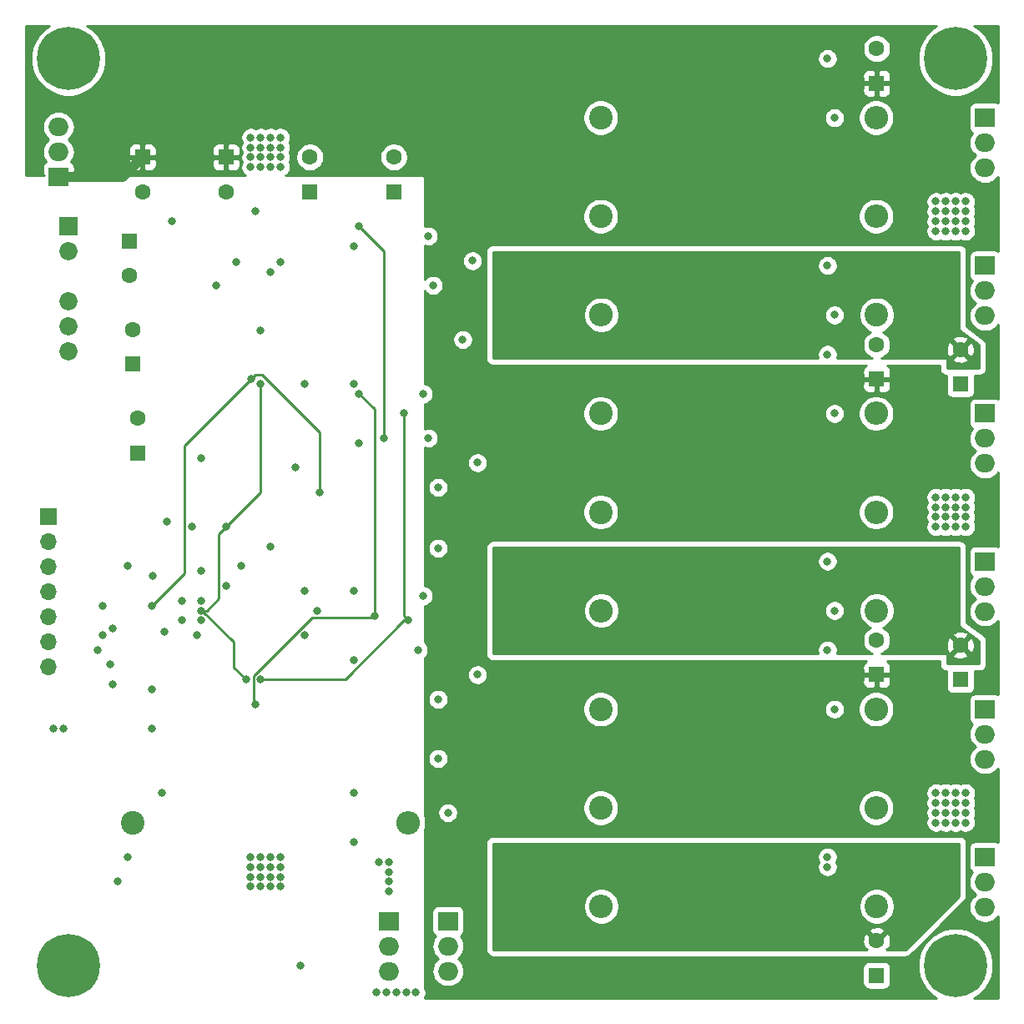
<source format=gbr>
G04 #@! TF.GenerationSoftware,KiCad,Pcbnew,(5.1.6)-1*
G04 #@! TF.CreationDate,2020-07-02T12:50:25+02:00*
G04 #@! TF.ProjectId,LT1166_amp,4c543131-3636-45f6-916d-702e6b696361,rev?*
G04 #@! TF.SameCoordinates,Original*
G04 #@! TF.FileFunction,Copper,L2,Inr*
G04 #@! TF.FilePolarity,Positive*
%FSLAX46Y46*%
G04 Gerber Fmt 4.6, Leading zero omitted, Abs format (unit mm)*
G04 Created by KiCad (PCBNEW (5.1.6)-1) date 2020-07-02 12:50:25*
%MOMM*%
%LPD*%
G01*
G04 APERTURE LIST*
G04 #@! TA.AperFunction,ViaPad*
%ADD10O,1.700000X1.700000*%
G04 #@! TD*
G04 #@! TA.AperFunction,ViaPad*
%ADD11R,1.700000X1.700000*%
G04 #@! TD*
G04 #@! TA.AperFunction,ViaPad*
%ADD12O,2.000000X1.905000*%
G04 #@! TD*
G04 #@! TA.AperFunction,ViaPad*
%ADD13R,2.000000X1.905000*%
G04 #@! TD*
G04 #@! TA.AperFunction,ViaPad*
%ADD14C,1.600000*%
G04 #@! TD*
G04 #@! TA.AperFunction,ViaPad*
%ADD15R,1.600000X1.600000*%
G04 #@! TD*
G04 #@! TA.AperFunction,ViaPad*
%ADD16C,1.850000*%
G04 #@! TD*
G04 #@! TA.AperFunction,ViaPad*
%ADD17R,1.850000X1.850000*%
G04 #@! TD*
G04 #@! TA.AperFunction,ViaPad*
%ADD18O,2.400000X2.400000*%
G04 #@! TD*
G04 #@! TA.AperFunction,ViaPad*
%ADD19C,2.400000*%
G04 #@! TD*
G04 #@! TA.AperFunction,ViaPad*
%ADD20C,6.400000*%
G04 #@! TD*
G04 #@! TA.AperFunction,ViaPad*
%ADD21C,0.800000*%
G04 #@! TD*
G04 #@! TA.AperFunction,Conductor*
%ADD22C,1.000000*%
G04 #@! TD*
G04 #@! TA.AperFunction,Conductor*
%ADD23C,0.250000*%
G04 #@! TD*
G04 #@! TA.AperFunction,Conductor*
%ADD24C,0.254000*%
G04 #@! TD*
G04 APERTURE END LIST*
D10*
X103000000Y-115740000D03*
X103000000Y-113200000D03*
X103000000Y-110660000D03*
X103000000Y-108120000D03*
X103000000Y-105580000D03*
X103000000Y-103040000D03*
D11*
X103000000Y-100500000D03*
D12*
X104000000Y-60920000D03*
X104000000Y-63460000D03*
D13*
X104000000Y-66000000D03*
D14*
X111500000Y-81500000D03*
D15*
X111500000Y-85000000D03*
D14*
X111200000Y-76000000D03*
D15*
X111200000Y-72500000D03*
D14*
X112000000Y-90500000D03*
D15*
X112000000Y-94000000D03*
D16*
X105000000Y-83700000D03*
X105000000Y-81160000D03*
X105000000Y-78620000D03*
X105000000Y-73540000D03*
D17*
X105000000Y-71000000D03*
D14*
X129500000Y-64000000D03*
D15*
X129500000Y-67500000D03*
D14*
X138000000Y-64000000D03*
D15*
X138000000Y-67500000D03*
D14*
X121000000Y-67500000D03*
D15*
X121000000Y-64000000D03*
D14*
X112500000Y-67500000D03*
D15*
X112500000Y-64000000D03*
D12*
X137540000Y-146580000D03*
X137540000Y-144040000D03*
D13*
X137540000Y-141500000D03*
D12*
X143500000Y-146580000D03*
X143500000Y-144040000D03*
D13*
X143500000Y-141500000D03*
D12*
X198000000Y-80080000D03*
X198000000Y-77540000D03*
D13*
X198000000Y-75000000D03*
D12*
X198000000Y-65080000D03*
X198000000Y-62540000D03*
D13*
X198000000Y-60000000D03*
D14*
X195500000Y-83500000D03*
D15*
X195500000Y-87000000D03*
D14*
X187000000Y-53000000D03*
D15*
X187000000Y-56500000D03*
D18*
X186940000Y-60000000D03*
D19*
X159000000Y-60000000D03*
D18*
X159060000Y-80000000D03*
D19*
X187000000Y-80000000D03*
D18*
X186940000Y-70000000D03*
D19*
X159000000Y-70000000D03*
D18*
X139440000Y-131500000D03*
D19*
X111500000Y-131500000D03*
D12*
X198000000Y-140080000D03*
X198000000Y-137540000D03*
D13*
X198000000Y-135000000D03*
D12*
X198000000Y-125080000D03*
X198000000Y-122540000D03*
D13*
X198000000Y-120000000D03*
D12*
X198000000Y-110080000D03*
X198000000Y-107540000D03*
D13*
X198000000Y-105000000D03*
D12*
X198000000Y-95080000D03*
X198000000Y-92540000D03*
D13*
X198000000Y-90000000D03*
D14*
X187000000Y-143500000D03*
D15*
X187000000Y-147000000D03*
D14*
X187000000Y-113000000D03*
D15*
X187000000Y-116500000D03*
D14*
X195500000Y-113500000D03*
D15*
X195500000Y-117000000D03*
D14*
X187000000Y-83000000D03*
D15*
X187000000Y-86500000D03*
D20*
X195000000Y-146000000D03*
X105000000Y-146000000D03*
X195000000Y-54000000D03*
X105000000Y-54000000D03*
D18*
X159060000Y-140000000D03*
D19*
X187000000Y-140000000D03*
D18*
X186940000Y-130000000D03*
D19*
X159000000Y-130000000D03*
D18*
X186940000Y-120000000D03*
D19*
X159000000Y-120000000D03*
D18*
X159060000Y-110000000D03*
D19*
X187000000Y-110000000D03*
D18*
X186940000Y-100000000D03*
D19*
X159000000Y-100000000D03*
D18*
X186940000Y-90000000D03*
D19*
X159000000Y-90000000D03*
D21*
X123500000Y-135000000D03*
X134000000Y-73000000D03*
X134000000Y-87000000D03*
X123500000Y-62000000D03*
X124500000Y-62000000D03*
X125500000Y-62000000D03*
X126500000Y-62000000D03*
X123500000Y-63000000D03*
X124500000Y-63000000D03*
X125500000Y-63000000D03*
X126500000Y-63000000D03*
X123500000Y-64000000D03*
X124500000Y-64000000D03*
X125500000Y-64000000D03*
X126500000Y-64000000D03*
X123500000Y-65000000D03*
X124500000Y-65000000D03*
X125500000Y-65000000D03*
X126500000Y-65000000D03*
X124500000Y-135000000D03*
X125500000Y-135000000D03*
X126500000Y-135000000D03*
X123500000Y-136000000D03*
X124500000Y-136000000D03*
X125500000Y-136000000D03*
X126500000Y-136000000D03*
X123500000Y-137000000D03*
X124500000Y-137000000D03*
X123500000Y-138000000D03*
X124500000Y-138000000D03*
X125500000Y-138000000D03*
X134000000Y-108000000D03*
X134500000Y-93000000D03*
X134000000Y-115000000D03*
X134000000Y-128500000D03*
X125500000Y-137000000D03*
X126500000Y-137000000D03*
X126500000Y-138000000D03*
X103500000Y-122000000D03*
X113500000Y-122000000D03*
X118500000Y-111000000D03*
X116500000Y-111000000D03*
X116500000Y-109000000D03*
X118500000Y-109000000D03*
X125500000Y-103500000D03*
X110000000Y-137500000D03*
X126500000Y-74600000D03*
X125450846Y-75649154D03*
X122000000Y-74600000D03*
X137500000Y-138500000D03*
X137500000Y-137500000D03*
X137500000Y-136500000D03*
X137500000Y-135500000D03*
X136500000Y-135500000D03*
X133947313Y-133443127D03*
X114500000Y-128500000D03*
X113500000Y-118000000D03*
X124500000Y-81600000D03*
X124000000Y-69500000D03*
X122500000Y-105500000D03*
X115000000Y-101000000D03*
X109500000Y-117500000D03*
X128000000Y-95500000D03*
X115500000Y-62000000D03*
X189500000Y-91000000D03*
X189500000Y-121000000D03*
X189500000Y-61000000D03*
X190500000Y-61000000D03*
X191500000Y-61000000D03*
X192500000Y-61000000D03*
X189500000Y-62000000D03*
X190500000Y-62000000D03*
X191500000Y-62000000D03*
X192500000Y-62000000D03*
X189500000Y-63000000D03*
X190500000Y-63000000D03*
X191500000Y-63000000D03*
X192500000Y-63000000D03*
X189500000Y-64000000D03*
X190500000Y-64000000D03*
X191500000Y-64000000D03*
X192500000Y-64000000D03*
X190500000Y-91000000D03*
X191500000Y-91000000D03*
X192500000Y-91000000D03*
X189500000Y-92000000D03*
X190500000Y-92000000D03*
X191500000Y-92000000D03*
X192500000Y-92000000D03*
X189500000Y-93000000D03*
X190500000Y-93000000D03*
X191500000Y-93000000D03*
X192500000Y-93000000D03*
X189500000Y-94000000D03*
X190500000Y-94000000D03*
X191500000Y-94000000D03*
X192500000Y-94000000D03*
X190500000Y-121000000D03*
X191500000Y-121000000D03*
X192500000Y-121000000D03*
X189500000Y-122000000D03*
X190500000Y-122000000D03*
X191500000Y-122000000D03*
X192500000Y-122000000D03*
X189500000Y-123000000D03*
X190500000Y-123000000D03*
X191500000Y-123000000D03*
X192500000Y-123000000D03*
X189500000Y-124000000D03*
X190500000Y-124000000D03*
X191500000Y-124000000D03*
X192500000Y-124000000D03*
X116500000Y-62000000D03*
X117500000Y-62000000D03*
X118500000Y-62000000D03*
X115500000Y-63000000D03*
X116500000Y-63000000D03*
X117500000Y-63000000D03*
X118500000Y-63000000D03*
X115500000Y-64000000D03*
X116500000Y-64000000D03*
X117500000Y-64000000D03*
X118500000Y-64000000D03*
X115500000Y-65000000D03*
X116500000Y-65000000D03*
X117500000Y-65000000D03*
X118500000Y-65000000D03*
X182000000Y-54000000D03*
X141500000Y-72000000D03*
X182725000Y-60000000D03*
X142000000Y-77000000D03*
X182000000Y-75000000D03*
X141000000Y-88000000D03*
X149500000Y-108500000D03*
X149500000Y-138500000D03*
X149500000Y-78500000D03*
X189500000Y-108500000D03*
X189500000Y-138500000D03*
X189500000Y-78500000D03*
X190500000Y-78500000D03*
X191500000Y-78500000D03*
X192500000Y-78500000D03*
X189500000Y-79500000D03*
X190500000Y-79500000D03*
X191500000Y-79500000D03*
X192500000Y-79500000D03*
X189500000Y-80500000D03*
X190500000Y-80500000D03*
X191500000Y-80500000D03*
X192500000Y-80500000D03*
X189500000Y-81500000D03*
X190500000Y-81500000D03*
X191500000Y-81500000D03*
X192500000Y-81500000D03*
X190500000Y-108500000D03*
X191500000Y-108500000D03*
X192500000Y-108500000D03*
X189500000Y-109500000D03*
X190500000Y-109500000D03*
X191500000Y-109500000D03*
X192500000Y-109500000D03*
X189500000Y-110500000D03*
X190500000Y-110500000D03*
X191500000Y-110500000D03*
X192500000Y-110500000D03*
X189500000Y-111500000D03*
X190500000Y-111500000D03*
X191500000Y-111500000D03*
X192500000Y-111500000D03*
X190500000Y-138500000D03*
X191500000Y-138500000D03*
X192500000Y-138500000D03*
X189500000Y-139500000D03*
X190500000Y-139500000D03*
X191500000Y-139500000D03*
X192500000Y-139500000D03*
X189500000Y-140500000D03*
X190500000Y-140500000D03*
X191500000Y-140500000D03*
X192500000Y-140500000D03*
X189500000Y-141500000D03*
X190500000Y-141500000D03*
X191500000Y-141500000D03*
X192500000Y-141500000D03*
X150500000Y-78500000D03*
X151500000Y-78500000D03*
X152500000Y-78500000D03*
X149500000Y-79500000D03*
X150500000Y-79500000D03*
X151500000Y-79500000D03*
X152500000Y-79500000D03*
X149500000Y-80500000D03*
X150500000Y-80500000D03*
X151500000Y-80500000D03*
X152500000Y-80500000D03*
X149500000Y-81500000D03*
X150500000Y-81500000D03*
X151500000Y-81500000D03*
X152500000Y-81500000D03*
X150500000Y-108500000D03*
X151500000Y-108500000D03*
X152500000Y-108500000D03*
X149500000Y-109500000D03*
X150500000Y-109500000D03*
X151500000Y-109500000D03*
X152500000Y-109500000D03*
X149500000Y-110500000D03*
X150500000Y-110500000D03*
X151500000Y-110500000D03*
X152500000Y-110500000D03*
X149500000Y-111500000D03*
X150500000Y-111500000D03*
X151500000Y-111500000D03*
X152500000Y-111500000D03*
X150500000Y-138500000D03*
X151500000Y-138500000D03*
X152500000Y-138500000D03*
X149500000Y-139500000D03*
X150500000Y-139500000D03*
X151500000Y-139500000D03*
X152500000Y-139500000D03*
X149500000Y-140500000D03*
X150500000Y-140500000D03*
X151500000Y-140500000D03*
X152500000Y-140500000D03*
X149500000Y-141500000D03*
X150500000Y-141500000D03*
X151500000Y-141500000D03*
X152500000Y-141500000D03*
X146000000Y-74500000D03*
X146500000Y-95000000D03*
X129000000Y-87000000D03*
X129000000Y-108000000D03*
X182000000Y-84000000D03*
X141500000Y-92500000D03*
X182725000Y-90000000D03*
X142500000Y-97500000D03*
X182000000Y-105000000D03*
X141000000Y-108500000D03*
X182000000Y-114000000D03*
X140500000Y-114000000D03*
X182725000Y-120000000D03*
X142500000Y-119000000D03*
X182000000Y-135000000D03*
X143500000Y-130500000D03*
X182725000Y-80000000D03*
X145000000Y-82500000D03*
X182725000Y-110000000D03*
X142500000Y-103675000D03*
X182000000Y-136000000D03*
X142500000Y-125000000D03*
X146500000Y-116500000D03*
X134500000Y-71000000D03*
X137000000Y-92500000D03*
X124500000Y-117000000D03*
X139500000Y-111000000D03*
X139000000Y-90000000D03*
X129000000Y-112500000D03*
X130225000Y-110000000D03*
X123537653Y-86462347D03*
X130500000Y-98000000D03*
X113500010Y-109500000D03*
X123000000Y-117000000D03*
X118500000Y-110000000D03*
X121000000Y-101500000D03*
X124500000Y-87000000D03*
X115500000Y-70500000D03*
X120000000Y-77000000D03*
X104499996Y-122002932D03*
X193000000Y-98500000D03*
X193000000Y-128500000D03*
X193000000Y-68500000D03*
X194000000Y-68500000D03*
X195000000Y-68500000D03*
X196000000Y-68500000D03*
X193000000Y-69500000D03*
X194000000Y-69500000D03*
X195000000Y-69500000D03*
X196000000Y-69500000D03*
X193000000Y-70500000D03*
X194000000Y-70500000D03*
X195000000Y-70500000D03*
X196000000Y-70500000D03*
X193000000Y-71500000D03*
X194000000Y-71500000D03*
X195000000Y-71500000D03*
X196000000Y-71500000D03*
X194000000Y-98500000D03*
X195000000Y-98500000D03*
X196000000Y-98500000D03*
X193000000Y-99500000D03*
X194000000Y-99500000D03*
X195000000Y-99500000D03*
X196000000Y-99500000D03*
X193000000Y-100500000D03*
X194000000Y-100500000D03*
X195000000Y-100500000D03*
X196000000Y-100500000D03*
X193000000Y-101500000D03*
X194000000Y-101500000D03*
X195000000Y-101500000D03*
X196000000Y-101500000D03*
X194000000Y-128500000D03*
X195000000Y-128500000D03*
X196000000Y-128500000D03*
X193000000Y-129500000D03*
X194000000Y-129500000D03*
X195000000Y-129500000D03*
X196000000Y-129500000D03*
X193000000Y-130500000D03*
X194000000Y-130500000D03*
X195000000Y-130500000D03*
X196000000Y-130500000D03*
X193000000Y-131500000D03*
X194000000Y-131500000D03*
X195000000Y-131500000D03*
X196000000Y-131500000D03*
X124000000Y-119500000D03*
X136049990Y-110500000D03*
X134500000Y-88000000D03*
X111000000Y-105500000D03*
X108474695Y-109500000D03*
X136249999Y-148750001D03*
X137249999Y-148750001D03*
X138249999Y-148750001D03*
X139249999Y-148750001D03*
X140249999Y-148750001D03*
X109230000Y-115445000D03*
X121000000Y-107500000D03*
X118000000Y-112500000D03*
X108500000Y-112500000D03*
X109449990Y-111775000D03*
X114767711Y-112134756D03*
X118500000Y-106000000D03*
X108000000Y-114000000D03*
X113512653Y-106512653D03*
X128500000Y-146000000D03*
X118500000Y-94500000D03*
X117500000Y-101500000D03*
X111000000Y-135000000D03*
D22*
X110500000Y-66000000D02*
X112500000Y-64000000D01*
X104000000Y-66000000D02*
X110500000Y-66000000D01*
D23*
X134500000Y-71000000D02*
X137000000Y-73500000D01*
X137000000Y-73500000D02*
X137000000Y-92500000D01*
X139073002Y-111000000D02*
X139500000Y-111000000D01*
X124500000Y-117000000D02*
X133073002Y-117000000D01*
X133073002Y-117000000D02*
X139073002Y-111000000D01*
X139000000Y-110500000D02*
X139500000Y-111000000D01*
X139000000Y-90000000D02*
X139000000Y-110500000D01*
X130500000Y-91926998D02*
X130500000Y-98000000D01*
X123537653Y-86462347D02*
X123937652Y-86062348D01*
X124635350Y-86062348D02*
X130500000Y-91926998D01*
X123937652Y-86062348D02*
X124635350Y-86062348D01*
X116774999Y-93225001D02*
X123537653Y-86462347D01*
X116774999Y-106225011D02*
X116774999Y-93225001D01*
X113500010Y-109500000D02*
X116774999Y-106225011D01*
X118573002Y-110000000D02*
X118500000Y-110000000D01*
X121774999Y-113201997D02*
X118573002Y-110000000D01*
X123000000Y-117000000D02*
X121774999Y-115774999D01*
X121774999Y-115774999D02*
X121774999Y-113201997D01*
X119065685Y-110000000D02*
X118500000Y-110000000D01*
X120274999Y-102225001D02*
X120274999Y-108790686D01*
X120274999Y-108790686D02*
X119065685Y-110000000D01*
X121000000Y-101500000D02*
X120274999Y-102225001D01*
X124500000Y-98000000D02*
X121000000Y-101500000D01*
X124500000Y-87000000D02*
X124500000Y-98000000D01*
X123774999Y-119274999D02*
X123774999Y-116651999D01*
X123774999Y-116651999D02*
X129701997Y-110725001D01*
X129701997Y-110725001D02*
X135824989Y-110725001D01*
X124000000Y-119500000D02*
X123774999Y-119274999D01*
X135824989Y-110725001D02*
X136049990Y-110500000D01*
X136049990Y-110500000D02*
X136049990Y-89549990D01*
X136049990Y-89549990D02*
X134500000Y-88000000D01*
D24*
G36*
X102555330Y-51021161D02*
G01*
X102021161Y-51555330D01*
X101601467Y-52183446D01*
X101312377Y-52881372D01*
X101165000Y-53622285D01*
X101165000Y-54377715D01*
X101312377Y-55118628D01*
X101601467Y-55816554D01*
X102021161Y-56444670D01*
X102555330Y-56978839D01*
X103183446Y-57398533D01*
X103881372Y-57687623D01*
X104622285Y-57835000D01*
X105377715Y-57835000D01*
X106118628Y-57687623D01*
X106816554Y-57398533D01*
X106964018Y-57300000D01*
X185561928Y-57300000D01*
X185574188Y-57424482D01*
X185610498Y-57544180D01*
X185669463Y-57654494D01*
X185748815Y-57751185D01*
X185845506Y-57830537D01*
X185955820Y-57889502D01*
X186075518Y-57925812D01*
X186200000Y-57938072D01*
X186714250Y-57935000D01*
X186873000Y-57776250D01*
X186873000Y-56627000D01*
X187127000Y-56627000D01*
X187127000Y-57776250D01*
X187285750Y-57935000D01*
X187800000Y-57938072D01*
X187924482Y-57925812D01*
X188044180Y-57889502D01*
X188154494Y-57830537D01*
X188251185Y-57751185D01*
X188330537Y-57654494D01*
X188389502Y-57544180D01*
X188425812Y-57424482D01*
X188438072Y-57300000D01*
X188435000Y-56785750D01*
X188276250Y-56627000D01*
X187127000Y-56627000D01*
X186873000Y-56627000D01*
X185723750Y-56627000D01*
X185565000Y-56785750D01*
X185561928Y-57300000D01*
X106964018Y-57300000D01*
X107444670Y-56978839D01*
X107978839Y-56444670D01*
X108398533Y-55816554D01*
X108446811Y-55700000D01*
X185561928Y-55700000D01*
X185565000Y-56214250D01*
X185723750Y-56373000D01*
X186873000Y-56373000D01*
X186873000Y-55223750D01*
X187127000Y-55223750D01*
X187127000Y-56373000D01*
X188276250Y-56373000D01*
X188435000Y-56214250D01*
X188438072Y-55700000D01*
X188425812Y-55575518D01*
X188389502Y-55455820D01*
X188330537Y-55345506D01*
X188251185Y-55248815D01*
X188154494Y-55169463D01*
X188044180Y-55110498D01*
X187924482Y-55074188D01*
X187800000Y-55061928D01*
X187285750Y-55065000D01*
X187127000Y-55223750D01*
X186873000Y-55223750D01*
X186714250Y-55065000D01*
X186200000Y-55061928D01*
X186075518Y-55074188D01*
X185955820Y-55110498D01*
X185845506Y-55169463D01*
X185748815Y-55248815D01*
X185669463Y-55345506D01*
X185610498Y-55455820D01*
X185574188Y-55575518D01*
X185561928Y-55700000D01*
X108446811Y-55700000D01*
X108687623Y-55118628D01*
X108835000Y-54377715D01*
X108835000Y-53898061D01*
X180965000Y-53898061D01*
X180965000Y-54101939D01*
X181004774Y-54301898D01*
X181082795Y-54490256D01*
X181196063Y-54659774D01*
X181340226Y-54803937D01*
X181509744Y-54917205D01*
X181698102Y-54995226D01*
X181898061Y-55035000D01*
X182101939Y-55035000D01*
X182301898Y-54995226D01*
X182490256Y-54917205D01*
X182659774Y-54803937D01*
X182803937Y-54659774D01*
X182917205Y-54490256D01*
X182995226Y-54301898D01*
X183035000Y-54101939D01*
X183035000Y-53898061D01*
X182995226Y-53698102D01*
X182917205Y-53509744D01*
X182803937Y-53340226D01*
X182659774Y-53196063D01*
X182490256Y-53082795D01*
X182301898Y-53004774D01*
X182101939Y-52965000D01*
X181898061Y-52965000D01*
X181698102Y-53004774D01*
X181509744Y-53082795D01*
X181340226Y-53196063D01*
X181196063Y-53340226D01*
X181082795Y-53509744D01*
X181004774Y-53698102D01*
X180965000Y-53898061D01*
X108835000Y-53898061D01*
X108835000Y-53622285D01*
X108687623Y-52881372D01*
X108678218Y-52858665D01*
X185565000Y-52858665D01*
X185565000Y-53141335D01*
X185620147Y-53418574D01*
X185728320Y-53679727D01*
X185885363Y-53914759D01*
X186085241Y-54114637D01*
X186320273Y-54271680D01*
X186581426Y-54379853D01*
X186858665Y-54435000D01*
X187141335Y-54435000D01*
X187418574Y-54379853D01*
X187679727Y-54271680D01*
X187914759Y-54114637D01*
X188114637Y-53914759D01*
X188271680Y-53679727D01*
X188379853Y-53418574D01*
X188435000Y-53141335D01*
X188435000Y-52858665D01*
X188379853Y-52581426D01*
X188271680Y-52320273D01*
X188114637Y-52085241D01*
X187914759Y-51885363D01*
X187679727Y-51728320D01*
X187418574Y-51620147D01*
X187141335Y-51565000D01*
X186858665Y-51565000D01*
X186581426Y-51620147D01*
X186320273Y-51728320D01*
X186085241Y-51885363D01*
X185885363Y-52085241D01*
X185728320Y-52320273D01*
X185620147Y-52581426D01*
X185565000Y-52858665D01*
X108678218Y-52858665D01*
X108398533Y-52183446D01*
X107978839Y-51555330D01*
X107444670Y-51021161D01*
X106904155Y-50660000D01*
X193095845Y-50660000D01*
X192555330Y-51021161D01*
X192021161Y-51555330D01*
X191601467Y-52183446D01*
X191312377Y-52881372D01*
X191165000Y-53622285D01*
X191165000Y-54377715D01*
X191312377Y-55118628D01*
X191601467Y-55816554D01*
X192021161Y-56444670D01*
X192555330Y-56978839D01*
X193183446Y-57398533D01*
X193881372Y-57687623D01*
X194622285Y-57835000D01*
X195377715Y-57835000D01*
X196118628Y-57687623D01*
X196816554Y-57398533D01*
X197444670Y-56978839D01*
X197978839Y-56444670D01*
X198398533Y-55816554D01*
X198687623Y-55118628D01*
X198835000Y-54377715D01*
X198835000Y-53622285D01*
X198687623Y-52881372D01*
X198398533Y-52183446D01*
X197978839Y-51555330D01*
X197444670Y-51021161D01*
X196904155Y-50660000D01*
X199340000Y-50660000D01*
X199340000Y-58509216D01*
X199244180Y-58457998D01*
X199124482Y-58421688D01*
X199000000Y-58409428D01*
X197000000Y-58409428D01*
X196875518Y-58421688D01*
X196755820Y-58457998D01*
X196645506Y-58516963D01*
X196548815Y-58596315D01*
X196469463Y-58693006D01*
X196410498Y-58803320D01*
X196374188Y-58923018D01*
X196361928Y-59047500D01*
X196361928Y-60952500D01*
X196374188Y-61076982D01*
X196410498Y-61196680D01*
X196469463Y-61306994D01*
X196548815Y-61403685D01*
X196645506Y-61483037D01*
X196729446Y-61527905D01*
X196626155Y-61653765D01*
X196478745Y-61929551D01*
X196387970Y-62228796D01*
X196357319Y-62540000D01*
X196387970Y-62851204D01*
X196478745Y-63150449D01*
X196626155Y-63426235D01*
X196824537Y-63667963D01*
X196997609Y-63810000D01*
X196824537Y-63952037D01*
X196626155Y-64193765D01*
X196478745Y-64469551D01*
X196387970Y-64768796D01*
X196357319Y-65080000D01*
X196387970Y-65391204D01*
X196478745Y-65690449D01*
X196626155Y-65966235D01*
X196824537Y-66207963D01*
X197066265Y-66406345D01*
X197342051Y-66553755D01*
X197641296Y-66644530D01*
X197874514Y-66667500D01*
X198125486Y-66667500D01*
X198358704Y-66644530D01*
X198657949Y-66553755D01*
X198933735Y-66406345D01*
X199175463Y-66207963D01*
X199340000Y-66007475D01*
X199340000Y-73509216D01*
X199244180Y-73457998D01*
X199124482Y-73421688D01*
X199000000Y-73409428D01*
X197000000Y-73409428D01*
X196875518Y-73421688D01*
X196755820Y-73457998D01*
X196645506Y-73516963D01*
X196548815Y-73596315D01*
X196469463Y-73693006D01*
X196410498Y-73803320D01*
X196374188Y-73923018D01*
X196361928Y-74047500D01*
X196361928Y-75952500D01*
X196374188Y-76076982D01*
X196410498Y-76196680D01*
X196469463Y-76306994D01*
X196548815Y-76403685D01*
X196645506Y-76483037D01*
X196729446Y-76527905D01*
X196626155Y-76653765D01*
X196478745Y-76929551D01*
X196387970Y-77228796D01*
X196357319Y-77540000D01*
X196387970Y-77851204D01*
X196478745Y-78150449D01*
X196626155Y-78426235D01*
X196824537Y-78667963D01*
X196997609Y-78810000D01*
X196824537Y-78952037D01*
X196626155Y-79193765D01*
X196478745Y-79469551D01*
X196387970Y-79768796D01*
X196357319Y-80080000D01*
X196387970Y-80391204D01*
X196478745Y-80690449D01*
X196626155Y-80966235D01*
X196824537Y-81207963D01*
X197066265Y-81406345D01*
X197342051Y-81553755D01*
X197641296Y-81644530D01*
X197874514Y-81667500D01*
X198125486Y-81667500D01*
X198358704Y-81644530D01*
X198657949Y-81553755D01*
X198933735Y-81406345D01*
X199175463Y-81207963D01*
X199340000Y-81007475D01*
X199340000Y-88509216D01*
X199244180Y-88457998D01*
X199124482Y-88421688D01*
X199000000Y-88409428D01*
X197000000Y-88409428D01*
X196875518Y-88421688D01*
X196755820Y-88457998D01*
X196645506Y-88516963D01*
X196548815Y-88596315D01*
X196469463Y-88693006D01*
X196410498Y-88803320D01*
X196374188Y-88923018D01*
X196361928Y-89047500D01*
X196361928Y-90952500D01*
X196374188Y-91076982D01*
X196410498Y-91196680D01*
X196469463Y-91306994D01*
X196548815Y-91403685D01*
X196645506Y-91483037D01*
X196729446Y-91527905D01*
X196626155Y-91653765D01*
X196478745Y-91929551D01*
X196387970Y-92228796D01*
X196357319Y-92540000D01*
X196387970Y-92851204D01*
X196478745Y-93150449D01*
X196626155Y-93426235D01*
X196824537Y-93667963D01*
X196997609Y-93810000D01*
X196824537Y-93952037D01*
X196626155Y-94193765D01*
X196478745Y-94469551D01*
X196387970Y-94768796D01*
X196357319Y-95080000D01*
X196387970Y-95391204D01*
X196478745Y-95690449D01*
X196626155Y-95966235D01*
X196824537Y-96207963D01*
X197066265Y-96406345D01*
X197342051Y-96553755D01*
X197641296Y-96644530D01*
X197874514Y-96667500D01*
X198125486Y-96667500D01*
X198358704Y-96644530D01*
X198657949Y-96553755D01*
X198933735Y-96406345D01*
X199175463Y-96207963D01*
X199340000Y-96007474D01*
X199340001Y-103509216D01*
X199244180Y-103457998D01*
X199124482Y-103421688D01*
X199000000Y-103409428D01*
X197000000Y-103409428D01*
X196875518Y-103421688D01*
X196755820Y-103457998D01*
X196645506Y-103516963D01*
X196548815Y-103596315D01*
X196469463Y-103693006D01*
X196410498Y-103803320D01*
X196374188Y-103923018D01*
X196361928Y-104047500D01*
X196361928Y-105952500D01*
X196374188Y-106076982D01*
X196410498Y-106196680D01*
X196469463Y-106306994D01*
X196548815Y-106403685D01*
X196645506Y-106483037D01*
X196729446Y-106527905D01*
X196626155Y-106653765D01*
X196478745Y-106929551D01*
X196387970Y-107228796D01*
X196357319Y-107540000D01*
X196387970Y-107851204D01*
X196478745Y-108150449D01*
X196626155Y-108426235D01*
X196824537Y-108667963D01*
X196997609Y-108810000D01*
X196824537Y-108952037D01*
X196626155Y-109193765D01*
X196478745Y-109469551D01*
X196387970Y-109768796D01*
X196357319Y-110080000D01*
X196387970Y-110391204D01*
X196478745Y-110690449D01*
X196626155Y-110966235D01*
X196824537Y-111207963D01*
X197066265Y-111406345D01*
X197342051Y-111553755D01*
X197641296Y-111644530D01*
X197874514Y-111667500D01*
X198125486Y-111667500D01*
X198358704Y-111644530D01*
X198657949Y-111553755D01*
X198933735Y-111406345D01*
X199175463Y-111207963D01*
X199340001Y-111007474D01*
X199340001Y-118509216D01*
X199244180Y-118457998D01*
X199124482Y-118421688D01*
X199000000Y-118409428D01*
X197000000Y-118409428D01*
X196875518Y-118421688D01*
X196755820Y-118457998D01*
X196645506Y-118516963D01*
X196548815Y-118596315D01*
X196469463Y-118693006D01*
X196410498Y-118803320D01*
X196374188Y-118923018D01*
X196361928Y-119047500D01*
X196361928Y-120952500D01*
X196374188Y-121076982D01*
X196410498Y-121196680D01*
X196469463Y-121306994D01*
X196548815Y-121403685D01*
X196645506Y-121483037D01*
X196729446Y-121527905D01*
X196626155Y-121653765D01*
X196478745Y-121929551D01*
X196387970Y-122228796D01*
X196357319Y-122540000D01*
X196387970Y-122851204D01*
X196478745Y-123150449D01*
X196626155Y-123426235D01*
X196824537Y-123667963D01*
X196997609Y-123810000D01*
X196824537Y-123952037D01*
X196626155Y-124193765D01*
X196478745Y-124469551D01*
X196387970Y-124768796D01*
X196357319Y-125080000D01*
X196387970Y-125391204D01*
X196478745Y-125690449D01*
X196626155Y-125966235D01*
X196824537Y-126207963D01*
X197066265Y-126406345D01*
X197342051Y-126553755D01*
X197641296Y-126644530D01*
X197874514Y-126667500D01*
X198125486Y-126667500D01*
X198358704Y-126644530D01*
X198657949Y-126553755D01*
X198933735Y-126406345D01*
X199175463Y-126207963D01*
X199340001Y-126007474D01*
X199340001Y-133509216D01*
X199244180Y-133457998D01*
X199124482Y-133421688D01*
X199000000Y-133409428D01*
X197000000Y-133409428D01*
X196875518Y-133421688D01*
X196755820Y-133457998D01*
X196645506Y-133516963D01*
X196548815Y-133596315D01*
X196469463Y-133693006D01*
X196410498Y-133803320D01*
X196374188Y-133923018D01*
X196361928Y-134047500D01*
X196361928Y-135952500D01*
X196374188Y-136076982D01*
X196410498Y-136196680D01*
X196469463Y-136306994D01*
X196548815Y-136403685D01*
X196645506Y-136483037D01*
X196729446Y-136527905D01*
X196626155Y-136653765D01*
X196478745Y-136929551D01*
X196387970Y-137228796D01*
X196357319Y-137540000D01*
X196387970Y-137851204D01*
X196478745Y-138150449D01*
X196626155Y-138426235D01*
X196824537Y-138667963D01*
X196997609Y-138810000D01*
X196824537Y-138952037D01*
X196626155Y-139193765D01*
X196478745Y-139469551D01*
X196387970Y-139768796D01*
X196357319Y-140080000D01*
X196387970Y-140391204D01*
X196478745Y-140690449D01*
X196626155Y-140966235D01*
X196824537Y-141207963D01*
X197066265Y-141406345D01*
X197342051Y-141553755D01*
X197641296Y-141644530D01*
X197874514Y-141667500D01*
X198125486Y-141667500D01*
X198358704Y-141644530D01*
X198657949Y-141553755D01*
X198933735Y-141406345D01*
X199175463Y-141207963D01*
X199340001Y-141007474D01*
X199340001Y-149340000D01*
X196904155Y-149340000D01*
X197444670Y-148978839D01*
X197978839Y-148444670D01*
X198398533Y-147816554D01*
X198687623Y-147118628D01*
X198835000Y-146377715D01*
X198835000Y-145622285D01*
X198687623Y-144881372D01*
X198398533Y-144183446D01*
X197978839Y-143555330D01*
X197444670Y-143021161D01*
X196816554Y-142601467D01*
X196118628Y-142312377D01*
X195377715Y-142165000D01*
X194622285Y-142165000D01*
X193881372Y-142312377D01*
X193183446Y-142601467D01*
X192555330Y-143021161D01*
X192021161Y-143555330D01*
X191601467Y-144183446D01*
X191312377Y-144881372D01*
X191165000Y-145622285D01*
X191165000Y-146377715D01*
X191312377Y-147118628D01*
X191601467Y-147816554D01*
X192021161Y-148444670D01*
X192555330Y-148978839D01*
X193095845Y-149340000D01*
X141127000Y-149340000D01*
X141127000Y-149300427D01*
X141167204Y-149240257D01*
X141245225Y-149051899D01*
X141284999Y-148851940D01*
X141284999Y-148648062D01*
X141245225Y-148448103D01*
X141167204Y-148259745D01*
X141127000Y-148199575D01*
X141127000Y-144040000D01*
X141857319Y-144040000D01*
X141887970Y-144351204D01*
X141978745Y-144650449D01*
X142126155Y-144926235D01*
X142324537Y-145167963D01*
X142497609Y-145310000D01*
X142324537Y-145452037D01*
X142126155Y-145693765D01*
X141978745Y-145969551D01*
X141887970Y-146268796D01*
X141857319Y-146580000D01*
X141887970Y-146891204D01*
X141978745Y-147190449D01*
X142126155Y-147466235D01*
X142324537Y-147707963D01*
X142566265Y-147906345D01*
X142842051Y-148053755D01*
X143141296Y-148144530D01*
X143374514Y-148167500D01*
X143625486Y-148167500D01*
X143858704Y-148144530D01*
X144157949Y-148053755D01*
X144433735Y-147906345D01*
X144675463Y-147707963D01*
X144873845Y-147466235D01*
X145021255Y-147190449D01*
X145112030Y-146891204D01*
X145142681Y-146580000D01*
X145112030Y-146268796D01*
X145091161Y-146200000D01*
X185561928Y-146200000D01*
X185561928Y-147800000D01*
X185574188Y-147924482D01*
X185610498Y-148044180D01*
X185669463Y-148154494D01*
X185748815Y-148251185D01*
X185845506Y-148330537D01*
X185955820Y-148389502D01*
X186075518Y-148425812D01*
X186200000Y-148438072D01*
X187800000Y-148438072D01*
X187924482Y-148425812D01*
X188044180Y-148389502D01*
X188154494Y-148330537D01*
X188251185Y-148251185D01*
X188330537Y-148154494D01*
X188389502Y-148044180D01*
X188425812Y-147924482D01*
X188438072Y-147800000D01*
X188438072Y-146200000D01*
X188425812Y-146075518D01*
X188389502Y-145955820D01*
X188330537Y-145845506D01*
X188251185Y-145748815D01*
X188154494Y-145669463D01*
X188044180Y-145610498D01*
X187924482Y-145574188D01*
X187800000Y-145561928D01*
X186200000Y-145561928D01*
X186075518Y-145574188D01*
X185955820Y-145610498D01*
X185845506Y-145669463D01*
X185748815Y-145748815D01*
X185669463Y-145845506D01*
X185610498Y-145955820D01*
X185574188Y-146075518D01*
X185561928Y-146200000D01*
X145091161Y-146200000D01*
X145021255Y-145969551D01*
X144873845Y-145693765D01*
X144675463Y-145452037D01*
X144502391Y-145310000D01*
X144675463Y-145167963D01*
X144873845Y-144926235D01*
X145021255Y-144650449D01*
X145112030Y-144351204D01*
X145142681Y-144040000D01*
X145112030Y-143728796D01*
X145021255Y-143429551D01*
X144873845Y-143153765D01*
X144770554Y-143027905D01*
X144854494Y-142983037D01*
X144951185Y-142903685D01*
X145030537Y-142806994D01*
X145089502Y-142696680D01*
X145125812Y-142576982D01*
X145138072Y-142452500D01*
X145138072Y-140547500D01*
X145125812Y-140423018D01*
X145089502Y-140303320D01*
X145030537Y-140193006D01*
X144951185Y-140096315D01*
X144854494Y-140016963D01*
X144744180Y-139957998D01*
X144624482Y-139921688D01*
X144500000Y-139909428D01*
X142500000Y-139909428D01*
X142375518Y-139921688D01*
X142255820Y-139957998D01*
X142145506Y-140016963D01*
X142048815Y-140096315D01*
X141969463Y-140193006D01*
X141910498Y-140303320D01*
X141874188Y-140423018D01*
X141861928Y-140547500D01*
X141861928Y-142452500D01*
X141874188Y-142576982D01*
X141910498Y-142696680D01*
X141969463Y-142806994D01*
X142048815Y-142903685D01*
X142145506Y-142983037D01*
X142229446Y-143027905D01*
X142126155Y-143153765D01*
X141978745Y-143429551D01*
X141887970Y-143728796D01*
X141857319Y-144040000D01*
X141127000Y-144040000D01*
X141127000Y-133500000D01*
X147365000Y-133500000D01*
X147365000Y-144500000D01*
X147377201Y-144623882D01*
X147413336Y-144743004D01*
X147472017Y-144852787D01*
X147550987Y-144949013D01*
X147647213Y-145027983D01*
X147756996Y-145086664D01*
X147876118Y-145122799D01*
X148000000Y-145135000D01*
X190000000Y-145135000D01*
X190123882Y-145122799D01*
X190243004Y-145086664D01*
X190352787Y-145027983D01*
X190449013Y-144949013D01*
X192974149Y-142423877D01*
X192990256Y-142417205D01*
X193159774Y-142303937D01*
X193303937Y-142159774D01*
X193417205Y-141990256D01*
X193423877Y-141974149D01*
X195949013Y-139449013D01*
X196027983Y-139352787D01*
X196086664Y-139243004D01*
X196122799Y-139123882D01*
X196135000Y-139000000D01*
X196135000Y-133500000D01*
X196122799Y-133376118D01*
X196086664Y-133256996D01*
X196027983Y-133147213D01*
X195949013Y-133050987D01*
X195852787Y-132972017D01*
X195743004Y-132913336D01*
X195623882Y-132877201D01*
X195500000Y-132865000D01*
X148000000Y-132865000D01*
X147876118Y-132877201D01*
X147756996Y-132913336D01*
X147647213Y-132972017D01*
X147550987Y-133050987D01*
X147472017Y-133147213D01*
X147413336Y-133256996D01*
X147377201Y-133376118D01*
X147365000Y-133500000D01*
X141127000Y-133500000D01*
X141127000Y-132222308D01*
X141204482Y-132035250D01*
X141275000Y-131680732D01*
X141275000Y-131319268D01*
X141204482Y-130964750D01*
X141127000Y-130777692D01*
X141127000Y-130398061D01*
X142465000Y-130398061D01*
X142465000Y-130601939D01*
X142504774Y-130801898D01*
X142582795Y-130990256D01*
X142696063Y-131159774D01*
X142840226Y-131303937D01*
X143009744Y-131417205D01*
X143198102Y-131495226D01*
X143398061Y-131535000D01*
X143601939Y-131535000D01*
X143801898Y-131495226D01*
X143990256Y-131417205D01*
X144159774Y-131303937D01*
X144303937Y-131159774D01*
X144417205Y-130990256D01*
X144495226Y-130801898D01*
X144535000Y-130601939D01*
X144535000Y-130398061D01*
X144495226Y-130198102D01*
X144417205Y-130009744D01*
X144303937Y-129840226D01*
X144282979Y-129819268D01*
X157165000Y-129819268D01*
X157165000Y-130180732D01*
X157235518Y-130535250D01*
X157373844Y-130869199D01*
X157574662Y-131169744D01*
X157830256Y-131425338D01*
X158130801Y-131626156D01*
X158464750Y-131764482D01*
X158819268Y-131835000D01*
X159180732Y-131835000D01*
X159535250Y-131764482D01*
X159869199Y-131626156D01*
X160169744Y-131425338D01*
X160425338Y-131169744D01*
X160626156Y-130869199D01*
X160764482Y-130535250D01*
X160835000Y-130180732D01*
X160835000Y-129819268D01*
X185105000Y-129819268D01*
X185105000Y-130180732D01*
X185175518Y-130535250D01*
X185313844Y-130869199D01*
X185514662Y-131169744D01*
X185770256Y-131425338D01*
X186070801Y-131626156D01*
X186404750Y-131764482D01*
X186759268Y-131835000D01*
X187120732Y-131835000D01*
X187475250Y-131764482D01*
X187809199Y-131626156D01*
X188109744Y-131425338D01*
X188365338Y-131169744D01*
X188566156Y-130869199D01*
X188704482Y-130535250D01*
X188775000Y-130180732D01*
X188775000Y-129819268D01*
X188704482Y-129464750D01*
X188566156Y-129130801D01*
X188365338Y-128830256D01*
X188109744Y-128574662D01*
X187845443Y-128398061D01*
X191965000Y-128398061D01*
X191965000Y-128601939D01*
X192004774Y-128801898D01*
X192082795Y-128990256D01*
X192089306Y-129000000D01*
X192082795Y-129009744D01*
X192004774Y-129198102D01*
X191965000Y-129398061D01*
X191965000Y-129601939D01*
X192004774Y-129801898D01*
X192082795Y-129990256D01*
X192089306Y-130000000D01*
X192082795Y-130009744D01*
X192004774Y-130198102D01*
X191965000Y-130398061D01*
X191965000Y-130601939D01*
X192004774Y-130801898D01*
X192082795Y-130990256D01*
X192089306Y-131000000D01*
X192082795Y-131009744D01*
X192004774Y-131198102D01*
X191965000Y-131398061D01*
X191965000Y-131601939D01*
X192004774Y-131801898D01*
X192082795Y-131990256D01*
X192196063Y-132159774D01*
X192340226Y-132303937D01*
X192509744Y-132417205D01*
X192698102Y-132495226D01*
X192898061Y-132535000D01*
X193101939Y-132535000D01*
X193301898Y-132495226D01*
X193490256Y-132417205D01*
X193500000Y-132410694D01*
X193509744Y-132417205D01*
X193698102Y-132495226D01*
X193898061Y-132535000D01*
X194101939Y-132535000D01*
X194301898Y-132495226D01*
X194490256Y-132417205D01*
X194500000Y-132410694D01*
X194509744Y-132417205D01*
X194698102Y-132495226D01*
X194898061Y-132535000D01*
X195101939Y-132535000D01*
X195301898Y-132495226D01*
X195490256Y-132417205D01*
X195500000Y-132410694D01*
X195509744Y-132417205D01*
X195698102Y-132495226D01*
X195898061Y-132535000D01*
X196101939Y-132535000D01*
X196301898Y-132495226D01*
X196490256Y-132417205D01*
X196659774Y-132303937D01*
X196803937Y-132159774D01*
X196917205Y-131990256D01*
X196995226Y-131801898D01*
X197035000Y-131601939D01*
X197035000Y-131398061D01*
X196995226Y-131198102D01*
X196917205Y-131009744D01*
X196910694Y-131000000D01*
X196917205Y-130990256D01*
X196995226Y-130801898D01*
X197035000Y-130601939D01*
X197035000Y-130398061D01*
X196995226Y-130198102D01*
X196917205Y-130009744D01*
X196910694Y-130000000D01*
X196917205Y-129990256D01*
X196995226Y-129801898D01*
X197035000Y-129601939D01*
X197035000Y-129398061D01*
X196995226Y-129198102D01*
X196917205Y-129009744D01*
X196910694Y-129000000D01*
X196917205Y-128990256D01*
X196995226Y-128801898D01*
X197035000Y-128601939D01*
X197035000Y-128398061D01*
X196995226Y-128198102D01*
X196917205Y-128009744D01*
X196803937Y-127840226D01*
X196659774Y-127696063D01*
X196490256Y-127582795D01*
X196301898Y-127504774D01*
X196101939Y-127465000D01*
X195898061Y-127465000D01*
X195698102Y-127504774D01*
X195509744Y-127582795D01*
X195500000Y-127589306D01*
X195490256Y-127582795D01*
X195301898Y-127504774D01*
X195101939Y-127465000D01*
X194898061Y-127465000D01*
X194698102Y-127504774D01*
X194509744Y-127582795D01*
X194500000Y-127589306D01*
X194490256Y-127582795D01*
X194301898Y-127504774D01*
X194101939Y-127465000D01*
X193898061Y-127465000D01*
X193698102Y-127504774D01*
X193509744Y-127582795D01*
X193500000Y-127589306D01*
X193490256Y-127582795D01*
X193301898Y-127504774D01*
X193101939Y-127465000D01*
X192898061Y-127465000D01*
X192698102Y-127504774D01*
X192509744Y-127582795D01*
X192340226Y-127696063D01*
X192196063Y-127840226D01*
X192082795Y-128009744D01*
X192004774Y-128198102D01*
X191965000Y-128398061D01*
X187845443Y-128398061D01*
X187809199Y-128373844D01*
X187475250Y-128235518D01*
X187120732Y-128165000D01*
X186759268Y-128165000D01*
X186404750Y-128235518D01*
X186070801Y-128373844D01*
X185770256Y-128574662D01*
X185514662Y-128830256D01*
X185313844Y-129130801D01*
X185175518Y-129464750D01*
X185105000Y-129819268D01*
X160835000Y-129819268D01*
X160764482Y-129464750D01*
X160626156Y-129130801D01*
X160425338Y-128830256D01*
X160169744Y-128574662D01*
X159869199Y-128373844D01*
X159535250Y-128235518D01*
X159180732Y-128165000D01*
X158819268Y-128165000D01*
X158464750Y-128235518D01*
X158130801Y-128373844D01*
X157830256Y-128574662D01*
X157574662Y-128830256D01*
X157373844Y-129130801D01*
X157235518Y-129464750D01*
X157165000Y-129819268D01*
X144282979Y-129819268D01*
X144159774Y-129696063D01*
X143990256Y-129582795D01*
X143801898Y-129504774D01*
X143601939Y-129465000D01*
X143398061Y-129465000D01*
X143198102Y-129504774D01*
X143009744Y-129582795D01*
X142840226Y-129696063D01*
X142696063Y-129840226D01*
X142582795Y-130009744D01*
X142504774Y-130198102D01*
X142465000Y-130398061D01*
X141127000Y-130398061D01*
X141127000Y-124898061D01*
X141465000Y-124898061D01*
X141465000Y-125101939D01*
X141504774Y-125301898D01*
X141582795Y-125490256D01*
X141696063Y-125659774D01*
X141840226Y-125803937D01*
X142009744Y-125917205D01*
X142198102Y-125995226D01*
X142398061Y-126035000D01*
X142601939Y-126035000D01*
X142801898Y-125995226D01*
X142990256Y-125917205D01*
X143159774Y-125803937D01*
X143303937Y-125659774D01*
X143417205Y-125490256D01*
X143495226Y-125301898D01*
X143535000Y-125101939D01*
X143535000Y-124898061D01*
X143495226Y-124698102D01*
X143417205Y-124509744D01*
X143303937Y-124340226D01*
X143159774Y-124196063D01*
X142990256Y-124082795D01*
X142801898Y-124004774D01*
X142601939Y-123965000D01*
X142398061Y-123965000D01*
X142198102Y-124004774D01*
X142009744Y-124082795D01*
X141840226Y-124196063D01*
X141696063Y-124340226D01*
X141582795Y-124509744D01*
X141504774Y-124698102D01*
X141465000Y-124898061D01*
X141127000Y-124898061D01*
X141127000Y-118898061D01*
X141465000Y-118898061D01*
X141465000Y-119101939D01*
X141504774Y-119301898D01*
X141582795Y-119490256D01*
X141696063Y-119659774D01*
X141840226Y-119803937D01*
X142009744Y-119917205D01*
X142198102Y-119995226D01*
X142398061Y-120035000D01*
X142601939Y-120035000D01*
X142801898Y-119995226D01*
X142990256Y-119917205D01*
X143136829Y-119819268D01*
X157165000Y-119819268D01*
X157165000Y-120180732D01*
X157235518Y-120535250D01*
X157373844Y-120869199D01*
X157574662Y-121169744D01*
X157830256Y-121425338D01*
X158130801Y-121626156D01*
X158464750Y-121764482D01*
X158819268Y-121835000D01*
X159180732Y-121835000D01*
X159535250Y-121764482D01*
X159869199Y-121626156D01*
X160169744Y-121425338D01*
X160425338Y-121169744D01*
X160626156Y-120869199D01*
X160764482Y-120535250D01*
X160835000Y-120180732D01*
X160835000Y-119898061D01*
X181690000Y-119898061D01*
X181690000Y-120101939D01*
X181729774Y-120301898D01*
X181807795Y-120490256D01*
X181921063Y-120659774D01*
X182065226Y-120803937D01*
X182234744Y-120917205D01*
X182423102Y-120995226D01*
X182623061Y-121035000D01*
X182826939Y-121035000D01*
X183026898Y-120995226D01*
X183215256Y-120917205D01*
X183384774Y-120803937D01*
X183528937Y-120659774D01*
X183642205Y-120490256D01*
X183720226Y-120301898D01*
X183760000Y-120101939D01*
X183760000Y-119898061D01*
X183744328Y-119819268D01*
X185105000Y-119819268D01*
X185105000Y-120180732D01*
X185175518Y-120535250D01*
X185313844Y-120869199D01*
X185514662Y-121169744D01*
X185770256Y-121425338D01*
X186070801Y-121626156D01*
X186404750Y-121764482D01*
X186759268Y-121835000D01*
X187120732Y-121835000D01*
X187475250Y-121764482D01*
X187809199Y-121626156D01*
X188109744Y-121425338D01*
X188365338Y-121169744D01*
X188566156Y-120869199D01*
X188704482Y-120535250D01*
X188775000Y-120180732D01*
X188775000Y-119819268D01*
X188704482Y-119464750D01*
X188566156Y-119130801D01*
X188365338Y-118830256D01*
X188109744Y-118574662D01*
X187809199Y-118373844D01*
X187475250Y-118235518D01*
X187120732Y-118165000D01*
X186759268Y-118165000D01*
X186404750Y-118235518D01*
X186070801Y-118373844D01*
X185770256Y-118574662D01*
X185514662Y-118830256D01*
X185313844Y-119130801D01*
X185175518Y-119464750D01*
X185105000Y-119819268D01*
X183744328Y-119819268D01*
X183720226Y-119698102D01*
X183642205Y-119509744D01*
X183528937Y-119340226D01*
X183384774Y-119196063D01*
X183215256Y-119082795D01*
X183026898Y-119004774D01*
X182826939Y-118965000D01*
X182623061Y-118965000D01*
X182423102Y-119004774D01*
X182234744Y-119082795D01*
X182065226Y-119196063D01*
X181921063Y-119340226D01*
X181807795Y-119509744D01*
X181729774Y-119698102D01*
X181690000Y-119898061D01*
X160835000Y-119898061D01*
X160835000Y-119819268D01*
X160764482Y-119464750D01*
X160626156Y-119130801D01*
X160425338Y-118830256D01*
X160169744Y-118574662D01*
X159869199Y-118373844D01*
X159535250Y-118235518D01*
X159180732Y-118165000D01*
X158819268Y-118165000D01*
X158464750Y-118235518D01*
X158130801Y-118373844D01*
X157830256Y-118574662D01*
X157574662Y-118830256D01*
X157373844Y-119130801D01*
X157235518Y-119464750D01*
X157165000Y-119819268D01*
X143136829Y-119819268D01*
X143159774Y-119803937D01*
X143303937Y-119659774D01*
X143417205Y-119490256D01*
X143495226Y-119301898D01*
X143535000Y-119101939D01*
X143535000Y-118898061D01*
X143495226Y-118698102D01*
X143417205Y-118509744D01*
X143303937Y-118340226D01*
X143159774Y-118196063D01*
X142990256Y-118082795D01*
X142801898Y-118004774D01*
X142601939Y-117965000D01*
X142398061Y-117965000D01*
X142198102Y-118004774D01*
X142009744Y-118082795D01*
X141840226Y-118196063D01*
X141696063Y-118340226D01*
X141582795Y-118509744D01*
X141504774Y-118698102D01*
X141465000Y-118898061D01*
X141127000Y-118898061D01*
X141127000Y-116398061D01*
X145465000Y-116398061D01*
X145465000Y-116601939D01*
X145504774Y-116801898D01*
X145582795Y-116990256D01*
X145696063Y-117159774D01*
X145840226Y-117303937D01*
X146009744Y-117417205D01*
X146198102Y-117495226D01*
X146398061Y-117535000D01*
X146601939Y-117535000D01*
X146801898Y-117495226D01*
X146990256Y-117417205D01*
X147159774Y-117303937D01*
X147163711Y-117300000D01*
X185561928Y-117300000D01*
X185574188Y-117424482D01*
X185610498Y-117544180D01*
X185669463Y-117654494D01*
X185748815Y-117751185D01*
X185845506Y-117830537D01*
X185955820Y-117889502D01*
X186075518Y-117925812D01*
X186200000Y-117938072D01*
X186714250Y-117935000D01*
X186873000Y-117776250D01*
X186873000Y-116627000D01*
X187127000Y-116627000D01*
X187127000Y-117776250D01*
X187285750Y-117935000D01*
X187800000Y-117938072D01*
X187924482Y-117925812D01*
X188044180Y-117889502D01*
X188154494Y-117830537D01*
X188251185Y-117751185D01*
X188330537Y-117654494D01*
X188389502Y-117544180D01*
X188425812Y-117424482D01*
X188438072Y-117300000D01*
X188435000Y-116785750D01*
X188276250Y-116627000D01*
X187127000Y-116627000D01*
X186873000Y-116627000D01*
X185723750Y-116627000D01*
X185565000Y-116785750D01*
X185561928Y-117300000D01*
X147163711Y-117300000D01*
X147303937Y-117159774D01*
X147417205Y-116990256D01*
X147495226Y-116801898D01*
X147535000Y-116601939D01*
X147535000Y-116398061D01*
X147495226Y-116198102D01*
X147417205Y-116009744D01*
X147303937Y-115840226D01*
X147159774Y-115696063D01*
X146990256Y-115582795D01*
X146801898Y-115504774D01*
X146601939Y-115465000D01*
X146398061Y-115465000D01*
X146198102Y-115504774D01*
X146009744Y-115582795D01*
X145840226Y-115696063D01*
X145696063Y-115840226D01*
X145582795Y-116009744D01*
X145504774Y-116198102D01*
X145465000Y-116398061D01*
X141127000Y-116398061D01*
X141127000Y-114825836D01*
X141159774Y-114803937D01*
X141303937Y-114659774D01*
X141417205Y-114490256D01*
X141495226Y-114301898D01*
X141535000Y-114101939D01*
X141535000Y-113898061D01*
X141495226Y-113698102D01*
X141417205Y-113509744D01*
X141303937Y-113340226D01*
X141159774Y-113196063D01*
X141127000Y-113174164D01*
X141127000Y-109530015D01*
X141301898Y-109495226D01*
X141490256Y-109417205D01*
X141659774Y-109303937D01*
X141803937Y-109159774D01*
X141917205Y-108990256D01*
X141995226Y-108801898D01*
X142035000Y-108601939D01*
X142035000Y-108398061D01*
X141995226Y-108198102D01*
X141917205Y-108009744D01*
X141803937Y-107840226D01*
X141659774Y-107696063D01*
X141490256Y-107582795D01*
X141301898Y-107504774D01*
X141127000Y-107469985D01*
X141127000Y-103573061D01*
X141465000Y-103573061D01*
X141465000Y-103776939D01*
X141504774Y-103976898D01*
X141582795Y-104165256D01*
X141696063Y-104334774D01*
X141840226Y-104478937D01*
X142009744Y-104592205D01*
X142198102Y-104670226D01*
X142398061Y-104710000D01*
X142601939Y-104710000D01*
X142801898Y-104670226D01*
X142990256Y-104592205D01*
X143159774Y-104478937D01*
X143303937Y-104334774D01*
X143417205Y-104165256D01*
X143495226Y-103976898D01*
X143535000Y-103776939D01*
X143535000Y-103573061D01*
X143520468Y-103500000D01*
X147365000Y-103500000D01*
X147365000Y-114500000D01*
X147377201Y-114623882D01*
X147413336Y-114743004D01*
X147472017Y-114852787D01*
X147550987Y-114949013D01*
X147647213Y-115027983D01*
X147756996Y-115086664D01*
X147876118Y-115122799D01*
X148000000Y-115135000D01*
X185909981Y-115135000D01*
X185845506Y-115169463D01*
X185748815Y-115248815D01*
X185669463Y-115345506D01*
X185610498Y-115455820D01*
X185574188Y-115575518D01*
X185561928Y-115700000D01*
X185565000Y-116214250D01*
X185723750Y-116373000D01*
X186873000Y-116373000D01*
X186873000Y-116353000D01*
X187127000Y-116353000D01*
X187127000Y-116373000D01*
X188276250Y-116373000D01*
X188435000Y-116214250D01*
X188438072Y-115700000D01*
X188425812Y-115575518D01*
X188389502Y-115455820D01*
X188330537Y-115345506D01*
X188251185Y-115248815D01*
X188154494Y-115169463D01*
X188090019Y-115135000D01*
X193365000Y-115135000D01*
X193365000Y-115500000D01*
X193377201Y-115623882D01*
X193413336Y-115743004D01*
X193472017Y-115852787D01*
X193550987Y-115949013D01*
X193647213Y-116027983D01*
X193756996Y-116086664D01*
X193876118Y-116122799D01*
X194000000Y-116135000D01*
X194068330Y-116135000D01*
X194061928Y-116200000D01*
X194061928Y-117800000D01*
X194074188Y-117924482D01*
X194110498Y-118044180D01*
X194169463Y-118154494D01*
X194248815Y-118251185D01*
X194345506Y-118330537D01*
X194455820Y-118389502D01*
X194575518Y-118425812D01*
X194700000Y-118438072D01*
X196300000Y-118438072D01*
X196424482Y-118425812D01*
X196544180Y-118389502D01*
X196654494Y-118330537D01*
X196751185Y-118251185D01*
X196830537Y-118154494D01*
X196889502Y-118044180D01*
X196925812Y-117924482D01*
X196938072Y-117800000D01*
X196938072Y-116200000D01*
X196931670Y-116135000D01*
X197500001Y-116135000D01*
X197623884Y-116122799D01*
X197743005Y-116086663D01*
X197852788Y-116027983D01*
X197949014Y-115949013D01*
X198027984Y-115852787D01*
X198086665Y-115743004D01*
X198122800Y-115623882D01*
X198135001Y-115500000D01*
X198135000Y-113000000D01*
X198128618Y-112910197D01*
X198099020Y-112789286D01*
X198046401Y-112676472D01*
X197972785Y-112576090D01*
X197881000Y-112492000D01*
X196135000Y-111182500D01*
X196135000Y-103500000D01*
X196122799Y-103376118D01*
X196086664Y-103256996D01*
X196027983Y-103147213D01*
X195949013Y-103050987D01*
X195852787Y-102972017D01*
X195743004Y-102913336D01*
X195623882Y-102877201D01*
X195500000Y-102865000D01*
X148000000Y-102865000D01*
X147876118Y-102877201D01*
X147756996Y-102913336D01*
X147647213Y-102972017D01*
X147550987Y-103050987D01*
X147472017Y-103147213D01*
X147413336Y-103256996D01*
X147377201Y-103376118D01*
X147365000Y-103500000D01*
X143520468Y-103500000D01*
X143495226Y-103373102D01*
X143417205Y-103184744D01*
X143303937Y-103015226D01*
X143159774Y-102871063D01*
X142990256Y-102757795D01*
X142801898Y-102679774D01*
X142601939Y-102640000D01*
X142398061Y-102640000D01*
X142198102Y-102679774D01*
X142009744Y-102757795D01*
X141840226Y-102871063D01*
X141696063Y-103015226D01*
X141582795Y-103184744D01*
X141504774Y-103373102D01*
X141465000Y-103573061D01*
X141127000Y-103573061D01*
X141127000Y-99819268D01*
X157165000Y-99819268D01*
X157165000Y-100180732D01*
X157235518Y-100535250D01*
X157373844Y-100869199D01*
X157574662Y-101169744D01*
X157830256Y-101425338D01*
X158130801Y-101626156D01*
X158464750Y-101764482D01*
X158819268Y-101835000D01*
X159180732Y-101835000D01*
X159535250Y-101764482D01*
X159869199Y-101626156D01*
X160169744Y-101425338D01*
X160425338Y-101169744D01*
X160626156Y-100869199D01*
X160764482Y-100535250D01*
X160835000Y-100180732D01*
X160835000Y-99819268D01*
X185105000Y-99819268D01*
X185105000Y-100180732D01*
X185175518Y-100535250D01*
X185313844Y-100869199D01*
X185514662Y-101169744D01*
X185770256Y-101425338D01*
X186070801Y-101626156D01*
X186404750Y-101764482D01*
X186759268Y-101835000D01*
X187120732Y-101835000D01*
X187475250Y-101764482D01*
X187809199Y-101626156D01*
X188109744Y-101425338D01*
X188365338Y-101169744D01*
X188566156Y-100869199D01*
X188704482Y-100535250D01*
X188775000Y-100180732D01*
X188775000Y-99819268D01*
X188704482Y-99464750D01*
X188566156Y-99130801D01*
X188365338Y-98830256D01*
X188109744Y-98574662D01*
X187845443Y-98398061D01*
X191965000Y-98398061D01*
X191965000Y-98601939D01*
X192004774Y-98801898D01*
X192082795Y-98990256D01*
X192089306Y-99000000D01*
X192082795Y-99009744D01*
X192004774Y-99198102D01*
X191965000Y-99398061D01*
X191965000Y-99601939D01*
X192004774Y-99801898D01*
X192082795Y-99990256D01*
X192089306Y-100000000D01*
X192082795Y-100009744D01*
X192004774Y-100198102D01*
X191965000Y-100398061D01*
X191965000Y-100601939D01*
X192004774Y-100801898D01*
X192082795Y-100990256D01*
X192089306Y-101000000D01*
X192082795Y-101009744D01*
X192004774Y-101198102D01*
X191965000Y-101398061D01*
X191965000Y-101601939D01*
X192004774Y-101801898D01*
X192082795Y-101990256D01*
X192196063Y-102159774D01*
X192340226Y-102303937D01*
X192509744Y-102417205D01*
X192698102Y-102495226D01*
X192898061Y-102535000D01*
X193101939Y-102535000D01*
X193301898Y-102495226D01*
X193490256Y-102417205D01*
X193500000Y-102410694D01*
X193509744Y-102417205D01*
X193698102Y-102495226D01*
X193898061Y-102535000D01*
X194101939Y-102535000D01*
X194301898Y-102495226D01*
X194490256Y-102417205D01*
X194500000Y-102410694D01*
X194509744Y-102417205D01*
X194698102Y-102495226D01*
X194898061Y-102535000D01*
X195101939Y-102535000D01*
X195301898Y-102495226D01*
X195490256Y-102417205D01*
X195500000Y-102410694D01*
X195509744Y-102417205D01*
X195698102Y-102495226D01*
X195898061Y-102535000D01*
X196101939Y-102535000D01*
X196301898Y-102495226D01*
X196490256Y-102417205D01*
X196659774Y-102303937D01*
X196803937Y-102159774D01*
X196917205Y-101990256D01*
X196995226Y-101801898D01*
X197035000Y-101601939D01*
X197035000Y-101398061D01*
X196995226Y-101198102D01*
X196917205Y-101009744D01*
X196910694Y-101000000D01*
X196917205Y-100990256D01*
X196995226Y-100801898D01*
X197035000Y-100601939D01*
X197035000Y-100398061D01*
X196995226Y-100198102D01*
X196917205Y-100009744D01*
X196910694Y-100000000D01*
X196917205Y-99990256D01*
X196995226Y-99801898D01*
X197035000Y-99601939D01*
X197035000Y-99398061D01*
X196995226Y-99198102D01*
X196917205Y-99009744D01*
X196910694Y-99000000D01*
X196917205Y-98990256D01*
X196995226Y-98801898D01*
X197035000Y-98601939D01*
X197035000Y-98398061D01*
X196995226Y-98198102D01*
X196917205Y-98009744D01*
X196803937Y-97840226D01*
X196659774Y-97696063D01*
X196490256Y-97582795D01*
X196301898Y-97504774D01*
X196101939Y-97465000D01*
X195898061Y-97465000D01*
X195698102Y-97504774D01*
X195509744Y-97582795D01*
X195500000Y-97589306D01*
X195490256Y-97582795D01*
X195301898Y-97504774D01*
X195101939Y-97465000D01*
X194898061Y-97465000D01*
X194698102Y-97504774D01*
X194509744Y-97582795D01*
X194500000Y-97589306D01*
X194490256Y-97582795D01*
X194301898Y-97504774D01*
X194101939Y-97465000D01*
X193898061Y-97465000D01*
X193698102Y-97504774D01*
X193509744Y-97582795D01*
X193500000Y-97589306D01*
X193490256Y-97582795D01*
X193301898Y-97504774D01*
X193101939Y-97465000D01*
X192898061Y-97465000D01*
X192698102Y-97504774D01*
X192509744Y-97582795D01*
X192340226Y-97696063D01*
X192196063Y-97840226D01*
X192082795Y-98009744D01*
X192004774Y-98198102D01*
X191965000Y-98398061D01*
X187845443Y-98398061D01*
X187809199Y-98373844D01*
X187475250Y-98235518D01*
X187120732Y-98165000D01*
X186759268Y-98165000D01*
X186404750Y-98235518D01*
X186070801Y-98373844D01*
X185770256Y-98574662D01*
X185514662Y-98830256D01*
X185313844Y-99130801D01*
X185175518Y-99464750D01*
X185105000Y-99819268D01*
X160835000Y-99819268D01*
X160764482Y-99464750D01*
X160626156Y-99130801D01*
X160425338Y-98830256D01*
X160169744Y-98574662D01*
X159869199Y-98373844D01*
X159535250Y-98235518D01*
X159180732Y-98165000D01*
X158819268Y-98165000D01*
X158464750Y-98235518D01*
X158130801Y-98373844D01*
X157830256Y-98574662D01*
X157574662Y-98830256D01*
X157373844Y-99130801D01*
X157235518Y-99464750D01*
X157165000Y-99819268D01*
X141127000Y-99819268D01*
X141127000Y-97398061D01*
X141465000Y-97398061D01*
X141465000Y-97601939D01*
X141504774Y-97801898D01*
X141582795Y-97990256D01*
X141696063Y-98159774D01*
X141840226Y-98303937D01*
X142009744Y-98417205D01*
X142198102Y-98495226D01*
X142398061Y-98535000D01*
X142601939Y-98535000D01*
X142801898Y-98495226D01*
X142990256Y-98417205D01*
X143159774Y-98303937D01*
X143303937Y-98159774D01*
X143417205Y-97990256D01*
X143495226Y-97801898D01*
X143535000Y-97601939D01*
X143535000Y-97398061D01*
X143495226Y-97198102D01*
X143417205Y-97009744D01*
X143303937Y-96840226D01*
X143159774Y-96696063D01*
X142990256Y-96582795D01*
X142801898Y-96504774D01*
X142601939Y-96465000D01*
X142398061Y-96465000D01*
X142198102Y-96504774D01*
X142009744Y-96582795D01*
X141840226Y-96696063D01*
X141696063Y-96840226D01*
X141582795Y-97009744D01*
X141504774Y-97198102D01*
X141465000Y-97398061D01*
X141127000Y-97398061D01*
X141127000Y-94898061D01*
X145465000Y-94898061D01*
X145465000Y-95101939D01*
X145504774Y-95301898D01*
X145582795Y-95490256D01*
X145696063Y-95659774D01*
X145840226Y-95803937D01*
X146009744Y-95917205D01*
X146198102Y-95995226D01*
X146398061Y-96035000D01*
X146601939Y-96035000D01*
X146801898Y-95995226D01*
X146990256Y-95917205D01*
X147159774Y-95803937D01*
X147303937Y-95659774D01*
X147417205Y-95490256D01*
X147495226Y-95301898D01*
X147535000Y-95101939D01*
X147535000Y-94898061D01*
X147495226Y-94698102D01*
X147417205Y-94509744D01*
X147303937Y-94340226D01*
X147159774Y-94196063D01*
X146990256Y-94082795D01*
X146801898Y-94004774D01*
X146601939Y-93965000D01*
X146398061Y-93965000D01*
X146198102Y-94004774D01*
X146009744Y-94082795D01*
X145840226Y-94196063D01*
X145696063Y-94340226D01*
X145582795Y-94509744D01*
X145504774Y-94698102D01*
X145465000Y-94898061D01*
X141127000Y-94898061D01*
X141127000Y-93465774D01*
X141198102Y-93495226D01*
X141398061Y-93535000D01*
X141601939Y-93535000D01*
X141801898Y-93495226D01*
X141990256Y-93417205D01*
X142159774Y-93303937D01*
X142303937Y-93159774D01*
X142417205Y-92990256D01*
X142495226Y-92801898D01*
X142535000Y-92601939D01*
X142535000Y-92398061D01*
X142495226Y-92198102D01*
X142417205Y-92009744D01*
X142303937Y-91840226D01*
X142159774Y-91696063D01*
X141990256Y-91582795D01*
X141801898Y-91504774D01*
X141601939Y-91465000D01*
X141398061Y-91465000D01*
X141198102Y-91504774D01*
X141127000Y-91534226D01*
X141127000Y-89819268D01*
X157165000Y-89819268D01*
X157165000Y-90180732D01*
X157235518Y-90535250D01*
X157373844Y-90869199D01*
X157574662Y-91169744D01*
X157830256Y-91425338D01*
X158130801Y-91626156D01*
X158464750Y-91764482D01*
X158819268Y-91835000D01*
X159180732Y-91835000D01*
X159535250Y-91764482D01*
X159869199Y-91626156D01*
X160169744Y-91425338D01*
X160425338Y-91169744D01*
X160626156Y-90869199D01*
X160764482Y-90535250D01*
X160835000Y-90180732D01*
X160835000Y-89898061D01*
X181690000Y-89898061D01*
X181690000Y-90101939D01*
X181729774Y-90301898D01*
X181807795Y-90490256D01*
X181921063Y-90659774D01*
X182065226Y-90803937D01*
X182234744Y-90917205D01*
X182423102Y-90995226D01*
X182623061Y-91035000D01*
X182826939Y-91035000D01*
X183026898Y-90995226D01*
X183215256Y-90917205D01*
X183384774Y-90803937D01*
X183528937Y-90659774D01*
X183642205Y-90490256D01*
X183720226Y-90301898D01*
X183760000Y-90101939D01*
X183760000Y-89898061D01*
X183744328Y-89819268D01*
X185105000Y-89819268D01*
X185105000Y-90180732D01*
X185175518Y-90535250D01*
X185313844Y-90869199D01*
X185514662Y-91169744D01*
X185770256Y-91425338D01*
X186070801Y-91626156D01*
X186404750Y-91764482D01*
X186759268Y-91835000D01*
X187120732Y-91835000D01*
X187475250Y-91764482D01*
X187809199Y-91626156D01*
X188109744Y-91425338D01*
X188365338Y-91169744D01*
X188566156Y-90869199D01*
X188704482Y-90535250D01*
X188775000Y-90180732D01*
X188775000Y-89819268D01*
X188704482Y-89464750D01*
X188566156Y-89130801D01*
X188365338Y-88830256D01*
X188109744Y-88574662D01*
X187809199Y-88373844D01*
X187475250Y-88235518D01*
X187120732Y-88165000D01*
X186759268Y-88165000D01*
X186404750Y-88235518D01*
X186070801Y-88373844D01*
X185770256Y-88574662D01*
X185514662Y-88830256D01*
X185313844Y-89130801D01*
X185175518Y-89464750D01*
X185105000Y-89819268D01*
X183744328Y-89819268D01*
X183720226Y-89698102D01*
X183642205Y-89509744D01*
X183528937Y-89340226D01*
X183384774Y-89196063D01*
X183215256Y-89082795D01*
X183026898Y-89004774D01*
X182826939Y-88965000D01*
X182623061Y-88965000D01*
X182423102Y-89004774D01*
X182234744Y-89082795D01*
X182065226Y-89196063D01*
X181921063Y-89340226D01*
X181807795Y-89509744D01*
X181729774Y-89698102D01*
X181690000Y-89898061D01*
X160835000Y-89898061D01*
X160835000Y-89819268D01*
X160764482Y-89464750D01*
X160626156Y-89130801D01*
X160425338Y-88830256D01*
X160169744Y-88574662D01*
X159869199Y-88373844D01*
X159535250Y-88235518D01*
X159180732Y-88165000D01*
X158819268Y-88165000D01*
X158464750Y-88235518D01*
X158130801Y-88373844D01*
X157830256Y-88574662D01*
X157574662Y-88830256D01*
X157373844Y-89130801D01*
X157235518Y-89464750D01*
X157165000Y-89819268D01*
X141127000Y-89819268D01*
X141127000Y-89030015D01*
X141301898Y-88995226D01*
X141490256Y-88917205D01*
X141659774Y-88803937D01*
X141803937Y-88659774D01*
X141917205Y-88490256D01*
X141995226Y-88301898D01*
X142035000Y-88101939D01*
X142035000Y-87898061D01*
X141995226Y-87698102D01*
X141917205Y-87509744D01*
X141803937Y-87340226D01*
X141763711Y-87300000D01*
X185561928Y-87300000D01*
X185574188Y-87424482D01*
X185610498Y-87544180D01*
X185669463Y-87654494D01*
X185748815Y-87751185D01*
X185845506Y-87830537D01*
X185955820Y-87889502D01*
X186075518Y-87925812D01*
X186200000Y-87938072D01*
X186714250Y-87935000D01*
X186873000Y-87776250D01*
X186873000Y-86627000D01*
X187127000Y-86627000D01*
X187127000Y-87776250D01*
X187285750Y-87935000D01*
X187800000Y-87938072D01*
X187924482Y-87925812D01*
X188044180Y-87889502D01*
X188154494Y-87830537D01*
X188251185Y-87751185D01*
X188330537Y-87654494D01*
X188389502Y-87544180D01*
X188425812Y-87424482D01*
X188438072Y-87300000D01*
X188435000Y-86785750D01*
X188276250Y-86627000D01*
X187127000Y-86627000D01*
X186873000Y-86627000D01*
X185723750Y-86627000D01*
X185565000Y-86785750D01*
X185561928Y-87300000D01*
X141763711Y-87300000D01*
X141659774Y-87196063D01*
X141490256Y-87082795D01*
X141301898Y-87004774D01*
X141127000Y-86969985D01*
X141127000Y-82398061D01*
X143965000Y-82398061D01*
X143965000Y-82601939D01*
X144004774Y-82801898D01*
X144082795Y-82990256D01*
X144196063Y-83159774D01*
X144340226Y-83303937D01*
X144509744Y-83417205D01*
X144698102Y-83495226D01*
X144898061Y-83535000D01*
X145101939Y-83535000D01*
X145301898Y-83495226D01*
X145490256Y-83417205D01*
X145659774Y-83303937D01*
X145803937Y-83159774D01*
X145917205Y-82990256D01*
X145995226Y-82801898D01*
X146035000Y-82601939D01*
X146035000Y-82398061D01*
X145995226Y-82198102D01*
X145917205Y-82009744D01*
X145803937Y-81840226D01*
X145659774Y-81696063D01*
X145490256Y-81582795D01*
X145301898Y-81504774D01*
X145101939Y-81465000D01*
X144898061Y-81465000D01*
X144698102Y-81504774D01*
X144509744Y-81582795D01*
X144340226Y-81696063D01*
X144196063Y-81840226D01*
X144082795Y-82009744D01*
X144004774Y-82198102D01*
X143965000Y-82398061D01*
X141127000Y-82398061D01*
X141127000Y-77556414D01*
X141196063Y-77659774D01*
X141340226Y-77803937D01*
X141509744Y-77917205D01*
X141698102Y-77995226D01*
X141898061Y-78035000D01*
X142101939Y-78035000D01*
X142301898Y-77995226D01*
X142490256Y-77917205D01*
X142659774Y-77803937D01*
X142803937Y-77659774D01*
X142917205Y-77490256D01*
X142995226Y-77301898D01*
X143035000Y-77101939D01*
X143035000Y-76898061D01*
X142995226Y-76698102D01*
X142917205Y-76509744D01*
X142803937Y-76340226D01*
X142659774Y-76196063D01*
X142490256Y-76082795D01*
X142301898Y-76004774D01*
X142101939Y-75965000D01*
X141898061Y-75965000D01*
X141698102Y-76004774D01*
X141509744Y-76082795D01*
X141340226Y-76196063D01*
X141196063Y-76340226D01*
X141127000Y-76443586D01*
X141127000Y-74398061D01*
X144965000Y-74398061D01*
X144965000Y-74601939D01*
X145004774Y-74801898D01*
X145082795Y-74990256D01*
X145196063Y-75159774D01*
X145340226Y-75303937D01*
X145509744Y-75417205D01*
X145698102Y-75495226D01*
X145898061Y-75535000D01*
X146101939Y-75535000D01*
X146301898Y-75495226D01*
X146490256Y-75417205D01*
X146659774Y-75303937D01*
X146803937Y-75159774D01*
X146917205Y-74990256D01*
X146995226Y-74801898D01*
X147035000Y-74601939D01*
X147035000Y-74398061D01*
X146995226Y-74198102D01*
X146917205Y-74009744D01*
X146803937Y-73840226D01*
X146659774Y-73696063D01*
X146490256Y-73582795D01*
X146301898Y-73504774D01*
X146277898Y-73500000D01*
X147365000Y-73500000D01*
X147365000Y-84500000D01*
X147377201Y-84623882D01*
X147413336Y-84743004D01*
X147472017Y-84852787D01*
X147550987Y-84949013D01*
X147647213Y-85027983D01*
X147756996Y-85086664D01*
X147876118Y-85122799D01*
X148000000Y-85135000D01*
X185909981Y-85135000D01*
X185845506Y-85169463D01*
X185748815Y-85248815D01*
X185669463Y-85345506D01*
X185610498Y-85455820D01*
X185574188Y-85575518D01*
X185561928Y-85700000D01*
X185565000Y-86214250D01*
X185723750Y-86373000D01*
X186873000Y-86373000D01*
X186873000Y-86353000D01*
X187127000Y-86353000D01*
X187127000Y-86373000D01*
X188276250Y-86373000D01*
X188435000Y-86214250D01*
X188438072Y-85700000D01*
X188425812Y-85575518D01*
X188389502Y-85455820D01*
X188330537Y-85345506D01*
X188251185Y-85248815D01*
X188154494Y-85169463D01*
X188090019Y-85135000D01*
X193365000Y-85135000D01*
X193365000Y-85500000D01*
X193377201Y-85623882D01*
X193413336Y-85743004D01*
X193472017Y-85852787D01*
X193550987Y-85949013D01*
X193647213Y-86027983D01*
X193756996Y-86086664D01*
X193876118Y-86122799D01*
X194000000Y-86135000D01*
X194068330Y-86135000D01*
X194061928Y-86200000D01*
X194061928Y-87800000D01*
X194074188Y-87924482D01*
X194110498Y-88044180D01*
X194169463Y-88154494D01*
X194248815Y-88251185D01*
X194345506Y-88330537D01*
X194455820Y-88389502D01*
X194575518Y-88425812D01*
X194700000Y-88438072D01*
X196300000Y-88438072D01*
X196424482Y-88425812D01*
X196544180Y-88389502D01*
X196654494Y-88330537D01*
X196751185Y-88251185D01*
X196830537Y-88154494D01*
X196889502Y-88044180D01*
X196925812Y-87924482D01*
X196938072Y-87800000D01*
X196938072Y-86200000D01*
X196931670Y-86135000D01*
X197500001Y-86135000D01*
X197623884Y-86122799D01*
X197743005Y-86086663D01*
X197852788Y-86027983D01*
X197949014Y-85949013D01*
X198027984Y-85852787D01*
X198086665Y-85743004D01*
X198122800Y-85623882D01*
X198135001Y-85500000D01*
X198135000Y-83000000D01*
X198128618Y-82910197D01*
X198099020Y-82789286D01*
X198046401Y-82676472D01*
X197972785Y-82576090D01*
X197881000Y-82492000D01*
X196135000Y-81182500D01*
X196135000Y-73500000D01*
X196122799Y-73376118D01*
X196086664Y-73256996D01*
X196027983Y-73147213D01*
X195949013Y-73050987D01*
X195852787Y-72972017D01*
X195743004Y-72913336D01*
X195623882Y-72877201D01*
X195500000Y-72865000D01*
X148000000Y-72865000D01*
X147876118Y-72877201D01*
X147756996Y-72913336D01*
X147647213Y-72972017D01*
X147550987Y-73050987D01*
X147472017Y-73147213D01*
X147413336Y-73256996D01*
X147377201Y-73376118D01*
X147365000Y-73500000D01*
X146277898Y-73500000D01*
X146101939Y-73465000D01*
X145898061Y-73465000D01*
X145698102Y-73504774D01*
X145509744Y-73582795D01*
X145340226Y-73696063D01*
X145196063Y-73840226D01*
X145082795Y-74009744D01*
X145004774Y-74198102D01*
X144965000Y-74398061D01*
X141127000Y-74398061D01*
X141127000Y-72965774D01*
X141198102Y-72995226D01*
X141398061Y-73035000D01*
X141601939Y-73035000D01*
X141801898Y-72995226D01*
X141990256Y-72917205D01*
X142159774Y-72803937D01*
X142303937Y-72659774D01*
X142417205Y-72490256D01*
X142495226Y-72301898D01*
X142535000Y-72101939D01*
X142535000Y-71898061D01*
X142495226Y-71698102D01*
X142417205Y-71509744D01*
X142303937Y-71340226D01*
X142159774Y-71196063D01*
X141990256Y-71082795D01*
X141801898Y-71004774D01*
X141601939Y-70965000D01*
X141398061Y-70965000D01*
X141198102Y-71004774D01*
X141127000Y-71034226D01*
X141127000Y-69819268D01*
X157165000Y-69819268D01*
X157165000Y-70180732D01*
X157235518Y-70535250D01*
X157373844Y-70869199D01*
X157574662Y-71169744D01*
X157830256Y-71425338D01*
X158130801Y-71626156D01*
X158464750Y-71764482D01*
X158819268Y-71835000D01*
X159180732Y-71835000D01*
X159535250Y-71764482D01*
X159869199Y-71626156D01*
X160169744Y-71425338D01*
X160425338Y-71169744D01*
X160626156Y-70869199D01*
X160764482Y-70535250D01*
X160835000Y-70180732D01*
X160835000Y-69819268D01*
X185105000Y-69819268D01*
X185105000Y-70180732D01*
X185175518Y-70535250D01*
X185313844Y-70869199D01*
X185514662Y-71169744D01*
X185770256Y-71425338D01*
X186070801Y-71626156D01*
X186404750Y-71764482D01*
X186759268Y-71835000D01*
X187120732Y-71835000D01*
X187475250Y-71764482D01*
X187809199Y-71626156D01*
X188109744Y-71425338D01*
X188365338Y-71169744D01*
X188566156Y-70869199D01*
X188704482Y-70535250D01*
X188775000Y-70180732D01*
X188775000Y-69819268D01*
X188704482Y-69464750D01*
X188566156Y-69130801D01*
X188365338Y-68830256D01*
X188109744Y-68574662D01*
X187845443Y-68398061D01*
X191965000Y-68398061D01*
X191965000Y-68601939D01*
X192004774Y-68801898D01*
X192082795Y-68990256D01*
X192089306Y-69000000D01*
X192082795Y-69009744D01*
X192004774Y-69198102D01*
X191965000Y-69398061D01*
X191965000Y-69601939D01*
X192004774Y-69801898D01*
X192082795Y-69990256D01*
X192089306Y-70000000D01*
X192082795Y-70009744D01*
X192004774Y-70198102D01*
X191965000Y-70398061D01*
X191965000Y-70601939D01*
X192004774Y-70801898D01*
X192082795Y-70990256D01*
X192089306Y-71000000D01*
X192082795Y-71009744D01*
X192004774Y-71198102D01*
X191965000Y-71398061D01*
X191965000Y-71601939D01*
X192004774Y-71801898D01*
X192082795Y-71990256D01*
X192196063Y-72159774D01*
X192340226Y-72303937D01*
X192509744Y-72417205D01*
X192698102Y-72495226D01*
X192898061Y-72535000D01*
X193101939Y-72535000D01*
X193301898Y-72495226D01*
X193490256Y-72417205D01*
X193500000Y-72410694D01*
X193509744Y-72417205D01*
X193698102Y-72495226D01*
X193898061Y-72535000D01*
X194101939Y-72535000D01*
X194301898Y-72495226D01*
X194490256Y-72417205D01*
X194500000Y-72410694D01*
X194509744Y-72417205D01*
X194698102Y-72495226D01*
X194898061Y-72535000D01*
X195101939Y-72535000D01*
X195301898Y-72495226D01*
X195490256Y-72417205D01*
X195500000Y-72410694D01*
X195509744Y-72417205D01*
X195698102Y-72495226D01*
X195898061Y-72535000D01*
X196101939Y-72535000D01*
X196301898Y-72495226D01*
X196490256Y-72417205D01*
X196659774Y-72303937D01*
X196803937Y-72159774D01*
X196917205Y-71990256D01*
X196995226Y-71801898D01*
X197035000Y-71601939D01*
X197035000Y-71398061D01*
X196995226Y-71198102D01*
X196917205Y-71009744D01*
X196910694Y-71000000D01*
X196917205Y-70990256D01*
X196995226Y-70801898D01*
X197035000Y-70601939D01*
X197035000Y-70398061D01*
X196995226Y-70198102D01*
X196917205Y-70009744D01*
X196910694Y-70000000D01*
X196917205Y-69990256D01*
X196995226Y-69801898D01*
X197035000Y-69601939D01*
X197035000Y-69398061D01*
X196995226Y-69198102D01*
X196917205Y-69009744D01*
X196910694Y-69000000D01*
X196917205Y-68990256D01*
X196995226Y-68801898D01*
X197035000Y-68601939D01*
X197035000Y-68398061D01*
X196995226Y-68198102D01*
X196917205Y-68009744D01*
X196803937Y-67840226D01*
X196659774Y-67696063D01*
X196490256Y-67582795D01*
X196301898Y-67504774D01*
X196101939Y-67465000D01*
X195898061Y-67465000D01*
X195698102Y-67504774D01*
X195509744Y-67582795D01*
X195500000Y-67589306D01*
X195490256Y-67582795D01*
X195301898Y-67504774D01*
X195101939Y-67465000D01*
X194898061Y-67465000D01*
X194698102Y-67504774D01*
X194509744Y-67582795D01*
X194500000Y-67589306D01*
X194490256Y-67582795D01*
X194301898Y-67504774D01*
X194101939Y-67465000D01*
X193898061Y-67465000D01*
X193698102Y-67504774D01*
X193509744Y-67582795D01*
X193500000Y-67589306D01*
X193490256Y-67582795D01*
X193301898Y-67504774D01*
X193101939Y-67465000D01*
X192898061Y-67465000D01*
X192698102Y-67504774D01*
X192509744Y-67582795D01*
X192340226Y-67696063D01*
X192196063Y-67840226D01*
X192082795Y-68009744D01*
X192004774Y-68198102D01*
X191965000Y-68398061D01*
X187845443Y-68398061D01*
X187809199Y-68373844D01*
X187475250Y-68235518D01*
X187120732Y-68165000D01*
X186759268Y-68165000D01*
X186404750Y-68235518D01*
X186070801Y-68373844D01*
X185770256Y-68574662D01*
X185514662Y-68830256D01*
X185313844Y-69130801D01*
X185175518Y-69464750D01*
X185105000Y-69819268D01*
X160835000Y-69819268D01*
X160764482Y-69464750D01*
X160626156Y-69130801D01*
X160425338Y-68830256D01*
X160169744Y-68574662D01*
X159869199Y-68373844D01*
X159535250Y-68235518D01*
X159180732Y-68165000D01*
X158819268Y-68165000D01*
X158464750Y-68235518D01*
X158130801Y-68373844D01*
X157830256Y-68574662D01*
X157574662Y-68830256D01*
X157373844Y-69130801D01*
X157235518Y-69464750D01*
X157165000Y-69819268D01*
X141127000Y-69819268D01*
X141127000Y-66000000D01*
X141124560Y-65975224D01*
X141117333Y-65951399D01*
X141105597Y-65929443D01*
X141089803Y-65910197D01*
X141070557Y-65894403D01*
X141048601Y-65882667D01*
X141024776Y-65875440D01*
X141000000Y-65873000D01*
X127056414Y-65873000D01*
X127159774Y-65803937D01*
X127303937Y-65659774D01*
X127417205Y-65490256D01*
X127495226Y-65301898D01*
X127535000Y-65101939D01*
X127535000Y-64898061D01*
X127495226Y-64698102D01*
X127417205Y-64509744D01*
X127410694Y-64500000D01*
X127417205Y-64490256D01*
X127495226Y-64301898D01*
X127535000Y-64101939D01*
X127535000Y-63898061D01*
X127527164Y-63858665D01*
X128065000Y-63858665D01*
X128065000Y-64141335D01*
X128120147Y-64418574D01*
X128228320Y-64679727D01*
X128385363Y-64914759D01*
X128585241Y-65114637D01*
X128820273Y-65271680D01*
X129081426Y-65379853D01*
X129358665Y-65435000D01*
X129641335Y-65435000D01*
X129918574Y-65379853D01*
X130179727Y-65271680D01*
X130414759Y-65114637D01*
X130614637Y-64914759D01*
X130771680Y-64679727D01*
X130879853Y-64418574D01*
X130935000Y-64141335D01*
X130935000Y-63858665D01*
X136565000Y-63858665D01*
X136565000Y-64141335D01*
X136620147Y-64418574D01*
X136728320Y-64679727D01*
X136885363Y-64914759D01*
X137085241Y-65114637D01*
X137320273Y-65271680D01*
X137581426Y-65379853D01*
X137858665Y-65435000D01*
X138141335Y-65435000D01*
X138418574Y-65379853D01*
X138679727Y-65271680D01*
X138914759Y-65114637D01*
X139114637Y-64914759D01*
X139271680Y-64679727D01*
X139379853Y-64418574D01*
X139435000Y-64141335D01*
X139435000Y-63858665D01*
X139379853Y-63581426D01*
X139271680Y-63320273D01*
X139114637Y-63085241D01*
X138914759Y-62885363D01*
X138679727Y-62728320D01*
X138418574Y-62620147D01*
X138141335Y-62565000D01*
X137858665Y-62565000D01*
X137581426Y-62620147D01*
X137320273Y-62728320D01*
X137085241Y-62885363D01*
X136885363Y-63085241D01*
X136728320Y-63320273D01*
X136620147Y-63581426D01*
X136565000Y-63858665D01*
X130935000Y-63858665D01*
X130879853Y-63581426D01*
X130771680Y-63320273D01*
X130614637Y-63085241D01*
X130414759Y-62885363D01*
X130179727Y-62728320D01*
X129918574Y-62620147D01*
X129641335Y-62565000D01*
X129358665Y-62565000D01*
X129081426Y-62620147D01*
X128820273Y-62728320D01*
X128585241Y-62885363D01*
X128385363Y-63085241D01*
X128228320Y-63320273D01*
X128120147Y-63581426D01*
X128065000Y-63858665D01*
X127527164Y-63858665D01*
X127495226Y-63698102D01*
X127417205Y-63509744D01*
X127410694Y-63500000D01*
X127417205Y-63490256D01*
X127495226Y-63301898D01*
X127535000Y-63101939D01*
X127535000Y-62898061D01*
X127495226Y-62698102D01*
X127417205Y-62509744D01*
X127410694Y-62500000D01*
X127417205Y-62490256D01*
X127495226Y-62301898D01*
X127535000Y-62101939D01*
X127535000Y-61898061D01*
X127495226Y-61698102D01*
X127417205Y-61509744D01*
X127303937Y-61340226D01*
X127159774Y-61196063D01*
X126990256Y-61082795D01*
X126801898Y-61004774D01*
X126601939Y-60965000D01*
X126398061Y-60965000D01*
X126198102Y-61004774D01*
X126009744Y-61082795D01*
X126000000Y-61089306D01*
X125990256Y-61082795D01*
X125801898Y-61004774D01*
X125601939Y-60965000D01*
X125398061Y-60965000D01*
X125198102Y-61004774D01*
X125009744Y-61082795D01*
X125000000Y-61089306D01*
X124990256Y-61082795D01*
X124801898Y-61004774D01*
X124601939Y-60965000D01*
X124398061Y-60965000D01*
X124198102Y-61004774D01*
X124009744Y-61082795D01*
X124000000Y-61089306D01*
X123990256Y-61082795D01*
X123801898Y-61004774D01*
X123601939Y-60965000D01*
X123398061Y-60965000D01*
X123198102Y-61004774D01*
X123009744Y-61082795D01*
X122840226Y-61196063D01*
X122696063Y-61340226D01*
X122582795Y-61509744D01*
X122504774Y-61698102D01*
X122465000Y-61898061D01*
X122465000Y-62101939D01*
X122504774Y-62301898D01*
X122582795Y-62490256D01*
X122589306Y-62500000D01*
X122582795Y-62509744D01*
X122504774Y-62698102D01*
X122465000Y-62898061D01*
X122465000Y-63101939D01*
X122504774Y-63301898D01*
X122582795Y-63490256D01*
X122589306Y-63500000D01*
X122582795Y-63509744D01*
X122504774Y-63698102D01*
X122465000Y-63898061D01*
X122465000Y-64101939D01*
X122504774Y-64301898D01*
X122582795Y-64490256D01*
X122589306Y-64500000D01*
X122582795Y-64509744D01*
X122504774Y-64698102D01*
X122465000Y-64898061D01*
X122465000Y-65101939D01*
X122504774Y-65301898D01*
X122582795Y-65490256D01*
X122696063Y-65659774D01*
X122840226Y-65803937D01*
X122943586Y-65873000D01*
X105635000Y-65873000D01*
X105635000Y-65872998D01*
X105476252Y-65872998D01*
X105635000Y-65714250D01*
X105638072Y-65047500D01*
X105625812Y-64923018D01*
X105589502Y-64803320D01*
X105587728Y-64800000D01*
X111061928Y-64800000D01*
X111074188Y-64924482D01*
X111110498Y-65044180D01*
X111169463Y-65154494D01*
X111248815Y-65251185D01*
X111345506Y-65330537D01*
X111455820Y-65389502D01*
X111575518Y-65425812D01*
X111700000Y-65438072D01*
X112214250Y-65435000D01*
X112373000Y-65276250D01*
X112373000Y-64127000D01*
X112627000Y-64127000D01*
X112627000Y-65276250D01*
X112785750Y-65435000D01*
X113300000Y-65438072D01*
X113424482Y-65425812D01*
X113544180Y-65389502D01*
X113654494Y-65330537D01*
X113751185Y-65251185D01*
X113830537Y-65154494D01*
X113889502Y-65044180D01*
X113925812Y-64924482D01*
X113938072Y-64800000D01*
X119561928Y-64800000D01*
X119574188Y-64924482D01*
X119610498Y-65044180D01*
X119669463Y-65154494D01*
X119748815Y-65251185D01*
X119845506Y-65330537D01*
X119955820Y-65389502D01*
X120075518Y-65425812D01*
X120200000Y-65438072D01*
X120714250Y-65435000D01*
X120873000Y-65276250D01*
X120873000Y-64127000D01*
X121127000Y-64127000D01*
X121127000Y-65276250D01*
X121285750Y-65435000D01*
X121800000Y-65438072D01*
X121924482Y-65425812D01*
X122044180Y-65389502D01*
X122154494Y-65330537D01*
X122251185Y-65251185D01*
X122330537Y-65154494D01*
X122389502Y-65044180D01*
X122425812Y-64924482D01*
X122438072Y-64800000D01*
X122435000Y-64285750D01*
X122276250Y-64127000D01*
X121127000Y-64127000D01*
X120873000Y-64127000D01*
X119723750Y-64127000D01*
X119565000Y-64285750D01*
X119561928Y-64800000D01*
X113938072Y-64800000D01*
X113935000Y-64285750D01*
X113776250Y-64127000D01*
X112627000Y-64127000D01*
X112373000Y-64127000D01*
X111223750Y-64127000D01*
X111065000Y-64285750D01*
X111061928Y-64800000D01*
X105587728Y-64800000D01*
X105530537Y-64693006D01*
X105451185Y-64596315D01*
X105354494Y-64516963D01*
X105270554Y-64472095D01*
X105373845Y-64346235D01*
X105521255Y-64070449D01*
X105612030Y-63771204D01*
X105642681Y-63460000D01*
X105617074Y-63200000D01*
X111061928Y-63200000D01*
X111065000Y-63714250D01*
X111223750Y-63873000D01*
X112373000Y-63873000D01*
X112373000Y-62723750D01*
X112627000Y-62723750D01*
X112627000Y-63873000D01*
X113776250Y-63873000D01*
X113935000Y-63714250D01*
X113938072Y-63200000D01*
X119561928Y-63200000D01*
X119565000Y-63714250D01*
X119723750Y-63873000D01*
X120873000Y-63873000D01*
X120873000Y-62723750D01*
X121127000Y-62723750D01*
X121127000Y-63873000D01*
X122276250Y-63873000D01*
X122435000Y-63714250D01*
X122438072Y-63200000D01*
X122425812Y-63075518D01*
X122389502Y-62955820D01*
X122330537Y-62845506D01*
X122251185Y-62748815D01*
X122154494Y-62669463D01*
X122044180Y-62610498D01*
X121924482Y-62574188D01*
X121800000Y-62561928D01*
X121285750Y-62565000D01*
X121127000Y-62723750D01*
X120873000Y-62723750D01*
X120714250Y-62565000D01*
X120200000Y-62561928D01*
X120075518Y-62574188D01*
X119955820Y-62610498D01*
X119845506Y-62669463D01*
X119748815Y-62748815D01*
X119669463Y-62845506D01*
X119610498Y-62955820D01*
X119574188Y-63075518D01*
X119561928Y-63200000D01*
X113938072Y-63200000D01*
X113925812Y-63075518D01*
X113889502Y-62955820D01*
X113830537Y-62845506D01*
X113751185Y-62748815D01*
X113654494Y-62669463D01*
X113544180Y-62610498D01*
X113424482Y-62574188D01*
X113300000Y-62561928D01*
X112785750Y-62565000D01*
X112627000Y-62723750D01*
X112373000Y-62723750D01*
X112214250Y-62565000D01*
X111700000Y-62561928D01*
X111575518Y-62574188D01*
X111455820Y-62610498D01*
X111345506Y-62669463D01*
X111248815Y-62748815D01*
X111169463Y-62845506D01*
X111110498Y-62955820D01*
X111074188Y-63075518D01*
X111061928Y-63200000D01*
X105617074Y-63200000D01*
X105612030Y-63148796D01*
X105521255Y-62849551D01*
X105373845Y-62573765D01*
X105175463Y-62332037D01*
X105002391Y-62190000D01*
X105175463Y-62047963D01*
X105373845Y-61806235D01*
X105521255Y-61530449D01*
X105612030Y-61231204D01*
X105642681Y-60920000D01*
X105612030Y-60608796D01*
X105521255Y-60309551D01*
X105373845Y-60033765D01*
X105197812Y-59819268D01*
X157165000Y-59819268D01*
X157165000Y-60180732D01*
X157235518Y-60535250D01*
X157373844Y-60869199D01*
X157574662Y-61169744D01*
X157830256Y-61425338D01*
X158130801Y-61626156D01*
X158464750Y-61764482D01*
X158819268Y-61835000D01*
X159180732Y-61835000D01*
X159535250Y-61764482D01*
X159869199Y-61626156D01*
X160169744Y-61425338D01*
X160425338Y-61169744D01*
X160626156Y-60869199D01*
X160764482Y-60535250D01*
X160835000Y-60180732D01*
X160835000Y-59898061D01*
X181690000Y-59898061D01*
X181690000Y-60101939D01*
X181729774Y-60301898D01*
X181807795Y-60490256D01*
X181921063Y-60659774D01*
X182065226Y-60803937D01*
X182234744Y-60917205D01*
X182423102Y-60995226D01*
X182623061Y-61035000D01*
X182826939Y-61035000D01*
X183026898Y-60995226D01*
X183215256Y-60917205D01*
X183384774Y-60803937D01*
X183528937Y-60659774D01*
X183642205Y-60490256D01*
X183720226Y-60301898D01*
X183760000Y-60101939D01*
X183760000Y-59898061D01*
X183744328Y-59819268D01*
X185105000Y-59819268D01*
X185105000Y-60180732D01*
X185175518Y-60535250D01*
X185313844Y-60869199D01*
X185514662Y-61169744D01*
X185770256Y-61425338D01*
X186070801Y-61626156D01*
X186404750Y-61764482D01*
X186759268Y-61835000D01*
X187120732Y-61835000D01*
X187475250Y-61764482D01*
X187809199Y-61626156D01*
X188109744Y-61425338D01*
X188365338Y-61169744D01*
X188566156Y-60869199D01*
X188704482Y-60535250D01*
X188775000Y-60180732D01*
X188775000Y-59819268D01*
X188704482Y-59464750D01*
X188566156Y-59130801D01*
X188365338Y-58830256D01*
X188109744Y-58574662D01*
X187809199Y-58373844D01*
X187475250Y-58235518D01*
X187120732Y-58165000D01*
X186759268Y-58165000D01*
X186404750Y-58235518D01*
X186070801Y-58373844D01*
X185770256Y-58574662D01*
X185514662Y-58830256D01*
X185313844Y-59130801D01*
X185175518Y-59464750D01*
X185105000Y-59819268D01*
X183744328Y-59819268D01*
X183720226Y-59698102D01*
X183642205Y-59509744D01*
X183528937Y-59340226D01*
X183384774Y-59196063D01*
X183215256Y-59082795D01*
X183026898Y-59004774D01*
X182826939Y-58965000D01*
X182623061Y-58965000D01*
X182423102Y-59004774D01*
X182234744Y-59082795D01*
X182065226Y-59196063D01*
X181921063Y-59340226D01*
X181807795Y-59509744D01*
X181729774Y-59698102D01*
X181690000Y-59898061D01*
X160835000Y-59898061D01*
X160835000Y-59819268D01*
X160764482Y-59464750D01*
X160626156Y-59130801D01*
X160425338Y-58830256D01*
X160169744Y-58574662D01*
X159869199Y-58373844D01*
X159535250Y-58235518D01*
X159180732Y-58165000D01*
X158819268Y-58165000D01*
X158464750Y-58235518D01*
X158130801Y-58373844D01*
X157830256Y-58574662D01*
X157574662Y-58830256D01*
X157373844Y-59130801D01*
X157235518Y-59464750D01*
X157165000Y-59819268D01*
X105197812Y-59819268D01*
X105175463Y-59792037D01*
X104933735Y-59593655D01*
X104657949Y-59446245D01*
X104358704Y-59355470D01*
X104125486Y-59332500D01*
X103874514Y-59332500D01*
X103641296Y-59355470D01*
X103342051Y-59446245D01*
X103066265Y-59593655D01*
X102824537Y-59792037D01*
X102626155Y-60033765D01*
X102478745Y-60309551D01*
X102387970Y-60608796D01*
X102357319Y-60920000D01*
X102387970Y-61231204D01*
X102478745Y-61530449D01*
X102626155Y-61806235D01*
X102824537Y-62047963D01*
X102997609Y-62190000D01*
X102824537Y-62332037D01*
X102626155Y-62573765D01*
X102478745Y-62849551D01*
X102387970Y-63148796D01*
X102357319Y-63460000D01*
X102387970Y-63771204D01*
X102478745Y-64070449D01*
X102626155Y-64346235D01*
X102729446Y-64472095D01*
X102645506Y-64516963D01*
X102548815Y-64596315D01*
X102469463Y-64693006D01*
X102410498Y-64803320D01*
X102374188Y-64923018D01*
X102361928Y-65047500D01*
X102365000Y-65714250D01*
X102523748Y-65872998D01*
X102365000Y-65872998D01*
X102365000Y-65873000D01*
X100660000Y-65873000D01*
X100660000Y-50660000D01*
X103095845Y-50660000D01*
X102555330Y-51021161D01*
G37*
X102555330Y-51021161D02*
X102021161Y-51555330D01*
X101601467Y-52183446D01*
X101312377Y-52881372D01*
X101165000Y-53622285D01*
X101165000Y-54377715D01*
X101312377Y-55118628D01*
X101601467Y-55816554D01*
X102021161Y-56444670D01*
X102555330Y-56978839D01*
X103183446Y-57398533D01*
X103881372Y-57687623D01*
X104622285Y-57835000D01*
X105377715Y-57835000D01*
X106118628Y-57687623D01*
X106816554Y-57398533D01*
X106964018Y-57300000D01*
X185561928Y-57300000D01*
X185574188Y-57424482D01*
X185610498Y-57544180D01*
X185669463Y-57654494D01*
X185748815Y-57751185D01*
X185845506Y-57830537D01*
X185955820Y-57889502D01*
X186075518Y-57925812D01*
X186200000Y-57938072D01*
X186714250Y-57935000D01*
X186873000Y-57776250D01*
X186873000Y-56627000D01*
X187127000Y-56627000D01*
X187127000Y-57776250D01*
X187285750Y-57935000D01*
X187800000Y-57938072D01*
X187924482Y-57925812D01*
X188044180Y-57889502D01*
X188154494Y-57830537D01*
X188251185Y-57751185D01*
X188330537Y-57654494D01*
X188389502Y-57544180D01*
X188425812Y-57424482D01*
X188438072Y-57300000D01*
X188435000Y-56785750D01*
X188276250Y-56627000D01*
X187127000Y-56627000D01*
X186873000Y-56627000D01*
X185723750Y-56627000D01*
X185565000Y-56785750D01*
X185561928Y-57300000D01*
X106964018Y-57300000D01*
X107444670Y-56978839D01*
X107978839Y-56444670D01*
X108398533Y-55816554D01*
X108446811Y-55700000D01*
X185561928Y-55700000D01*
X185565000Y-56214250D01*
X185723750Y-56373000D01*
X186873000Y-56373000D01*
X186873000Y-55223750D01*
X187127000Y-55223750D01*
X187127000Y-56373000D01*
X188276250Y-56373000D01*
X188435000Y-56214250D01*
X188438072Y-55700000D01*
X188425812Y-55575518D01*
X188389502Y-55455820D01*
X188330537Y-55345506D01*
X188251185Y-55248815D01*
X188154494Y-55169463D01*
X188044180Y-55110498D01*
X187924482Y-55074188D01*
X187800000Y-55061928D01*
X187285750Y-55065000D01*
X187127000Y-55223750D01*
X186873000Y-55223750D01*
X186714250Y-55065000D01*
X186200000Y-55061928D01*
X186075518Y-55074188D01*
X185955820Y-55110498D01*
X185845506Y-55169463D01*
X185748815Y-55248815D01*
X185669463Y-55345506D01*
X185610498Y-55455820D01*
X185574188Y-55575518D01*
X185561928Y-55700000D01*
X108446811Y-55700000D01*
X108687623Y-55118628D01*
X108835000Y-54377715D01*
X108835000Y-53898061D01*
X180965000Y-53898061D01*
X180965000Y-54101939D01*
X181004774Y-54301898D01*
X181082795Y-54490256D01*
X181196063Y-54659774D01*
X181340226Y-54803937D01*
X181509744Y-54917205D01*
X181698102Y-54995226D01*
X181898061Y-55035000D01*
X182101939Y-55035000D01*
X182301898Y-54995226D01*
X182490256Y-54917205D01*
X182659774Y-54803937D01*
X182803937Y-54659774D01*
X182917205Y-54490256D01*
X182995226Y-54301898D01*
X183035000Y-54101939D01*
X183035000Y-53898061D01*
X182995226Y-53698102D01*
X182917205Y-53509744D01*
X182803937Y-53340226D01*
X182659774Y-53196063D01*
X182490256Y-53082795D01*
X182301898Y-53004774D01*
X182101939Y-52965000D01*
X181898061Y-52965000D01*
X181698102Y-53004774D01*
X181509744Y-53082795D01*
X181340226Y-53196063D01*
X181196063Y-53340226D01*
X181082795Y-53509744D01*
X181004774Y-53698102D01*
X180965000Y-53898061D01*
X108835000Y-53898061D01*
X108835000Y-53622285D01*
X108687623Y-52881372D01*
X108678218Y-52858665D01*
X185565000Y-52858665D01*
X185565000Y-53141335D01*
X185620147Y-53418574D01*
X185728320Y-53679727D01*
X185885363Y-53914759D01*
X186085241Y-54114637D01*
X186320273Y-54271680D01*
X186581426Y-54379853D01*
X186858665Y-54435000D01*
X187141335Y-54435000D01*
X187418574Y-54379853D01*
X187679727Y-54271680D01*
X187914759Y-54114637D01*
X188114637Y-53914759D01*
X188271680Y-53679727D01*
X188379853Y-53418574D01*
X188435000Y-53141335D01*
X188435000Y-52858665D01*
X188379853Y-52581426D01*
X188271680Y-52320273D01*
X188114637Y-52085241D01*
X187914759Y-51885363D01*
X187679727Y-51728320D01*
X187418574Y-51620147D01*
X187141335Y-51565000D01*
X186858665Y-51565000D01*
X186581426Y-51620147D01*
X186320273Y-51728320D01*
X186085241Y-51885363D01*
X185885363Y-52085241D01*
X185728320Y-52320273D01*
X185620147Y-52581426D01*
X185565000Y-52858665D01*
X108678218Y-52858665D01*
X108398533Y-52183446D01*
X107978839Y-51555330D01*
X107444670Y-51021161D01*
X106904155Y-50660000D01*
X193095845Y-50660000D01*
X192555330Y-51021161D01*
X192021161Y-51555330D01*
X191601467Y-52183446D01*
X191312377Y-52881372D01*
X191165000Y-53622285D01*
X191165000Y-54377715D01*
X191312377Y-55118628D01*
X191601467Y-55816554D01*
X192021161Y-56444670D01*
X192555330Y-56978839D01*
X193183446Y-57398533D01*
X193881372Y-57687623D01*
X194622285Y-57835000D01*
X195377715Y-57835000D01*
X196118628Y-57687623D01*
X196816554Y-57398533D01*
X197444670Y-56978839D01*
X197978839Y-56444670D01*
X198398533Y-55816554D01*
X198687623Y-55118628D01*
X198835000Y-54377715D01*
X198835000Y-53622285D01*
X198687623Y-52881372D01*
X198398533Y-52183446D01*
X197978839Y-51555330D01*
X197444670Y-51021161D01*
X196904155Y-50660000D01*
X199340000Y-50660000D01*
X199340000Y-58509216D01*
X199244180Y-58457998D01*
X199124482Y-58421688D01*
X199000000Y-58409428D01*
X197000000Y-58409428D01*
X196875518Y-58421688D01*
X196755820Y-58457998D01*
X196645506Y-58516963D01*
X196548815Y-58596315D01*
X196469463Y-58693006D01*
X196410498Y-58803320D01*
X196374188Y-58923018D01*
X196361928Y-59047500D01*
X196361928Y-60952500D01*
X196374188Y-61076982D01*
X196410498Y-61196680D01*
X196469463Y-61306994D01*
X196548815Y-61403685D01*
X196645506Y-61483037D01*
X196729446Y-61527905D01*
X196626155Y-61653765D01*
X196478745Y-61929551D01*
X196387970Y-62228796D01*
X196357319Y-62540000D01*
X196387970Y-62851204D01*
X196478745Y-63150449D01*
X196626155Y-63426235D01*
X196824537Y-63667963D01*
X196997609Y-63810000D01*
X196824537Y-63952037D01*
X196626155Y-64193765D01*
X196478745Y-64469551D01*
X196387970Y-64768796D01*
X196357319Y-65080000D01*
X196387970Y-65391204D01*
X196478745Y-65690449D01*
X196626155Y-65966235D01*
X196824537Y-66207963D01*
X197066265Y-66406345D01*
X197342051Y-66553755D01*
X197641296Y-66644530D01*
X197874514Y-66667500D01*
X198125486Y-66667500D01*
X198358704Y-66644530D01*
X198657949Y-66553755D01*
X198933735Y-66406345D01*
X199175463Y-66207963D01*
X199340000Y-66007475D01*
X199340000Y-73509216D01*
X199244180Y-73457998D01*
X199124482Y-73421688D01*
X199000000Y-73409428D01*
X197000000Y-73409428D01*
X196875518Y-73421688D01*
X196755820Y-73457998D01*
X196645506Y-73516963D01*
X196548815Y-73596315D01*
X196469463Y-73693006D01*
X196410498Y-73803320D01*
X196374188Y-73923018D01*
X196361928Y-74047500D01*
X196361928Y-75952500D01*
X196374188Y-76076982D01*
X196410498Y-76196680D01*
X196469463Y-76306994D01*
X196548815Y-76403685D01*
X196645506Y-76483037D01*
X196729446Y-76527905D01*
X196626155Y-76653765D01*
X196478745Y-76929551D01*
X196387970Y-77228796D01*
X196357319Y-77540000D01*
X196387970Y-77851204D01*
X196478745Y-78150449D01*
X196626155Y-78426235D01*
X196824537Y-78667963D01*
X196997609Y-78810000D01*
X196824537Y-78952037D01*
X196626155Y-79193765D01*
X196478745Y-79469551D01*
X196387970Y-79768796D01*
X196357319Y-80080000D01*
X196387970Y-80391204D01*
X196478745Y-80690449D01*
X196626155Y-80966235D01*
X196824537Y-81207963D01*
X197066265Y-81406345D01*
X197342051Y-81553755D01*
X197641296Y-81644530D01*
X197874514Y-81667500D01*
X198125486Y-81667500D01*
X198358704Y-81644530D01*
X198657949Y-81553755D01*
X198933735Y-81406345D01*
X199175463Y-81207963D01*
X199340000Y-81007475D01*
X199340000Y-88509216D01*
X199244180Y-88457998D01*
X199124482Y-88421688D01*
X199000000Y-88409428D01*
X197000000Y-88409428D01*
X196875518Y-88421688D01*
X196755820Y-88457998D01*
X196645506Y-88516963D01*
X196548815Y-88596315D01*
X196469463Y-88693006D01*
X196410498Y-88803320D01*
X196374188Y-88923018D01*
X196361928Y-89047500D01*
X196361928Y-90952500D01*
X196374188Y-91076982D01*
X196410498Y-91196680D01*
X196469463Y-91306994D01*
X196548815Y-91403685D01*
X196645506Y-91483037D01*
X196729446Y-91527905D01*
X196626155Y-91653765D01*
X196478745Y-91929551D01*
X196387970Y-92228796D01*
X196357319Y-92540000D01*
X196387970Y-92851204D01*
X196478745Y-93150449D01*
X196626155Y-93426235D01*
X196824537Y-93667963D01*
X196997609Y-93810000D01*
X196824537Y-93952037D01*
X196626155Y-94193765D01*
X196478745Y-94469551D01*
X196387970Y-94768796D01*
X196357319Y-95080000D01*
X196387970Y-95391204D01*
X196478745Y-95690449D01*
X196626155Y-95966235D01*
X196824537Y-96207963D01*
X197066265Y-96406345D01*
X197342051Y-96553755D01*
X197641296Y-96644530D01*
X197874514Y-96667500D01*
X198125486Y-96667500D01*
X198358704Y-96644530D01*
X198657949Y-96553755D01*
X198933735Y-96406345D01*
X199175463Y-96207963D01*
X199340000Y-96007474D01*
X199340001Y-103509216D01*
X199244180Y-103457998D01*
X199124482Y-103421688D01*
X199000000Y-103409428D01*
X197000000Y-103409428D01*
X196875518Y-103421688D01*
X196755820Y-103457998D01*
X196645506Y-103516963D01*
X196548815Y-103596315D01*
X196469463Y-103693006D01*
X196410498Y-103803320D01*
X196374188Y-103923018D01*
X196361928Y-104047500D01*
X196361928Y-105952500D01*
X196374188Y-106076982D01*
X196410498Y-106196680D01*
X196469463Y-106306994D01*
X196548815Y-106403685D01*
X196645506Y-106483037D01*
X196729446Y-106527905D01*
X196626155Y-106653765D01*
X196478745Y-106929551D01*
X196387970Y-107228796D01*
X196357319Y-107540000D01*
X196387970Y-107851204D01*
X196478745Y-108150449D01*
X196626155Y-108426235D01*
X196824537Y-108667963D01*
X196997609Y-108810000D01*
X196824537Y-108952037D01*
X196626155Y-109193765D01*
X196478745Y-109469551D01*
X196387970Y-109768796D01*
X196357319Y-110080000D01*
X196387970Y-110391204D01*
X196478745Y-110690449D01*
X196626155Y-110966235D01*
X196824537Y-111207963D01*
X197066265Y-111406345D01*
X197342051Y-111553755D01*
X197641296Y-111644530D01*
X197874514Y-111667500D01*
X198125486Y-111667500D01*
X198358704Y-111644530D01*
X198657949Y-111553755D01*
X198933735Y-111406345D01*
X199175463Y-111207963D01*
X199340001Y-111007474D01*
X199340001Y-118509216D01*
X199244180Y-118457998D01*
X199124482Y-118421688D01*
X199000000Y-118409428D01*
X197000000Y-118409428D01*
X196875518Y-118421688D01*
X196755820Y-118457998D01*
X196645506Y-118516963D01*
X196548815Y-118596315D01*
X196469463Y-118693006D01*
X196410498Y-118803320D01*
X196374188Y-118923018D01*
X196361928Y-119047500D01*
X196361928Y-120952500D01*
X196374188Y-121076982D01*
X196410498Y-121196680D01*
X196469463Y-121306994D01*
X196548815Y-121403685D01*
X196645506Y-121483037D01*
X196729446Y-121527905D01*
X196626155Y-121653765D01*
X196478745Y-121929551D01*
X196387970Y-122228796D01*
X196357319Y-122540000D01*
X196387970Y-122851204D01*
X196478745Y-123150449D01*
X196626155Y-123426235D01*
X196824537Y-123667963D01*
X196997609Y-123810000D01*
X196824537Y-123952037D01*
X196626155Y-124193765D01*
X196478745Y-124469551D01*
X196387970Y-124768796D01*
X196357319Y-125080000D01*
X196387970Y-125391204D01*
X196478745Y-125690449D01*
X196626155Y-125966235D01*
X196824537Y-126207963D01*
X197066265Y-126406345D01*
X197342051Y-126553755D01*
X197641296Y-126644530D01*
X197874514Y-126667500D01*
X198125486Y-126667500D01*
X198358704Y-126644530D01*
X198657949Y-126553755D01*
X198933735Y-126406345D01*
X199175463Y-126207963D01*
X199340001Y-126007474D01*
X199340001Y-133509216D01*
X199244180Y-133457998D01*
X199124482Y-133421688D01*
X199000000Y-133409428D01*
X197000000Y-133409428D01*
X196875518Y-133421688D01*
X196755820Y-133457998D01*
X196645506Y-133516963D01*
X196548815Y-133596315D01*
X196469463Y-133693006D01*
X196410498Y-133803320D01*
X196374188Y-133923018D01*
X196361928Y-134047500D01*
X196361928Y-135952500D01*
X196374188Y-136076982D01*
X196410498Y-136196680D01*
X196469463Y-136306994D01*
X196548815Y-136403685D01*
X196645506Y-136483037D01*
X196729446Y-136527905D01*
X196626155Y-136653765D01*
X196478745Y-136929551D01*
X196387970Y-137228796D01*
X196357319Y-137540000D01*
X196387970Y-137851204D01*
X196478745Y-138150449D01*
X196626155Y-138426235D01*
X196824537Y-138667963D01*
X196997609Y-138810000D01*
X196824537Y-138952037D01*
X196626155Y-139193765D01*
X196478745Y-139469551D01*
X196387970Y-139768796D01*
X196357319Y-140080000D01*
X196387970Y-140391204D01*
X196478745Y-140690449D01*
X196626155Y-140966235D01*
X196824537Y-141207963D01*
X197066265Y-141406345D01*
X197342051Y-141553755D01*
X197641296Y-141644530D01*
X197874514Y-141667500D01*
X198125486Y-141667500D01*
X198358704Y-141644530D01*
X198657949Y-141553755D01*
X198933735Y-141406345D01*
X199175463Y-141207963D01*
X199340001Y-141007474D01*
X199340001Y-149340000D01*
X196904155Y-149340000D01*
X197444670Y-148978839D01*
X197978839Y-148444670D01*
X198398533Y-147816554D01*
X198687623Y-147118628D01*
X198835000Y-146377715D01*
X198835000Y-145622285D01*
X198687623Y-144881372D01*
X198398533Y-144183446D01*
X197978839Y-143555330D01*
X197444670Y-143021161D01*
X196816554Y-142601467D01*
X196118628Y-142312377D01*
X195377715Y-142165000D01*
X194622285Y-142165000D01*
X193881372Y-142312377D01*
X193183446Y-142601467D01*
X192555330Y-143021161D01*
X192021161Y-143555330D01*
X191601467Y-144183446D01*
X191312377Y-144881372D01*
X191165000Y-145622285D01*
X191165000Y-146377715D01*
X191312377Y-147118628D01*
X191601467Y-147816554D01*
X192021161Y-148444670D01*
X192555330Y-148978839D01*
X193095845Y-149340000D01*
X141127000Y-149340000D01*
X141127000Y-149300427D01*
X141167204Y-149240257D01*
X141245225Y-149051899D01*
X141284999Y-148851940D01*
X141284999Y-148648062D01*
X141245225Y-148448103D01*
X141167204Y-148259745D01*
X141127000Y-148199575D01*
X141127000Y-144040000D01*
X141857319Y-144040000D01*
X141887970Y-144351204D01*
X141978745Y-144650449D01*
X142126155Y-144926235D01*
X142324537Y-145167963D01*
X142497609Y-145310000D01*
X142324537Y-145452037D01*
X142126155Y-145693765D01*
X141978745Y-145969551D01*
X141887970Y-146268796D01*
X141857319Y-146580000D01*
X141887970Y-146891204D01*
X141978745Y-147190449D01*
X142126155Y-147466235D01*
X142324537Y-147707963D01*
X142566265Y-147906345D01*
X142842051Y-148053755D01*
X143141296Y-148144530D01*
X143374514Y-148167500D01*
X143625486Y-148167500D01*
X143858704Y-148144530D01*
X144157949Y-148053755D01*
X144433735Y-147906345D01*
X144675463Y-147707963D01*
X144873845Y-147466235D01*
X145021255Y-147190449D01*
X145112030Y-146891204D01*
X145142681Y-146580000D01*
X145112030Y-146268796D01*
X145091161Y-146200000D01*
X185561928Y-146200000D01*
X185561928Y-147800000D01*
X185574188Y-147924482D01*
X185610498Y-148044180D01*
X185669463Y-148154494D01*
X185748815Y-148251185D01*
X185845506Y-148330537D01*
X185955820Y-148389502D01*
X186075518Y-148425812D01*
X186200000Y-148438072D01*
X187800000Y-148438072D01*
X187924482Y-148425812D01*
X188044180Y-148389502D01*
X188154494Y-148330537D01*
X188251185Y-148251185D01*
X188330537Y-148154494D01*
X188389502Y-148044180D01*
X188425812Y-147924482D01*
X188438072Y-147800000D01*
X188438072Y-146200000D01*
X188425812Y-146075518D01*
X188389502Y-145955820D01*
X188330537Y-145845506D01*
X188251185Y-145748815D01*
X188154494Y-145669463D01*
X188044180Y-145610498D01*
X187924482Y-145574188D01*
X187800000Y-145561928D01*
X186200000Y-145561928D01*
X186075518Y-145574188D01*
X185955820Y-145610498D01*
X185845506Y-145669463D01*
X185748815Y-145748815D01*
X185669463Y-145845506D01*
X185610498Y-145955820D01*
X185574188Y-146075518D01*
X185561928Y-146200000D01*
X145091161Y-146200000D01*
X145021255Y-145969551D01*
X144873845Y-145693765D01*
X144675463Y-145452037D01*
X144502391Y-145310000D01*
X144675463Y-145167963D01*
X144873845Y-144926235D01*
X145021255Y-144650449D01*
X145112030Y-144351204D01*
X145142681Y-144040000D01*
X145112030Y-143728796D01*
X145021255Y-143429551D01*
X144873845Y-143153765D01*
X144770554Y-143027905D01*
X144854494Y-142983037D01*
X144951185Y-142903685D01*
X145030537Y-142806994D01*
X145089502Y-142696680D01*
X145125812Y-142576982D01*
X145138072Y-142452500D01*
X145138072Y-140547500D01*
X145125812Y-140423018D01*
X145089502Y-140303320D01*
X145030537Y-140193006D01*
X144951185Y-140096315D01*
X144854494Y-140016963D01*
X144744180Y-139957998D01*
X144624482Y-139921688D01*
X144500000Y-139909428D01*
X142500000Y-139909428D01*
X142375518Y-139921688D01*
X142255820Y-139957998D01*
X142145506Y-140016963D01*
X142048815Y-140096315D01*
X141969463Y-140193006D01*
X141910498Y-140303320D01*
X141874188Y-140423018D01*
X141861928Y-140547500D01*
X141861928Y-142452500D01*
X141874188Y-142576982D01*
X141910498Y-142696680D01*
X141969463Y-142806994D01*
X142048815Y-142903685D01*
X142145506Y-142983037D01*
X142229446Y-143027905D01*
X142126155Y-143153765D01*
X141978745Y-143429551D01*
X141887970Y-143728796D01*
X141857319Y-144040000D01*
X141127000Y-144040000D01*
X141127000Y-133500000D01*
X147365000Y-133500000D01*
X147365000Y-144500000D01*
X147377201Y-144623882D01*
X147413336Y-144743004D01*
X147472017Y-144852787D01*
X147550987Y-144949013D01*
X147647213Y-145027983D01*
X147756996Y-145086664D01*
X147876118Y-145122799D01*
X148000000Y-145135000D01*
X190000000Y-145135000D01*
X190123882Y-145122799D01*
X190243004Y-145086664D01*
X190352787Y-145027983D01*
X190449013Y-144949013D01*
X192974149Y-142423877D01*
X192990256Y-142417205D01*
X193159774Y-142303937D01*
X193303937Y-142159774D01*
X193417205Y-141990256D01*
X193423877Y-141974149D01*
X195949013Y-139449013D01*
X196027983Y-139352787D01*
X196086664Y-139243004D01*
X196122799Y-139123882D01*
X196135000Y-139000000D01*
X196135000Y-133500000D01*
X196122799Y-133376118D01*
X196086664Y-133256996D01*
X196027983Y-133147213D01*
X195949013Y-133050987D01*
X195852787Y-132972017D01*
X195743004Y-132913336D01*
X195623882Y-132877201D01*
X195500000Y-132865000D01*
X148000000Y-132865000D01*
X147876118Y-132877201D01*
X147756996Y-132913336D01*
X147647213Y-132972017D01*
X147550987Y-133050987D01*
X147472017Y-133147213D01*
X147413336Y-133256996D01*
X147377201Y-133376118D01*
X147365000Y-133500000D01*
X141127000Y-133500000D01*
X141127000Y-132222308D01*
X141204482Y-132035250D01*
X141275000Y-131680732D01*
X141275000Y-131319268D01*
X141204482Y-130964750D01*
X141127000Y-130777692D01*
X141127000Y-130398061D01*
X142465000Y-130398061D01*
X142465000Y-130601939D01*
X142504774Y-130801898D01*
X142582795Y-130990256D01*
X142696063Y-131159774D01*
X142840226Y-131303937D01*
X143009744Y-131417205D01*
X143198102Y-131495226D01*
X143398061Y-131535000D01*
X143601939Y-131535000D01*
X143801898Y-131495226D01*
X143990256Y-131417205D01*
X144159774Y-131303937D01*
X144303937Y-131159774D01*
X144417205Y-130990256D01*
X144495226Y-130801898D01*
X144535000Y-130601939D01*
X144535000Y-130398061D01*
X144495226Y-130198102D01*
X144417205Y-130009744D01*
X144303937Y-129840226D01*
X144282979Y-129819268D01*
X157165000Y-129819268D01*
X157165000Y-130180732D01*
X157235518Y-130535250D01*
X157373844Y-130869199D01*
X157574662Y-131169744D01*
X157830256Y-131425338D01*
X158130801Y-131626156D01*
X158464750Y-131764482D01*
X158819268Y-131835000D01*
X159180732Y-131835000D01*
X159535250Y-131764482D01*
X159869199Y-131626156D01*
X160169744Y-131425338D01*
X160425338Y-131169744D01*
X160626156Y-130869199D01*
X160764482Y-130535250D01*
X160835000Y-130180732D01*
X160835000Y-129819268D01*
X185105000Y-129819268D01*
X185105000Y-130180732D01*
X185175518Y-130535250D01*
X185313844Y-130869199D01*
X185514662Y-131169744D01*
X185770256Y-131425338D01*
X186070801Y-131626156D01*
X186404750Y-131764482D01*
X186759268Y-131835000D01*
X187120732Y-131835000D01*
X187475250Y-131764482D01*
X187809199Y-131626156D01*
X188109744Y-131425338D01*
X188365338Y-131169744D01*
X188566156Y-130869199D01*
X188704482Y-130535250D01*
X188775000Y-130180732D01*
X188775000Y-129819268D01*
X188704482Y-129464750D01*
X188566156Y-129130801D01*
X188365338Y-128830256D01*
X188109744Y-128574662D01*
X187845443Y-128398061D01*
X191965000Y-128398061D01*
X191965000Y-128601939D01*
X192004774Y-128801898D01*
X192082795Y-128990256D01*
X192089306Y-129000000D01*
X192082795Y-129009744D01*
X192004774Y-129198102D01*
X191965000Y-129398061D01*
X191965000Y-129601939D01*
X192004774Y-129801898D01*
X192082795Y-129990256D01*
X192089306Y-130000000D01*
X192082795Y-130009744D01*
X192004774Y-130198102D01*
X191965000Y-130398061D01*
X191965000Y-130601939D01*
X192004774Y-130801898D01*
X192082795Y-130990256D01*
X192089306Y-131000000D01*
X192082795Y-131009744D01*
X192004774Y-131198102D01*
X191965000Y-131398061D01*
X191965000Y-131601939D01*
X192004774Y-131801898D01*
X192082795Y-131990256D01*
X192196063Y-132159774D01*
X192340226Y-132303937D01*
X192509744Y-132417205D01*
X192698102Y-132495226D01*
X192898061Y-132535000D01*
X193101939Y-132535000D01*
X193301898Y-132495226D01*
X193490256Y-132417205D01*
X193500000Y-132410694D01*
X193509744Y-132417205D01*
X193698102Y-132495226D01*
X193898061Y-132535000D01*
X194101939Y-132535000D01*
X194301898Y-132495226D01*
X194490256Y-132417205D01*
X194500000Y-132410694D01*
X194509744Y-132417205D01*
X194698102Y-132495226D01*
X194898061Y-132535000D01*
X195101939Y-132535000D01*
X195301898Y-132495226D01*
X195490256Y-132417205D01*
X195500000Y-132410694D01*
X195509744Y-132417205D01*
X195698102Y-132495226D01*
X195898061Y-132535000D01*
X196101939Y-132535000D01*
X196301898Y-132495226D01*
X196490256Y-132417205D01*
X196659774Y-132303937D01*
X196803937Y-132159774D01*
X196917205Y-131990256D01*
X196995226Y-131801898D01*
X197035000Y-131601939D01*
X197035000Y-131398061D01*
X196995226Y-131198102D01*
X196917205Y-131009744D01*
X196910694Y-131000000D01*
X196917205Y-130990256D01*
X196995226Y-130801898D01*
X197035000Y-130601939D01*
X197035000Y-130398061D01*
X196995226Y-130198102D01*
X196917205Y-130009744D01*
X196910694Y-130000000D01*
X196917205Y-129990256D01*
X196995226Y-129801898D01*
X197035000Y-129601939D01*
X197035000Y-129398061D01*
X196995226Y-129198102D01*
X196917205Y-129009744D01*
X196910694Y-129000000D01*
X196917205Y-128990256D01*
X196995226Y-128801898D01*
X197035000Y-128601939D01*
X197035000Y-128398061D01*
X196995226Y-128198102D01*
X196917205Y-128009744D01*
X196803937Y-127840226D01*
X196659774Y-127696063D01*
X196490256Y-127582795D01*
X196301898Y-127504774D01*
X196101939Y-127465000D01*
X195898061Y-127465000D01*
X195698102Y-127504774D01*
X195509744Y-127582795D01*
X195500000Y-127589306D01*
X195490256Y-127582795D01*
X195301898Y-127504774D01*
X195101939Y-127465000D01*
X194898061Y-127465000D01*
X194698102Y-127504774D01*
X194509744Y-127582795D01*
X194500000Y-127589306D01*
X194490256Y-127582795D01*
X194301898Y-127504774D01*
X194101939Y-127465000D01*
X193898061Y-127465000D01*
X193698102Y-127504774D01*
X193509744Y-127582795D01*
X193500000Y-127589306D01*
X193490256Y-127582795D01*
X193301898Y-127504774D01*
X193101939Y-127465000D01*
X192898061Y-127465000D01*
X192698102Y-127504774D01*
X192509744Y-127582795D01*
X192340226Y-127696063D01*
X192196063Y-127840226D01*
X192082795Y-128009744D01*
X192004774Y-128198102D01*
X191965000Y-128398061D01*
X187845443Y-128398061D01*
X187809199Y-128373844D01*
X187475250Y-128235518D01*
X187120732Y-128165000D01*
X186759268Y-128165000D01*
X186404750Y-128235518D01*
X186070801Y-128373844D01*
X185770256Y-128574662D01*
X185514662Y-128830256D01*
X185313844Y-129130801D01*
X185175518Y-129464750D01*
X185105000Y-129819268D01*
X160835000Y-129819268D01*
X160764482Y-129464750D01*
X160626156Y-129130801D01*
X160425338Y-128830256D01*
X160169744Y-128574662D01*
X159869199Y-128373844D01*
X159535250Y-128235518D01*
X159180732Y-128165000D01*
X158819268Y-128165000D01*
X158464750Y-128235518D01*
X158130801Y-128373844D01*
X157830256Y-128574662D01*
X157574662Y-128830256D01*
X157373844Y-129130801D01*
X157235518Y-129464750D01*
X157165000Y-129819268D01*
X144282979Y-129819268D01*
X144159774Y-129696063D01*
X143990256Y-129582795D01*
X143801898Y-129504774D01*
X143601939Y-129465000D01*
X143398061Y-129465000D01*
X143198102Y-129504774D01*
X143009744Y-129582795D01*
X142840226Y-129696063D01*
X142696063Y-129840226D01*
X142582795Y-130009744D01*
X142504774Y-130198102D01*
X142465000Y-130398061D01*
X141127000Y-130398061D01*
X141127000Y-124898061D01*
X141465000Y-124898061D01*
X141465000Y-125101939D01*
X141504774Y-125301898D01*
X141582795Y-125490256D01*
X141696063Y-125659774D01*
X141840226Y-125803937D01*
X142009744Y-125917205D01*
X142198102Y-125995226D01*
X142398061Y-126035000D01*
X142601939Y-126035000D01*
X142801898Y-125995226D01*
X142990256Y-125917205D01*
X143159774Y-125803937D01*
X143303937Y-125659774D01*
X143417205Y-125490256D01*
X143495226Y-125301898D01*
X143535000Y-125101939D01*
X143535000Y-124898061D01*
X143495226Y-124698102D01*
X143417205Y-124509744D01*
X143303937Y-124340226D01*
X143159774Y-124196063D01*
X142990256Y-124082795D01*
X142801898Y-124004774D01*
X142601939Y-123965000D01*
X142398061Y-123965000D01*
X142198102Y-124004774D01*
X142009744Y-124082795D01*
X141840226Y-124196063D01*
X141696063Y-124340226D01*
X141582795Y-124509744D01*
X141504774Y-124698102D01*
X141465000Y-124898061D01*
X141127000Y-124898061D01*
X141127000Y-118898061D01*
X141465000Y-118898061D01*
X141465000Y-119101939D01*
X141504774Y-119301898D01*
X141582795Y-119490256D01*
X141696063Y-119659774D01*
X141840226Y-119803937D01*
X142009744Y-119917205D01*
X142198102Y-119995226D01*
X142398061Y-120035000D01*
X142601939Y-120035000D01*
X142801898Y-119995226D01*
X142990256Y-119917205D01*
X143136829Y-119819268D01*
X157165000Y-119819268D01*
X157165000Y-120180732D01*
X157235518Y-120535250D01*
X157373844Y-120869199D01*
X157574662Y-121169744D01*
X157830256Y-121425338D01*
X158130801Y-121626156D01*
X158464750Y-121764482D01*
X158819268Y-121835000D01*
X159180732Y-121835000D01*
X159535250Y-121764482D01*
X159869199Y-121626156D01*
X160169744Y-121425338D01*
X160425338Y-121169744D01*
X160626156Y-120869199D01*
X160764482Y-120535250D01*
X160835000Y-120180732D01*
X160835000Y-119898061D01*
X181690000Y-119898061D01*
X181690000Y-120101939D01*
X181729774Y-120301898D01*
X181807795Y-120490256D01*
X181921063Y-120659774D01*
X182065226Y-120803937D01*
X182234744Y-120917205D01*
X182423102Y-120995226D01*
X182623061Y-121035000D01*
X182826939Y-121035000D01*
X183026898Y-120995226D01*
X183215256Y-120917205D01*
X183384774Y-120803937D01*
X183528937Y-120659774D01*
X183642205Y-120490256D01*
X183720226Y-120301898D01*
X183760000Y-120101939D01*
X183760000Y-119898061D01*
X183744328Y-119819268D01*
X185105000Y-119819268D01*
X185105000Y-120180732D01*
X185175518Y-120535250D01*
X185313844Y-120869199D01*
X185514662Y-121169744D01*
X185770256Y-121425338D01*
X186070801Y-121626156D01*
X186404750Y-121764482D01*
X186759268Y-121835000D01*
X187120732Y-121835000D01*
X187475250Y-121764482D01*
X187809199Y-121626156D01*
X188109744Y-121425338D01*
X188365338Y-121169744D01*
X188566156Y-120869199D01*
X188704482Y-120535250D01*
X188775000Y-120180732D01*
X188775000Y-119819268D01*
X188704482Y-119464750D01*
X188566156Y-119130801D01*
X188365338Y-118830256D01*
X188109744Y-118574662D01*
X187809199Y-118373844D01*
X187475250Y-118235518D01*
X187120732Y-118165000D01*
X186759268Y-118165000D01*
X186404750Y-118235518D01*
X186070801Y-118373844D01*
X185770256Y-118574662D01*
X185514662Y-118830256D01*
X185313844Y-119130801D01*
X185175518Y-119464750D01*
X185105000Y-119819268D01*
X183744328Y-119819268D01*
X183720226Y-119698102D01*
X183642205Y-119509744D01*
X183528937Y-119340226D01*
X183384774Y-119196063D01*
X183215256Y-119082795D01*
X183026898Y-119004774D01*
X182826939Y-118965000D01*
X182623061Y-118965000D01*
X182423102Y-119004774D01*
X182234744Y-119082795D01*
X182065226Y-119196063D01*
X181921063Y-119340226D01*
X181807795Y-119509744D01*
X181729774Y-119698102D01*
X181690000Y-119898061D01*
X160835000Y-119898061D01*
X160835000Y-119819268D01*
X160764482Y-119464750D01*
X160626156Y-119130801D01*
X160425338Y-118830256D01*
X160169744Y-118574662D01*
X159869199Y-118373844D01*
X159535250Y-118235518D01*
X159180732Y-118165000D01*
X158819268Y-118165000D01*
X158464750Y-118235518D01*
X158130801Y-118373844D01*
X157830256Y-118574662D01*
X157574662Y-118830256D01*
X157373844Y-119130801D01*
X157235518Y-119464750D01*
X157165000Y-119819268D01*
X143136829Y-119819268D01*
X143159774Y-119803937D01*
X143303937Y-119659774D01*
X143417205Y-119490256D01*
X143495226Y-119301898D01*
X143535000Y-119101939D01*
X143535000Y-118898061D01*
X143495226Y-118698102D01*
X143417205Y-118509744D01*
X143303937Y-118340226D01*
X143159774Y-118196063D01*
X142990256Y-118082795D01*
X142801898Y-118004774D01*
X142601939Y-117965000D01*
X142398061Y-117965000D01*
X142198102Y-118004774D01*
X142009744Y-118082795D01*
X141840226Y-118196063D01*
X141696063Y-118340226D01*
X141582795Y-118509744D01*
X141504774Y-118698102D01*
X141465000Y-118898061D01*
X141127000Y-118898061D01*
X141127000Y-116398061D01*
X145465000Y-116398061D01*
X145465000Y-116601939D01*
X145504774Y-116801898D01*
X145582795Y-116990256D01*
X145696063Y-117159774D01*
X145840226Y-117303937D01*
X146009744Y-117417205D01*
X146198102Y-117495226D01*
X146398061Y-117535000D01*
X146601939Y-117535000D01*
X146801898Y-117495226D01*
X146990256Y-117417205D01*
X147159774Y-117303937D01*
X147163711Y-117300000D01*
X185561928Y-117300000D01*
X185574188Y-117424482D01*
X185610498Y-117544180D01*
X185669463Y-117654494D01*
X185748815Y-117751185D01*
X185845506Y-117830537D01*
X185955820Y-117889502D01*
X186075518Y-117925812D01*
X186200000Y-117938072D01*
X186714250Y-117935000D01*
X186873000Y-117776250D01*
X186873000Y-116627000D01*
X187127000Y-116627000D01*
X187127000Y-117776250D01*
X187285750Y-117935000D01*
X187800000Y-117938072D01*
X187924482Y-117925812D01*
X188044180Y-117889502D01*
X188154494Y-117830537D01*
X188251185Y-117751185D01*
X188330537Y-117654494D01*
X188389502Y-117544180D01*
X188425812Y-117424482D01*
X188438072Y-117300000D01*
X188435000Y-116785750D01*
X188276250Y-116627000D01*
X187127000Y-116627000D01*
X186873000Y-116627000D01*
X185723750Y-116627000D01*
X185565000Y-116785750D01*
X185561928Y-117300000D01*
X147163711Y-117300000D01*
X147303937Y-117159774D01*
X147417205Y-116990256D01*
X147495226Y-116801898D01*
X147535000Y-116601939D01*
X147535000Y-116398061D01*
X147495226Y-116198102D01*
X147417205Y-116009744D01*
X147303937Y-115840226D01*
X147159774Y-115696063D01*
X146990256Y-115582795D01*
X146801898Y-115504774D01*
X146601939Y-115465000D01*
X146398061Y-115465000D01*
X146198102Y-115504774D01*
X146009744Y-115582795D01*
X145840226Y-115696063D01*
X145696063Y-115840226D01*
X145582795Y-116009744D01*
X145504774Y-116198102D01*
X145465000Y-116398061D01*
X141127000Y-116398061D01*
X141127000Y-114825836D01*
X141159774Y-114803937D01*
X141303937Y-114659774D01*
X141417205Y-114490256D01*
X141495226Y-114301898D01*
X141535000Y-114101939D01*
X141535000Y-113898061D01*
X141495226Y-113698102D01*
X141417205Y-113509744D01*
X141303937Y-113340226D01*
X141159774Y-113196063D01*
X141127000Y-113174164D01*
X141127000Y-109530015D01*
X141301898Y-109495226D01*
X141490256Y-109417205D01*
X141659774Y-109303937D01*
X141803937Y-109159774D01*
X141917205Y-108990256D01*
X141995226Y-108801898D01*
X142035000Y-108601939D01*
X142035000Y-108398061D01*
X141995226Y-108198102D01*
X141917205Y-108009744D01*
X141803937Y-107840226D01*
X141659774Y-107696063D01*
X141490256Y-107582795D01*
X141301898Y-107504774D01*
X141127000Y-107469985D01*
X141127000Y-103573061D01*
X141465000Y-103573061D01*
X141465000Y-103776939D01*
X141504774Y-103976898D01*
X141582795Y-104165256D01*
X141696063Y-104334774D01*
X141840226Y-104478937D01*
X142009744Y-104592205D01*
X142198102Y-104670226D01*
X142398061Y-104710000D01*
X142601939Y-104710000D01*
X142801898Y-104670226D01*
X142990256Y-104592205D01*
X143159774Y-104478937D01*
X143303937Y-104334774D01*
X143417205Y-104165256D01*
X143495226Y-103976898D01*
X143535000Y-103776939D01*
X143535000Y-103573061D01*
X143520468Y-103500000D01*
X147365000Y-103500000D01*
X147365000Y-114500000D01*
X147377201Y-114623882D01*
X147413336Y-114743004D01*
X147472017Y-114852787D01*
X147550987Y-114949013D01*
X147647213Y-115027983D01*
X147756996Y-115086664D01*
X147876118Y-115122799D01*
X148000000Y-115135000D01*
X185909981Y-115135000D01*
X185845506Y-115169463D01*
X185748815Y-115248815D01*
X185669463Y-115345506D01*
X185610498Y-115455820D01*
X185574188Y-115575518D01*
X185561928Y-115700000D01*
X185565000Y-116214250D01*
X185723750Y-116373000D01*
X186873000Y-116373000D01*
X186873000Y-116353000D01*
X187127000Y-116353000D01*
X187127000Y-116373000D01*
X188276250Y-116373000D01*
X188435000Y-116214250D01*
X188438072Y-115700000D01*
X188425812Y-115575518D01*
X188389502Y-115455820D01*
X188330537Y-115345506D01*
X188251185Y-115248815D01*
X188154494Y-115169463D01*
X188090019Y-115135000D01*
X193365000Y-115135000D01*
X193365000Y-115500000D01*
X193377201Y-115623882D01*
X193413336Y-115743004D01*
X193472017Y-115852787D01*
X193550987Y-115949013D01*
X193647213Y-116027983D01*
X193756996Y-116086664D01*
X193876118Y-116122799D01*
X194000000Y-116135000D01*
X194068330Y-116135000D01*
X194061928Y-116200000D01*
X194061928Y-117800000D01*
X194074188Y-117924482D01*
X194110498Y-118044180D01*
X194169463Y-118154494D01*
X194248815Y-118251185D01*
X194345506Y-118330537D01*
X194455820Y-118389502D01*
X194575518Y-118425812D01*
X194700000Y-118438072D01*
X196300000Y-118438072D01*
X196424482Y-118425812D01*
X196544180Y-118389502D01*
X196654494Y-118330537D01*
X196751185Y-118251185D01*
X196830537Y-118154494D01*
X196889502Y-118044180D01*
X196925812Y-117924482D01*
X196938072Y-117800000D01*
X196938072Y-116200000D01*
X196931670Y-116135000D01*
X197500001Y-116135000D01*
X197623884Y-116122799D01*
X197743005Y-116086663D01*
X197852788Y-116027983D01*
X197949014Y-115949013D01*
X198027984Y-115852787D01*
X198086665Y-115743004D01*
X198122800Y-115623882D01*
X198135001Y-115500000D01*
X198135000Y-113000000D01*
X198128618Y-112910197D01*
X198099020Y-112789286D01*
X198046401Y-112676472D01*
X197972785Y-112576090D01*
X197881000Y-112492000D01*
X196135000Y-111182500D01*
X196135000Y-103500000D01*
X196122799Y-103376118D01*
X196086664Y-103256996D01*
X196027983Y-103147213D01*
X195949013Y-103050987D01*
X195852787Y-102972017D01*
X195743004Y-102913336D01*
X195623882Y-102877201D01*
X195500000Y-102865000D01*
X148000000Y-102865000D01*
X147876118Y-102877201D01*
X147756996Y-102913336D01*
X147647213Y-102972017D01*
X147550987Y-103050987D01*
X147472017Y-103147213D01*
X147413336Y-103256996D01*
X147377201Y-103376118D01*
X147365000Y-103500000D01*
X143520468Y-103500000D01*
X143495226Y-103373102D01*
X143417205Y-103184744D01*
X143303937Y-103015226D01*
X143159774Y-102871063D01*
X142990256Y-102757795D01*
X142801898Y-102679774D01*
X142601939Y-102640000D01*
X142398061Y-102640000D01*
X142198102Y-102679774D01*
X142009744Y-102757795D01*
X141840226Y-102871063D01*
X141696063Y-103015226D01*
X141582795Y-103184744D01*
X141504774Y-103373102D01*
X141465000Y-103573061D01*
X141127000Y-103573061D01*
X141127000Y-99819268D01*
X157165000Y-99819268D01*
X157165000Y-100180732D01*
X157235518Y-100535250D01*
X157373844Y-100869199D01*
X157574662Y-101169744D01*
X157830256Y-101425338D01*
X158130801Y-101626156D01*
X158464750Y-101764482D01*
X158819268Y-101835000D01*
X159180732Y-101835000D01*
X159535250Y-101764482D01*
X159869199Y-101626156D01*
X160169744Y-101425338D01*
X160425338Y-101169744D01*
X160626156Y-100869199D01*
X160764482Y-100535250D01*
X160835000Y-100180732D01*
X160835000Y-99819268D01*
X185105000Y-99819268D01*
X185105000Y-100180732D01*
X185175518Y-100535250D01*
X185313844Y-100869199D01*
X185514662Y-101169744D01*
X185770256Y-101425338D01*
X186070801Y-101626156D01*
X186404750Y-101764482D01*
X186759268Y-101835000D01*
X187120732Y-101835000D01*
X187475250Y-101764482D01*
X187809199Y-101626156D01*
X188109744Y-101425338D01*
X188365338Y-101169744D01*
X188566156Y-100869199D01*
X188704482Y-100535250D01*
X188775000Y-100180732D01*
X188775000Y-99819268D01*
X188704482Y-99464750D01*
X188566156Y-99130801D01*
X188365338Y-98830256D01*
X188109744Y-98574662D01*
X187845443Y-98398061D01*
X191965000Y-98398061D01*
X191965000Y-98601939D01*
X192004774Y-98801898D01*
X192082795Y-98990256D01*
X192089306Y-99000000D01*
X192082795Y-99009744D01*
X192004774Y-99198102D01*
X191965000Y-99398061D01*
X191965000Y-99601939D01*
X192004774Y-99801898D01*
X192082795Y-99990256D01*
X192089306Y-100000000D01*
X192082795Y-100009744D01*
X192004774Y-100198102D01*
X191965000Y-100398061D01*
X191965000Y-100601939D01*
X192004774Y-100801898D01*
X192082795Y-100990256D01*
X192089306Y-101000000D01*
X192082795Y-101009744D01*
X192004774Y-101198102D01*
X191965000Y-101398061D01*
X191965000Y-101601939D01*
X192004774Y-101801898D01*
X192082795Y-101990256D01*
X192196063Y-102159774D01*
X192340226Y-102303937D01*
X192509744Y-102417205D01*
X192698102Y-102495226D01*
X192898061Y-102535000D01*
X193101939Y-102535000D01*
X193301898Y-102495226D01*
X193490256Y-102417205D01*
X193500000Y-102410694D01*
X193509744Y-102417205D01*
X193698102Y-102495226D01*
X193898061Y-102535000D01*
X194101939Y-102535000D01*
X194301898Y-102495226D01*
X194490256Y-102417205D01*
X194500000Y-102410694D01*
X194509744Y-102417205D01*
X194698102Y-102495226D01*
X194898061Y-102535000D01*
X195101939Y-102535000D01*
X195301898Y-102495226D01*
X195490256Y-102417205D01*
X195500000Y-102410694D01*
X195509744Y-102417205D01*
X195698102Y-102495226D01*
X195898061Y-102535000D01*
X196101939Y-102535000D01*
X196301898Y-102495226D01*
X196490256Y-102417205D01*
X196659774Y-102303937D01*
X196803937Y-102159774D01*
X196917205Y-101990256D01*
X196995226Y-101801898D01*
X197035000Y-101601939D01*
X197035000Y-101398061D01*
X196995226Y-101198102D01*
X196917205Y-101009744D01*
X196910694Y-101000000D01*
X196917205Y-100990256D01*
X196995226Y-100801898D01*
X197035000Y-100601939D01*
X197035000Y-100398061D01*
X196995226Y-100198102D01*
X196917205Y-100009744D01*
X196910694Y-100000000D01*
X196917205Y-99990256D01*
X196995226Y-99801898D01*
X197035000Y-99601939D01*
X197035000Y-99398061D01*
X196995226Y-99198102D01*
X196917205Y-99009744D01*
X196910694Y-99000000D01*
X196917205Y-98990256D01*
X196995226Y-98801898D01*
X197035000Y-98601939D01*
X197035000Y-98398061D01*
X196995226Y-98198102D01*
X196917205Y-98009744D01*
X196803937Y-97840226D01*
X196659774Y-97696063D01*
X196490256Y-97582795D01*
X196301898Y-97504774D01*
X196101939Y-97465000D01*
X195898061Y-97465000D01*
X195698102Y-97504774D01*
X195509744Y-97582795D01*
X195500000Y-97589306D01*
X195490256Y-97582795D01*
X195301898Y-97504774D01*
X195101939Y-97465000D01*
X194898061Y-97465000D01*
X194698102Y-97504774D01*
X194509744Y-97582795D01*
X194500000Y-97589306D01*
X194490256Y-97582795D01*
X194301898Y-97504774D01*
X194101939Y-97465000D01*
X193898061Y-97465000D01*
X193698102Y-97504774D01*
X193509744Y-97582795D01*
X193500000Y-97589306D01*
X193490256Y-97582795D01*
X193301898Y-97504774D01*
X193101939Y-97465000D01*
X192898061Y-97465000D01*
X192698102Y-97504774D01*
X192509744Y-97582795D01*
X192340226Y-97696063D01*
X192196063Y-97840226D01*
X192082795Y-98009744D01*
X192004774Y-98198102D01*
X191965000Y-98398061D01*
X187845443Y-98398061D01*
X187809199Y-98373844D01*
X187475250Y-98235518D01*
X187120732Y-98165000D01*
X186759268Y-98165000D01*
X186404750Y-98235518D01*
X186070801Y-98373844D01*
X185770256Y-98574662D01*
X185514662Y-98830256D01*
X185313844Y-99130801D01*
X185175518Y-99464750D01*
X185105000Y-99819268D01*
X160835000Y-99819268D01*
X160764482Y-99464750D01*
X160626156Y-99130801D01*
X160425338Y-98830256D01*
X160169744Y-98574662D01*
X159869199Y-98373844D01*
X159535250Y-98235518D01*
X159180732Y-98165000D01*
X158819268Y-98165000D01*
X158464750Y-98235518D01*
X158130801Y-98373844D01*
X157830256Y-98574662D01*
X157574662Y-98830256D01*
X157373844Y-99130801D01*
X157235518Y-99464750D01*
X157165000Y-99819268D01*
X141127000Y-99819268D01*
X141127000Y-97398061D01*
X141465000Y-97398061D01*
X141465000Y-97601939D01*
X141504774Y-97801898D01*
X141582795Y-97990256D01*
X141696063Y-98159774D01*
X141840226Y-98303937D01*
X142009744Y-98417205D01*
X142198102Y-98495226D01*
X142398061Y-98535000D01*
X142601939Y-98535000D01*
X142801898Y-98495226D01*
X142990256Y-98417205D01*
X143159774Y-98303937D01*
X143303937Y-98159774D01*
X143417205Y-97990256D01*
X143495226Y-97801898D01*
X143535000Y-97601939D01*
X143535000Y-97398061D01*
X143495226Y-97198102D01*
X143417205Y-97009744D01*
X143303937Y-96840226D01*
X143159774Y-96696063D01*
X142990256Y-96582795D01*
X142801898Y-96504774D01*
X142601939Y-96465000D01*
X142398061Y-96465000D01*
X142198102Y-96504774D01*
X142009744Y-96582795D01*
X141840226Y-96696063D01*
X141696063Y-96840226D01*
X141582795Y-97009744D01*
X141504774Y-97198102D01*
X141465000Y-97398061D01*
X141127000Y-97398061D01*
X141127000Y-94898061D01*
X145465000Y-94898061D01*
X145465000Y-95101939D01*
X145504774Y-95301898D01*
X145582795Y-95490256D01*
X145696063Y-95659774D01*
X145840226Y-95803937D01*
X146009744Y-95917205D01*
X146198102Y-95995226D01*
X146398061Y-96035000D01*
X146601939Y-96035000D01*
X146801898Y-95995226D01*
X146990256Y-95917205D01*
X147159774Y-95803937D01*
X147303937Y-95659774D01*
X147417205Y-95490256D01*
X147495226Y-95301898D01*
X147535000Y-95101939D01*
X147535000Y-94898061D01*
X147495226Y-94698102D01*
X147417205Y-94509744D01*
X147303937Y-94340226D01*
X147159774Y-94196063D01*
X146990256Y-94082795D01*
X146801898Y-94004774D01*
X146601939Y-93965000D01*
X146398061Y-93965000D01*
X146198102Y-94004774D01*
X146009744Y-94082795D01*
X145840226Y-94196063D01*
X145696063Y-94340226D01*
X145582795Y-94509744D01*
X145504774Y-94698102D01*
X145465000Y-94898061D01*
X141127000Y-94898061D01*
X141127000Y-93465774D01*
X141198102Y-93495226D01*
X141398061Y-93535000D01*
X141601939Y-93535000D01*
X141801898Y-93495226D01*
X141990256Y-93417205D01*
X142159774Y-93303937D01*
X142303937Y-93159774D01*
X142417205Y-92990256D01*
X142495226Y-92801898D01*
X142535000Y-92601939D01*
X142535000Y-92398061D01*
X142495226Y-92198102D01*
X142417205Y-92009744D01*
X142303937Y-91840226D01*
X142159774Y-91696063D01*
X141990256Y-91582795D01*
X141801898Y-91504774D01*
X141601939Y-91465000D01*
X141398061Y-91465000D01*
X141198102Y-91504774D01*
X141127000Y-91534226D01*
X141127000Y-89819268D01*
X157165000Y-89819268D01*
X157165000Y-90180732D01*
X157235518Y-90535250D01*
X157373844Y-90869199D01*
X157574662Y-91169744D01*
X157830256Y-91425338D01*
X158130801Y-91626156D01*
X158464750Y-91764482D01*
X158819268Y-91835000D01*
X159180732Y-91835000D01*
X159535250Y-91764482D01*
X159869199Y-91626156D01*
X160169744Y-91425338D01*
X160425338Y-91169744D01*
X160626156Y-90869199D01*
X160764482Y-90535250D01*
X160835000Y-90180732D01*
X160835000Y-89898061D01*
X181690000Y-89898061D01*
X181690000Y-90101939D01*
X181729774Y-90301898D01*
X181807795Y-90490256D01*
X181921063Y-90659774D01*
X182065226Y-90803937D01*
X182234744Y-90917205D01*
X182423102Y-90995226D01*
X182623061Y-91035000D01*
X182826939Y-91035000D01*
X183026898Y-90995226D01*
X183215256Y-90917205D01*
X183384774Y-90803937D01*
X183528937Y-90659774D01*
X183642205Y-90490256D01*
X183720226Y-90301898D01*
X183760000Y-90101939D01*
X183760000Y-89898061D01*
X183744328Y-89819268D01*
X185105000Y-89819268D01*
X185105000Y-90180732D01*
X185175518Y-90535250D01*
X185313844Y-90869199D01*
X185514662Y-91169744D01*
X185770256Y-91425338D01*
X186070801Y-91626156D01*
X186404750Y-91764482D01*
X186759268Y-91835000D01*
X187120732Y-91835000D01*
X187475250Y-91764482D01*
X187809199Y-91626156D01*
X188109744Y-91425338D01*
X188365338Y-91169744D01*
X188566156Y-90869199D01*
X188704482Y-90535250D01*
X188775000Y-90180732D01*
X188775000Y-89819268D01*
X188704482Y-89464750D01*
X188566156Y-89130801D01*
X188365338Y-88830256D01*
X188109744Y-88574662D01*
X187809199Y-88373844D01*
X187475250Y-88235518D01*
X187120732Y-88165000D01*
X186759268Y-88165000D01*
X186404750Y-88235518D01*
X186070801Y-88373844D01*
X185770256Y-88574662D01*
X185514662Y-88830256D01*
X185313844Y-89130801D01*
X185175518Y-89464750D01*
X185105000Y-89819268D01*
X183744328Y-89819268D01*
X183720226Y-89698102D01*
X183642205Y-89509744D01*
X183528937Y-89340226D01*
X183384774Y-89196063D01*
X183215256Y-89082795D01*
X183026898Y-89004774D01*
X182826939Y-88965000D01*
X182623061Y-88965000D01*
X182423102Y-89004774D01*
X182234744Y-89082795D01*
X182065226Y-89196063D01*
X181921063Y-89340226D01*
X181807795Y-89509744D01*
X181729774Y-89698102D01*
X181690000Y-89898061D01*
X160835000Y-89898061D01*
X160835000Y-89819268D01*
X160764482Y-89464750D01*
X160626156Y-89130801D01*
X160425338Y-88830256D01*
X160169744Y-88574662D01*
X159869199Y-88373844D01*
X159535250Y-88235518D01*
X159180732Y-88165000D01*
X158819268Y-88165000D01*
X158464750Y-88235518D01*
X158130801Y-88373844D01*
X157830256Y-88574662D01*
X157574662Y-88830256D01*
X157373844Y-89130801D01*
X157235518Y-89464750D01*
X157165000Y-89819268D01*
X141127000Y-89819268D01*
X141127000Y-89030015D01*
X141301898Y-88995226D01*
X141490256Y-88917205D01*
X141659774Y-88803937D01*
X141803937Y-88659774D01*
X141917205Y-88490256D01*
X141995226Y-88301898D01*
X142035000Y-88101939D01*
X142035000Y-87898061D01*
X141995226Y-87698102D01*
X141917205Y-87509744D01*
X141803937Y-87340226D01*
X141763711Y-87300000D01*
X185561928Y-87300000D01*
X185574188Y-87424482D01*
X185610498Y-87544180D01*
X185669463Y-87654494D01*
X185748815Y-87751185D01*
X185845506Y-87830537D01*
X185955820Y-87889502D01*
X186075518Y-87925812D01*
X186200000Y-87938072D01*
X186714250Y-87935000D01*
X186873000Y-87776250D01*
X186873000Y-86627000D01*
X187127000Y-86627000D01*
X187127000Y-87776250D01*
X187285750Y-87935000D01*
X187800000Y-87938072D01*
X187924482Y-87925812D01*
X188044180Y-87889502D01*
X188154494Y-87830537D01*
X188251185Y-87751185D01*
X188330537Y-87654494D01*
X188389502Y-87544180D01*
X188425812Y-87424482D01*
X188438072Y-87300000D01*
X188435000Y-86785750D01*
X188276250Y-86627000D01*
X187127000Y-86627000D01*
X186873000Y-86627000D01*
X185723750Y-86627000D01*
X185565000Y-86785750D01*
X185561928Y-87300000D01*
X141763711Y-87300000D01*
X141659774Y-87196063D01*
X141490256Y-87082795D01*
X141301898Y-87004774D01*
X141127000Y-86969985D01*
X141127000Y-82398061D01*
X143965000Y-82398061D01*
X143965000Y-82601939D01*
X144004774Y-82801898D01*
X144082795Y-82990256D01*
X144196063Y-83159774D01*
X144340226Y-83303937D01*
X144509744Y-83417205D01*
X144698102Y-83495226D01*
X144898061Y-83535000D01*
X145101939Y-83535000D01*
X145301898Y-83495226D01*
X145490256Y-83417205D01*
X145659774Y-83303937D01*
X145803937Y-83159774D01*
X145917205Y-82990256D01*
X145995226Y-82801898D01*
X146035000Y-82601939D01*
X146035000Y-82398061D01*
X145995226Y-82198102D01*
X145917205Y-82009744D01*
X145803937Y-81840226D01*
X145659774Y-81696063D01*
X145490256Y-81582795D01*
X145301898Y-81504774D01*
X145101939Y-81465000D01*
X144898061Y-81465000D01*
X144698102Y-81504774D01*
X144509744Y-81582795D01*
X144340226Y-81696063D01*
X144196063Y-81840226D01*
X144082795Y-82009744D01*
X144004774Y-82198102D01*
X143965000Y-82398061D01*
X141127000Y-82398061D01*
X141127000Y-77556414D01*
X141196063Y-77659774D01*
X141340226Y-77803937D01*
X141509744Y-77917205D01*
X141698102Y-77995226D01*
X141898061Y-78035000D01*
X142101939Y-78035000D01*
X142301898Y-77995226D01*
X142490256Y-77917205D01*
X142659774Y-77803937D01*
X142803937Y-77659774D01*
X142917205Y-77490256D01*
X142995226Y-77301898D01*
X143035000Y-77101939D01*
X143035000Y-76898061D01*
X142995226Y-76698102D01*
X142917205Y-76509744D01*
X142803937Y-76340226D01*
X142659774Y-76196063D01*
X142490256Y-76082795D01*
X142301898Y-76004774D01*
X142101939Y-75965000D01*
X141898061Y-75965000D01*
X141698102Y-76004774D01*
X141509744Y-76082795D01*
X141340226Y-76196063D01*
X141196063Y-76340226D01*
X141127000Y-76443586D01*
X141127000Y-74398061D01*
X144965000Y-74398061D01*
X144965000Y-74601939D01*
X145004774Y-74801898D01*
X145082795Y-74990256D01*
X145196063Y-75159774D01*
X145340226Y-75303937D01*
X145509744Y-75417205D01*
X145698102Y-75495226D01*
X145898061Y-75535000D01*
X146101939Y-75535000D01*
X146301898Y-75495226D01*
X146490256Y-75417205D01*
X146659774Y-75303937D01*
X146803937Y-75159774D01*
X146917205Y-74990256D01*
X146995226Y-74801898D01*
X147035000Y-74601939D01*
X147035000Y-74398061D01*
X146995226Y-74198102D01*
X146917205Y-74009744D01*
X146803937Y-73840226D01*
X146659774Y-73696063D01*
X146490256Y-73582795D01*
X146301898Y-73504774D01*
X146277898Y-73500000D01*
X147365000Y-73500000D01*
X147365000Y-84500000D01*
X147377201Y-84623882D01*
X147413336Y-84743004D01*
X147472017Y-84852787D01*
X147550987Y-84949013D01*
X147647213Y-85027983D01*
X147756996Y-85086664D01*
X147876118Y-85122799D01*
X148000000Y-85135000D01*
X185909981Y-85135000D01*
X185845506Y-85169463D01*
X185748815Y-85248815D01*
X185669463Y-85345506D01*
X185610498Y-85455820D01*
X185574188Y-85575518D01*
X185561928Y-85700000D01*
X185565000Y-86214250D01*
X185723750Y-86373000D01*
X186873000Y-86373000D01*
X186873000Y-86353000D01*
X187127000Y-86353000D01*
X187127000Y-86373000D01*
X188276250Y-86373000D01*
X188435000Y-86214250D01*
X188438072Y-85700000D01*
X188425812Y-85575518D01*
X188389502Y-85455820D01*
X188330537Y-85345506D01*
X188251185Y-85248815D01*
X188154494Y-85169463D01*
X188090019Y-85135000D01*
X193365000Y-85135000D01*
X193365000Y-85500000D01*
X193377201Y-85623882D01*
X193413336Y-85743004D01*
X193472017Y-85852787D01*
X193550987Y-85949013D01*
X193647213Y-86027983D01*
X193756996Y-86086664D01*
X193876118Y-86122799D01*
X194000000Y-86135000D01*
X194068330Y-86135000D01*
X194061928Y-86200000D01*
X194061928Y-87800000D01*
X194074188Y-87924482D01*
X194110498Y-88044180D01*
X194169463Y-88154494D01*
X194248815Y-88251185D01*
X194345506Y-88330537D01*
X194455820Y-88389502D01*
X194575518Y-88425812D01*
X194700000Y-88438072D01*
X196300000Y-88438072D01*
X196424482Y-88425812D01*
X196544180Y-88389502D01*
X196654494Y-88330537D01*
X196751185Y-88251185D01*
X196830537Y-88154494D01*
X196889502Y-88044180D01*
X196925812Y-87924482D01*
X196938072Y-87800000D01*
X196938072Y-86200000D01*
X196931670Y-86135000D01*
X197500001Y-86135000D01*
X197623884Y-86122799D01*
X197743005Y-86086663D01*
X197852788Y-86027983D01*
X197949014Y-85949013D01*
X198027984Y-85852787D01*
X198086665Y-85743004D01*
X198122800Y-85623882D01*
X198135001Y-85500000D01*
X198135000Y-83000000D01*
X198128618Y-82910197D01*
X198099020Y-82789286D01*
X198046401Y-82676472D01*
X197972785Y-82576090D01*
X197881000Y-82492000D01*
X196135000Y-81182500D01*
X196135000Y-73500000D01*
X196122799Y-73376118D01*
X196086664Y-73256996D01*
X196027983Y-73147213D01*
X195949013Y-73050987D01*
X195852787Y-72972017D01*
X195743004Y-72913336D01*
X195623882Y-72877201D01*
X195500000Y-72865000D01*
X148000000Y-72865000D01*
X147876118Y-72877201D01*
X147756996Y-72913336D01*
X147647213Y-72972017D01*
X147550987Y-73050987D01*
X147472017Y-73147213D01*
X147413336Y-73256996D01*
X147377201Y-73376118D01*
X147365000Y-73500000D01*
X146277898Y-73500000D01*
X146101939Y-73465000D01*
X145898061Y-73465000D01*
X145698102Y-73504774D01*
X145509744Y-73582795D01*
X145340226Y-73696063D01*
X145196063Y-73840226D01*
X145082795Y-74009744D01*
X145004774Y-74198102D01*
X144965000Y-74398061D01*
X141127000Y-74398061D01*
X141127000Y-72965774D01*
X141198102Y-72995226D01*
X141398061Y-73035000D01*
X141601939Y-73035000D01*
X141801898Y-72995226D01*
X141990256Y-72917205D01*
X142159774Y-72803937D01*
X142303937Y-72659774D01*
X142417205Y-72490256D01*
X142495226Y-72301898D01*
X142535000Y-72101939D01*
X142535000Y-71898061D01*
X142495226Y-71698102D01*
X142417205Y-71509744D01*
X142303937Y-71340226D01*
X142159774Y-71196063D01*
X141990256Y-71082795D01*
X141801898Y-71004774D01*
X141601939Y-70965000D01*
X141398061Y-70965000D01*
X141198102Y-71004774D01*
X141127000Y-71034226D01*
X141127000Y-69819268D01*
X157165000Y-69819268D01*
X157165000Y-70180732D01*
X157235518Y-70535250D01*
X157373844Y-70869199D01*
X157574662Y-71169744D01*
X157830256Y-71425338D01*
X158130801Y-71626156D01*
X158464750Y-71764482D01*
X158819268Y-71835000D01*
X159180732Y-71835000D01*
X159535250Y-71764482D01*
X159869199Y-71626156D01*
X160169744Y-71425338D01*
X160425338Y-71169744D01*
X160626156Y-70869199D01*
X160764482Y-70535250D01*
X160835000Y-70180732D01*
X160835000Y-69819268D01*
X185105000Y-69819268D01*
X185105000Y-70180732D01*
X185175518Y-70535250D01*
X185313844Y-70869199D01*
X185514662Y-71169744D01*
X185770256Y-71425338D01*
X186070801Y-71626156D01*
X186404750Y-71764482D01*
X186759268Y-71835000D01*
X187120732Y-71835000D01*
X187475250Y-71764482D01*
X187809199Y-71626156D01*
X188109744Y-71425338D01*
X188365338Y-71169744D01*
X188566156Y-70869199D01*
X188704482Y-70535250D01*
X188775000Y-70180732D01*
X188775000Y-69819268D01*
X188704482Y-69464750D01*
X188566156Y-69130801D01*
X188365338Y-68830256D01*
X188109744Y-68574662D01*
X187845443Y-68398061D01*
X191965000Y-68398061D01*
X191965000Y-68601939D01*
X192004774Y-68801898D01*
X192082795Y-68990256D01*
X192089306Y-69000000D01*
X192082795Y-69009744D01*
X192004774Y-69198102D01*
X191965000Y-69398061D01*
X191965000Y-69601939D01*
X192004774Y-69801898D01*
X192082795Y-69990256D01*
X192089306Y-70000000D01*
X192082795Y-70009744D01*
X192004774Y-70198102D01*
X191965000Y-70398061D01*
X191965000Y-70601939D01*
X192004774Y-70801898D01*
X192082795Y-70990256D01*
X192089306Y-71000000D01*
X192082795Y-71009744D01*
X192004774Y-71198102D01*
X191965000Y-71398061D01*
X191965000Y-71601939D01*
X192004774Y-71801898D01*
X192082795Y-71990256D01*
X192196063Y-72159774D01*
X192340226Y-72303937D01*
X192509744Y-72417205D01*
X192698102Y-72495226D01*
X192898061Y-72535000D01*
X193101939Y-72535000D01*
X193301898Y-72495226D01*
X193490256Y-72417205D01*
X193500000Y-72410694D01*
X193509744Y-72417205D01*
X193698102Y-72495226D01*
X193898061Y-72535000D01*
X194101939Y-72535000D01*
X194301898Y-72495226D01*
X194490256Y-72417205D01*
X194500000Y-72410694D01*
X194509744Y-72417205D01*
X194698102Y-72495226D01*
X194898061Y-72535000D01*
X195101939Y-72535000D01*
X195301898Y-72495226D01*
X195490256Y-72417205D01*
X195500000Y-72410694D01*
X195509744Y-72417205D01*
X195698102Y-72495226D01*
X195898061Y-72535000D01*
X196101939Y-72535000D01*
X196301898Y-72495226D01*
X196490256Y-72417205D01*
X196659774Y-72303937D01*
X196803937Y-72159774D01*
X196917205Y-71990256D01*
X196995226Y-71801898D01*
X197035000Y-71601939D01*
X197035000Y-71398061D01*
X196995226Y-71198102D01*
X196917205Y-71009744D01*
X196910694Y-71000000D01*
X196917205Y-70990256D01*
X196995226Y-70801898D01*
X197035000Y-70601939D01*
X197035000Y-70398061D01*
X196995226Y-70198102D01*
X196917205Y-70009744D01*
X196910694Y-70000000D01*
X196917205Y-69990256D01*
X196995226Y-69801898D01*
X197035000Y-69601939D01*
X197035000Y-69398061D01*
X196995226Y-69198102D01*
X196917205Y-69009744D01*
X196910694Y-69000000D01*
X196917205Y-68990256D01*
X196995226Y-68801898D01*
X197035000Y-68601939D01*
X197035000Y-68398061D01*
X196995226Y-68198102D01*
X196917205Y-68009744D01*
X196803937Y-67840226D01*
X196659774Y-67696063D01*
X196490256Y-67582795D01*
X196301898Y-67504774D01*
X196101939Y-67465000D01*
X195898061Y-67465000D01*
X195698102Y-67504774D01*
X195509744Y-67582795D01*
X195500000Y-67589306D01*
X195490256Y-67582795D01*
X195301898Y-67504774D01*
X195101939Y-67465000D01*
X194898061Y-67465000D01*
X194698102Y-67504774D01*
X194509744Y-67582795D01*
X194500000Y-67589306D01*
X194490256Y-67582795D01*
X194301898Y-67504774D01*
X194101939Y-67465000D01*
X193898061Y-67465000D01*
X193698102Y-67504774D01*
X193509744Y-67582795D01*
X193500000Y-67589306D01*
X193490256Y-67582795D01*
X193301898Y-67504774D01*
X193101939Y-67465000D01*
X192898061Y-67465000D01*
X192698102Y-67504774D01*
X192509744Y-67582795D01*
X192340226Y-67696063D01*
X192196063Y-67840226D01*
X192082795Y-68009744D01*
X192004774Y-68198102D01*
X191965000Y-68398061D01*
X187845443Y-68398061D01*
X187809199Y-68373844D01*
X187475250Y-68235518D01*
X187120732Y-68165000D01*
X186759268Y-68165000D01*
X186404750Y-68235518D01*
X186070801Y-68373844D01*
X185770256Y-68574662D01*
X185514662Y-68830256D01*
X185313844Y-69130801D01*
X185175518Y-69464750D01*
X185105000Y-69819268D01*
X160835000Y-69819268D01*
X160764482Y-69464750D01*
X160626156Y-69130801D01*
X160425338Y-68830256D01*
X160169744Y-68574662D01*
X159869199Y-68373844D01*
X159535250Y-68235518D01*
X159180732Y-68165000D01*
X158819268Y-68165000D01*
X158464750Y-68235518D01*
X158130801Y-68373844D01*
X157830256Y-68574662D01*
X157574662Y-68830256D01*
X157373844Y-69130801D01*
X157235518Y-69464750D01*
X157165000Y-69819268D01*
X141127000Y-69819268D01*
X141127000Y-66000000D01*
X141124560Y-65975224D01*
X141117333Y-65951399D01*
X141105597Y-65929443D01*
X141089803Y-65910197D01*
X141070557Y-65894403D01*
X141048601Y-65882667D01*
X141024776Y-65875440D01*
X141000000Y-65873000D01*
X127056414Y-65873000D01*
X127159774Y-65803937D01*
X127303937Y-65659774D01*
X127417205Y-65490256D01*
X127495226Y-65301898D01*
X127535000Y-65101939D01*
X127535000Y-64898061D01*
X127495226Y-64698102D01*
X127417205Y-64509744D01*
X127410694Y-64500000D01*
X127417205Y-64490256D01*
X127495226Y-64301898D01*
X127535000Y-64101939D01*
X127535000Y-63898061D01*
X127527164Y-63858665D01*
X128065000Y-63858665D01*
X128065000Y-64141335D01*
X128120147Y-64418574D01*
X128228320Y-64679727D01*
X128385363Y-64914759D01*
X128585241Y-65114637D01*
X128820273Y-65271680D01*
X129081426Y-65379853D01*
X129358665Y-65435000D01*
X129641335Y-65435000D01*
X129918574Y-65379853D01*
X130179727Y-65271680D01*
X130414759Y-65114637D01*
X130614637Y-64914759D01*
X130771680Y-64679727D01*
X130879853Y-64418574D01*
X130935000Y-64141335D01*
X130935000Y-63858665D01*
X136565000Y-63858665D01*
X136565000Y-64141335D01*
X136620147Y-64418574D01*
X136728320Y-64679727D01*
X136885363Y-64914759D01*
X137085241Y-65114637D01*
X137320273Y-65271680D01*
X137581426Y-65379853D01*
X137858665Y-65435000D01*
X138141335Y-65435000D01*
X138418574Y-65379853D01*
X138679727Y-65271680D01*
X138914759Y-65114637D01*
X139114637Y-64914759D01*
X139271680Y-64679727D01*
X139379853Y-64418574D01*
X139435000Y-64141335D01*
X139435000Y-63858665D01*
X139379853Y-63581426D01*
X139271680Y-63320273D01*
X139114637Y-63085241D01*
X138914759Y-62885363D01*
X138679727Y-62728320D01*
X138418574Y-62620147D01*
X138141335Y-62565000D01*
X137858665Y-62565000D01*
X137581426Y-62620147D01*
X137320273Y-62728320D01*
X137085241Y-62885363D01*
X136885363Y-63085241D01*
X136728320Y-63320273D01*
X136620147Y-63581426D01*
X136565000Y-63858665D01*
X130935000Y-63858665D01*
X130879853Y-63581426D01*
X130771680Y-63320273D01*
X130614637Y-63085241D01*
X130414759Y-62885363D01*
X130179727Y-62728320D01*
X129918574Y-62620147D01*
X129641335Y-62565000D01*
X129358665Y-62565000D01*
X129081426Y-62620147D01*
X128820273Y-62728320D01*
X128585241Y-62885363D01*
X128385363Y-63085241D01*
X128228320Y-63320273D01*
X128120147Y-63581426D01*
X128065000Y-63858665D01*
X127527164Y-63858665D01*
X127495226Y-63698102D01*
X127417205Y-63509744D01*
X127410694Y-63500000D01*
X127417205Y-63490256D01*
X127495226Y-63301898D01*
X127535000Y-63101939D01*
X127535000Y-62898061D01*
X127495226Y-62698102D01*
X127417205Y-62509744D01*
X127410694Y-62500000D01*
X127417205Y-62490256D01*
X127495226Y-62301898D01*
X127535000Y-62101939D01*
X127535000Y-61898061D01*
X127495226Y-61698102D01*
X127417205Y-61509744D01*
X127303937Y-61340226D01*
X127159774Y-61196063D01*
X126990256Y-61082795D01*
X126801898Y-61004774D01*
X126601939Y-60965000D01*
X126398061Y-60965000D01*
X126198102Y-61004774D01*
X126009744Y-61082795D01*
X126000000Y-61089306D01*
X125990256Y-61082795D01*
X125801898Y-61004774D01*
X125601939Y-60965000D01*
X125398061Y-60965000D01*
X125198102Y-61004774D01*
X125009744Y-61082795D01*
X125000000Y-61089306D01*
X124990256Y-61082795D01*
X124801898Y-61004774D01*
X124601939Y-60965000D01*
X124398061Y-60965000D01*
X124198102Y-61004774D01*
X124009744Y-61082795D01*
X124000000Y-61089306D01*
X123990256Y-61082795D01*
X123801898Y-61004774D01*
X123601939Y-60965000D01*
X123398061Y-60965000D01*
X123198102Y-61004774D01*
X123009744Y-61082795D01*
X122840226Y-61196063D01*
X122696063Y-61340226D01*
X122582795Y-61509744D01*
X122504774Y-61698102D01*
X122465000Y-61898061D01*
X122465000Y-62101939D01*
X122504774Y-62301898D01*
X122582795Y-62490256D01*
X122589306Y-62500000D01*
X122582795Y-62509744D01*
X122504774Y-62698102D01*
X122465000Y-62898061D01*
X122465000Y-63101939D01*
X122504774Y-63301898D01*
X122582795Y-63490256D01*
X122589306Y-63500000D01*
X122582795Y-63509744D01*
X122504774Y-63698102D01*
X122465000Y-63898061D01*
X122465000Y-64101939D01*
X122504774Y-64301898D01*
X122582795Y-64490256D01*
X122589306Y-64500000D01*
X122582795Y-64509744D01*
X122504774Y-64698102D01*
X122465000Y-64898061D01*
X122465000Y-65101939D01*
X122504774Y-65301898D01*
X122582795Y-65490256D01*
X122696063Y-65659774D01*
X122840226Y-65803937D01*
X122943586Y-65873000D01*
X105635000Y-65873000D01*
X105635000Y-65872998D01*
X105476252Y-65872998D01*
X105635000Y-65714250D01*
X105638072Y-65047500D01*
X105625812Y-64923018D01*
X105589502Y-64803320D01*
X105587728Y-64800000D01*
X111061928Y-64800000D01*
X111074188Y-64924482D01*
X111110498Y-65044180D01*
X111169463Y-65154494D01*
X111248815Y-65251185D01*
X111345506Y-65330537D01*
X111455820Y-65389502D01*
X111575518Y-65425812D01*
X111700000Y-65438072D01*
X112214250Y-65435000D01*
X112373000Y-65276250D01*
X112373000Y-64127000D01*
X112627000Y-64127000D01*
X112627000Y-65276250D01*
X112785750Y-65435000D01*
X113300000Y-65438072D01*
X113424482Y-65425812D01*
X113544180Y-65389502D01*
X113654494Y-65330537D01*
X113751185Y-65251185D01*
X113830537Y-65154494D01*
X113889502Y-65044180D01*
X113925812Y-64924482D01*
X113938072Y-64800000D01*
X119561928Y-64800000D01*
X119574188Y-64924482D01*
X119610498Y-65044180D01*
X119669463Y-65154494D01*
X119748815Y-65251185D01*
X119845506Y-65330537D01*
X119955820Y-65389502D01*
X120075518Y-65425812D01*
X120200000Y-65438072D01*
X120714250Y-65435000D01*
X120873000Y-65276250D01*
X120873000Y-64127000D01*
X121127000Y-64127000D01*
X121127000Y-65276250D01*
X121285750Y-65435000D01*
X121800000Y-65438072D01*
X121924482Y-65425812D01*
X122044180Y-65389502D01*
X122154494Y-65330537D01*
X122251185Y-65251185D01*
X122330537Y-65154494D01*
X122389502Y-65044180D01*
X122425812Y-64924482D01*
X122438072Y-64800000D01*
X122435000Y-64285750D01*
X122276250Y-64127000D01*
X121127000Y-64127000D01*
X120873000Y-64127000D01*
X119723750Y-64127000D01*
X119565000Y-64285750D01*
X119561928Y-64800000D01*
X113938072Y-64800000D01*
X113935000Y-64285750D01*
X113776250Y-64127000D01*
X112627000Y-64127000D01*
X112373000Y-64127000D01*
X111223750Y-64127000D01*
X111065000Y-64285750D01*
X111061928Y-64800000D01*
X105587728Y-64800000D01*
X105530537Y-64693006D01*
X105451185Y-64596315D01*
X105354494Y-64516963D01*
X105270554Y-64472095D01*
X105373845Y-64346235D01*
X105521255Y-64070449D01*
X105612030Y-63771204D01*
X105642681Y-63460000D01*
X105617074Y-63200000D01*
X111061928Y-63200000D01*
X111065000Y-63714250D01*
X111223750Y-63873000D01*
X112373000Y-63873000D01*
X112373000Y-62723750D01*
X112627000Y-62723750D01*
X112627000Y-63873000D01*
X113776250Y-63873000D01*
X113935000Y-63714250D01*
X113938072Y-63200000D01*
X119561928Y-63200000D01*
X119565000Y-63714250D01*
X119723750Y-63873000D01*
X120873000Y-63873000D01*
X120873000Y-62723750D01*
X121127000Y-62723750D01*
X121127000Y-63873000D01*
X122276250Y-63873000D01*
X122435000Y-63714250D01*
X122438072Y-63200000D01*
X122425812Y-63075518D01*
X122389502Y-62955820D01*
X122330537Y-62845506D01*
X122251185Y-62748815D01*
X122154494Y-62669463D01*
X122044180Y-62610498D01*
X121924482Y-62574188D01*
X121800000Y-62561928D01*
X121285750Y-62565000D01*
X121127000Y-62723750D01*
X120873000Y-62723750D01*
X120714250Y-62565000D01*
X120200000Y-62561928D01*
X120075518Y-62574188D01*
X119955820Y-62610498D01*
X119845506Y-62669463D01*
X119748815Y-62748815D01*
X119669463Y-62845506D01*
X119610498Y-62955820D01*
X119574188Y-63075518D01*
X119561928Y-63200000D01*
X113938072Y-63200000D01*
X113925812Y-63075518D01*
X113889502Y-62955820D01*
X113830537Y-62845506D01*
X113751185Y-62748815D01*
X113654494Y-62669463D01*
X113544180Y-62610498D01*
X113424482Y-62574188D01*
X113300000Y-62561928D01*
X112785750Y-62565000D01*
X112627000Y-62723750D01*
X112373000Y-62723750D01*
X112214250Y-62565000D01*
X111700000Y-62561928D01*
X111575518Y-62574188D01*
X111455820Y-62610498D01*
X111345506Y-62669463D01*
X111248815Y-62748815D01*
X111169463Y-62845506D01*
X111110498Y-62955820D01*
X111074188Y-63075518D01*
X111061928Y-63200000D01*
X105617074Y-63200000D01*
X105612030Y-63148796D01*
X105521255Y-62849551D01*
X105373845Y-62573765D01*
X105175463Y-62332037D01*
X105002391Y-62190000D01*
X105175463Y-62047963D01*
X105373845Y-61806235D01*
X105521255Y-61530449D01*
X105612030Y-61231204D01*
X105642681Y-60920000D01*
X105612030Y-60608796D01*
X105521255Y-60309551D01*
X105373845Y-60033765D01*
X105197812Y-59819268D01*
X157165000Y-59819268D01*
X157165000Y-60180732D01*
X157235518Y-60535250D01*
X157373844Y-60869199D01*
X157574662Y-61169744D01*
X157830256Y-61425338D01*
X158130801Y-61626156D01*
X158464750Y-61764482D01*
X158819268Y-61835000D01*
X159180732Y-61835000D01*
X159535250Y-61764482D01*
X159869199Y-61626156D01*
X160169744Y-61425338D01*
X160425338Y-61169744D01*
X160626156Y-60869199D01*
X160764482Y-60535250D01*
X160835000Y-60180732D01*
X160835000Y-59898061D01*
X181690000Y-59898061D01*
X181690000Y-60101939D01*
X181729774Y-60301898D01*
X181807795Y-60490256D01*
X181921063Y-60659774D01*
X182065226Y-60803937D01*
X182234744Y-60917205D01*
X182423102Y-60995226D01*
X182623061Y-61035000D01*
X182826939Y-61035000D01*
X183026898Y-60995226D01*
X183215256Y-60917205D01*
X183384774Y-60803937D01*
X183528937Y-60659774D01*
X183642205Y-60490256D01*
X183720226Y-60301898D01*
X183760000Y-60101939D01*
X183760000Y-59898061D01*
X183744328Y-59819268D01*
X185105000Y-59819268D01*
X185105000Y-60180732D01*
X185175518Y-60535250D01*
X185313844Y-60869199D01*
X185514662Y-61169744D01*
X185770256Y-61425338D01*
X186070801Y-61626156D01*
X186404750Y-61764482D01*
X186759268Y-61835000D01*
X187120732Y-61835000D01*
X187475250Y-61764482D01*
X187809199Y-61626156D01*
X188109744Y-61425338D01*
X188365338Y-61169744D01*
X188566156Y-60869199D01*
X188704482Y-60535250D01*
X188775000Y-60180732D01*
X188775000Y-59819268D01*
X188704482Y-59464750D01*
X188566156Y-59130801D01*
X188365338Y-58830256D01*
X188109744Y-58574662D01*
X187809199Y-58373844D01*
X187475250Y-58235518D01*
X187120732Y-58165000D01*
X186759268Y-58165000D01*
X186404750Y-58235518D01*
X186070801Y-58373844D01*
X185770256Y-58574662D01*
X185514662Y-58830256D01*
X185313844Y-59130801D01*
X185175518Y-59464750D01*
X185105000Y-59819268D01*
X183744328Y-59819268D01*
X183720226Y-59698102D01*
X183642205Y-59509744D01*
X183528937Y-59340226D01*
X183384774Y-59196063D01*
X183215256Y-59082795D01*
X183026898Y-59004774D01*
X182826939Y-58965000D01*
X182623061Y-58965000D01*
X182423102Y-59004774D01*
X182234744Y-59082795D01*
X182065226Y-59196063D01*
X181921063Y-59340226D01*
X181807795Y-59509744D01*
X181729774Y-59698102D01*
X181690000Y-59898061D01*
X160835000Y-59898061D01*
X160835000Y-59819268D01*
X160764482Y-59464750D01*
X160626156Y-59130801D01*
X160425338Y-58830256D01*
X160169744Y-58574662D01*
X159869199Y-58373844D01*
X159535250Y-58235518D01*
X159180732Y-58165000D01*
X158819268Y-58165000D01*
X158464750Y-58235518D01*
X158130801Y-58373844D01*
X157830256Y-58574662D01*
X157574662Y-58830256D01*
X157373844Y-59130801D01*
X157235518Y-59464750D01*
X157165000Y-59819268D01*
X105197812Y-59819268D01*
X105175463Y-59792037D01*
X104933735Y-59593655D01*
X104657949Y-59446245D01*
X104358704Y-59355470D01*
X104125486Y-59332500D01*
X103874514Y-59332500D01*
X103641296Y-59355470D01*
X103342051Y-59446245D01*
X103066265Y-59593655D01*
X102824537Y-59792037D01*
X102626155Y-60033765D01*
X102478745Y-60309551D01*
X102387970Y-60608796D01*
X102357319Y-60920000D01*
X102387970Y-61231204D01*
X102478745Y-61530449D01*
X102626155Y-61806235D01*
X102824537Y-62047963D01*
X102997609Y-62190000D01*
X102824537Y-62332037D01*
X102626155Y-62573765D01*
X102478745Y-62849551D01*
X102387970Y-63148796D01*
X102357319Y-63460000D01*
X102387970Y-63771204D01*
X102478745Y-64070449D01*
X102626155Y-64346235D01*
X102729446Y-64472095D01*
X102645506Y-64516963D01*
X102548815Y-64596315D01*
X102469463Y-64693006D01*
X102410498Y-64803320D01*
X102374188Y-64923018D01*
X102361928Y-65047500D01*
X102365000Y-65714250D01*
X102523748Y-65872998D01*
X102365000Y-65872998D01*
X102365000Y-65873000D01*
X100660000Y-65873000D01*
X100660000Y-50660000D01*
X103095845Y-50660000D01*
X102555330Y-51021161D01*
G36*
X195373000Y-81500000D02*
G01*
X195375440Y-81524776D01*
X195382667Y-81548601D01*
X195394403Y-81570557D01*
X195410197Y-81589803D01*
X195423800Y-81601600D01*
X197373000Y-83063500D01*
X197373001Y-85373000D01*
X194127000Y-85373000D01*
X194127000Y-84500000D01*
X194126282Y-84492702D01*
X194686903Y-84492702D01*
X194758486Y-84736671D01*
X195013996Y-84857571D01*
X195288184Y-84926300D01*
X195570512Y-84940217D01*
X195850130Y-84898787D01*
X196116292Y-84803603D01*
X196241514Y-84736671D01*
X196313097Y-84492702D01*
X195500000Y-83679605D01*
X194686903Y-84492702D01*
X194126282Y-84492702D01*
X194124560Y-84475224D01*
X194117333Y-84451399D01*
X194105597Y-84429443D01*
X194089803Y-84410197D01*
X194070557Y-84394403D01*
X194048601Y-84382667D01*
X194024776Y-84375440D01*
X194000000Y-84373000D01*
X187435119Y-84373000D01*
X187679727Y-84271680D01*
X187914759Y-84114637D01*
X188114637Y-83914759D01*
X188271680Y-83679727D01*
X188316918Y-83570512D01*
X194059783Y-83570512D01*
X194101213Y-83850130D01*
X194196397Y-84116292D01*
X194263329Y-84241514D01*
X194507298Y-84313097D01*
X195320395Y-83500000D01*
X195679605Y-83500000D01*
X196492702Y-84313097D01*
X196736671Y-84241514D01*
X196857571Y-83986004D01*
X196926300Y-83711816D01*
X196940217Y-83429488D01*
X196898787Y-83149870D01*
X196803603Y-82883708D01*
X196736671Y-82758486D01*
X196492702Y-82686903D01*
X195679605Y-83500000D01*
X195320395Y-83500000D01*
X194507298Y-82686903D01*
X194263329Y-82758486D01*
X194142429Y-83013996D01*
X194073700Y-83288184D01*
X194059783Y-83570512D01*
X188316918Y-83570512D01*
X188379853Y-83418574D01*
X188435000Y-83141335D01*
X188435000Y-82858665D01*
X188379853Y-82581426D01*
X188349149Y-82507298D01*
X194686903Y-82507298D01*
X195500000Y-83320395D01*
X196313097Y-82507298D01*
X196241514Y-82263329D01*
X195986004Y-82142429D01*
X195711816Y-82073700D01*
X195429488Y-82059783D01*
X195149870Y-82101213D01*
X194883708Y-82196397D01*
X194758486Y-82263329D01*
X194686903Y-82507298D01*
X188349149Y-82507298D01*
X188271680Y-82320273D01*
X188114637Y-82085241D01*
X187914759Y-81885363D01*
X187679727Y-81728320D01*
X187651140Y-81716479D01*
X187869199Y-81626156D01*
X188169744Y-81425338D01*
X188425338Y-81169744D01*
X188626156Y-80869199D01*
X188764482Y-80535250D01*
X188835000Y-80180732D01*
X188835000Y-79819268D01*
X188764482Y-79464750D01*
X188626156Y-79130801D01*
X188425338Y-78830256D01*
X188169744Y-78574662D01*
X187869199Y-78373844D01*
X187535250Y-78235518D01*
X187180732Y-78165000D01*
X186819268Y-78165000D01*
X186464750Y-78235518D01*
X186130801Y-78373844D01*
X185830256Y-78574662D01*
X185574662Y-78830256D01*
X185373844Y-79130801D01*
X185235518Y-79464750D01*
X185165000Y-79819268D01*
X185165000Y-80180732D01*
X185235518Y-80535250D01*
X185373844Y-80869199D01*
X185574662Y-81169744D01*
X185830256Y-81425338D01*
X186130801Y-81626156D01*
X186348860Y-81716479D01*
X186320273Y-81728320D01*
X186085241Y-81885363D01*
X185885363Y-82085241D01*
X185728320Y-82320273D01*
X185620147Y-82581426D01*
X185565000Y-82858665D01*
X185565000Y-83141335D01*
X185620147Y-83418574D01*
X185728320Y-83679727D01*
X185885363Y-83914759D01*
X186085241Y-84114637D01*
X186320273Y-84271680D01*
X186564881Y-84373000D01*
X182965774Y-84373000D01*
X182995226Y-84301898D01*
X183035000Y-84101939D01*
X183035000Y-83898061D01*
X182995226Y-83698102D01*
X182917205Y-83509744D01*
X182803937Y-83340226D01*
X182659774Y-83196063D01*
X182490256Y-83082795D01*
X182301898Y-83004774D01*
X182101939Y-82965000D01*
X181898061Y-82965000D01*
X181698102Y-83004774D01*
X181509744Y-83082795D01*
X181340226Y-83196063D01*
X181196063Y-83340226D01*
X181082795Y-83509744D01*
X181004774Y-83698102D01*
X180965000Y-83898061D01*
X180965000Y-84101939D01*
X181004774Y-84301898D01*
X181034226Y-84373000D01*
X148127000Y-84373000D01*
X148127000Y-79819268D01*
X157225000Y-79819268D01*
X157225000Y-80180732D01*
X157295518Y-80535250D01*
X157433844Y-80869199D01*
X157634662Y-81169744D01*
X157890256Y-81425338D01*
X158190801Y-81626156D01*
X158524750Y-81764482D01*
X158879268Y-81835000D01*
X159240732Y-81835000D01*
X159595250Y-81764482D01*
X159929199Y-81626156D01*
X160229744Y-81425338D01*
X160485338Y-81169744D01*
X160686156Y-80869199D01*
X160824482Y-80535250D01*
X160895000Y-80180732D01*
X160895000Y-79898061D01*
X181690000Y-79898061D01*
X181690000Y-80101939D01*
X181729774Y-80301898D01*
X181807795Y-80490256D01*
X181921063Y-80659774D01*
X182065226Y-80803937D01*
X182234744Y-80917205D01*
X182423102Y-80995226D01*
X182623061Y-81035000D01*
X182826939Y-81035000D01*
X183026898Y-80995226D01*
X183215256Y-80917205D01*
X183384774Y-80803937D01*
X183528937Y-80659774D01*
X183642205Y-80490256D01*
X183720226Y-80301898D01*
X183760000Y-80101939D01*
X183760000Y-79898061D01*
X183720226Y-79698102D01*
X183642205Y-79509744D01*
X183528937Y-79340226D01*
X183384774Y-79196063D01*
X183215256Y-79082795D01*
X183026898Y-79004774D01*
X182826939Y-78965000D01*
X182623061Y-78965000D01*
X182423102Y-79004774D01*
X182234744Y-79082795D01*
X182065226Y-79196063D01*
X181921063Y-79340226D01*
X181807795Y-79509744D01*
X181729774Y-79698102D01*
X181690000Y-79898061D01*
X160895000Y-79898061D01*
X160895000Y-79819268D01*
X160824482Y-79464750D01*
X160686156Y-79130801D01*
X160485338Y-78830256D01*
X160229744Y-78574662D01*
X159929199Y-78373844D01*
X159595250Y-78235518D01*
X159240732Y-78165000D01*
X158879268Y-78165000D01*
X158524750Y-78235518D01*
X158190801Y-78373844D01*
X157890256Y-78574662D01*
X157634662Y-78830256D01*
X157433844Y-79130801D01*
X157295518Y-79464750D01*
X157225000Y-79819268D01*
X148127000Y-79819268D01*
X148127000Y-74898061D01*
X180965000Y-74898061D01*
X180965000Y-75101939D01*
X181004774Y-75301898D01*
X181082795Y-75490256D01*
X181196063Y-75659774D01*
X181340226Y-75803937D01*
X181509744Y-75917205D01*
X181698102Y-75995226D01*
X181898061Y-76035000D01*
X182101939Y-76035000D01*
X182301898Y-75995226D01*
X182490256Y-75917205D01*
X182659774Y-75803937D01*
X182803937Y-75659774D01*
X182917205Y-75490256D01*
X182995226Y-75301898D01*
X183035000Y-75101939D01*
X183035000Y-74898061D01*
X182995226Y-74698102D01*
X182917205Y-74509744D01*
X182803937Y-74340226D01*
X182659774Y-74196063D01*
X182490256Y-74082795D01*
X182301898Y-74004774D01*
X182101939Y-73965000D01*
X181898061Y-73965000D01*
X181698102Y-74004774D01*
X181509744Y-74082795D01*
X181340226Y-74196063D01*
X181196063Y-74340226D01*
X181082795Y-74509744D01*
X181004774Y-74698102D01*
X180965000Y-74898061D01*
X148127000Y-74898061D01*
X148127000Y-73627000D01*
X195373000Y-73627000D01*
X195373000Y-81500000D01*
G37*
X195373000Y-81500000D02*
X195375440Y-81524776D01*
X195382667Y-81548601D01*
X195394403Y-81570557D01*
X195410197Y-81589803D01*
X195423800Y-81601600D01*
X197373000Y-83063500D01*
X197373001Y-85373000D01*
X194127000Y-85373000D01*
X194127000Y-84500000D01*
X194126282Y-84492702D01*
X194686903Y-84492702D01*
X194758486Y-84736671D01*
X195013996Y-84857571D01*
X195288184Y-84926300D01*
X195570512Y-84940217D01*
X195850130Y-84898787D01*
X196116292Y-84803603D01*
X196241514Y-84736671D01*
X196313097Y-84492702D01*
X195500000Y-83679605D01*
X194686903Y-84492702D01*
X194126282Y-84492702D01*
X194124560Y-84475224D01*
X194117333Y-84451399D01*
X194105597Y-84429443D01*
X194089803Y-84410197D01*
X194070557Y-84394403D01*
X194048601Y-84382667D01*
X194024776Y-84375440D01*
X194000000Y-84373000D01*
X187435119Y-84373000D01*
X187679727Y-84271680D01*
X187914759Y-84114637D01*
X188114637Y-83914759D01*
X188271680Y-83679727D01*
X188316918Y-83570512D01*
X194059783Y-83570512D01*
X194101213Y-83850130D01*
X194196397Y-84116292D01*
X194263329Y-84241514D01*
X194507298Y-84313097D01*
X195320395Y-83500000D01*
X195679605Y-83500000D01*
X196492702Y-84313097D01*
X196736671Y-84241514D01*
X196857571Y-83986004D01*
X196926300Y-83711816D01*
X196940217Y-83429488D01*
X196898787Y-83149870D01*
X196803603Y-82883708D01*
X196736671Y-82758486D01*
X196492702Y-82686903D01*
X195679605Y-83500000D01*
X195320395Y-83500000D01*
X194507298Y-82686903D01*
X194263329Y-82758486D01*
X194142429Y-83013996D01*
X194073700Y-83288184D01*
X194059783Y-83570512D01*
X188316918Y-83570512D01*
X188379853Y-83418574D01*
X188435000Y-83141335D01*
X188435000Y-82858665D01*
X188379853Y-82581426D01*
X188349149Y-82507298D01*
X194686903Y-82507298D01*
X195500000Y-83320395D01*
X196313097Y-82507298D01*
X196241514Y-82263329D01*
X195986004Y-82142429D01*
X195711816Y-82073700D01*
X195429488Y-82059783D01*
X195149870Y-82101213D01*
X194883708Y-82196397D01*
X194758486Y-82263329D01*
X194686903Y-82507298D01*
X188349149Y-82507298D01*
X188271680Y-82320273D01*
X188114637Y-82085241D01*
X187914759Y-81885363D01*
X187679727Y-81728320D01*
X187651140Y-81716479D01*
X187869199Y-81626156D01*
X188169744Y-81425338D01*
X188425338Y-81169744D01*
X188626156Y-80869199D01*
X188764482Y-80535250D01*
X188835000Y-80180732D01*
X188835000Y-79819268D01*
X188764482Y-79464750D01*
X188626156Y-79130801D01*
X188425338Y-78830256D01*
X188169744Y-78574662D01*
X187869199Y-78373844D01*
X187535250Y-78235518D01*
X187180732Y-78165000D01*
X186819268Y-78165000D01*
X186464750Y-78235518D01*
X186130801Y-78373844D01*
X185830256Y-78574662D01*
X185574662Y-78830256D01*
X185373844Y-79130801D01*
X185235518Y-79464750D01*
X185165000Y-79819268D01*
X185165000Y-80180732D01*
X185235518Y-80535250D01*
X185373844Y-80869199D01*
X185574662Y-81169744D01*
X185830256Y-81425338D01*
X186130801Y-81626156D01*
X186348860Y-81716479D01*
X186320273Y-81728320D01*
X186085241Y-81885363D01*
X185885363Y-82085241D01*
X185728320Y-82320273D01*
X185620147Y-82581426D01*
X185565000Y-82858665D01*
X185565000Y-83141335D01*
X185620147Y-83418574D01*
X185728320Y-83679727D01*
X185885363Y-83914759D01*
X186085241Y-84114637D01*
X186320273Y-84271680D01*
X186564881Y-84373000D01*
X182965774Y-84373000D01*
X182995226Y-84301898D01*
X183035000Y-84101939D01*
X183035000Y-83898061D01*
X182995226Y-83698102D01*
X182917205Y-83509744D01*
X182803937Y-83340226D01*
X182659774Y-83196063D01*
X182490256Y-83082795D01*
X182301898Y-83004774D01*
X182101939Y-82965000D01*
X181898061Y-82965000D01*
X181698102Y-83004774D01*
X181509744Y-83082795D01*
X181340226Y-83196063D01*
X181196063Y-83340226D01*
X181082795Y-83509744D01*
X181004774Y-83698102D01*
X180965000Y-83898061D01*
X180965000Y-84101939D01*
X181004774Y-84301898D01*
X181034226Y-84373000D01*
X148127000Y-84373000D01*
X148127000Y-79819268D01*
X157225000Y-79819268D01*
X157225000Y-80180732D01*
X157295518Y-80535250D01*
X157433844Y-80869199D01*
X157634662Y-81169744D01*
X157890256Y-81425338D01*
X158190801Y-81626156D01*
X158524750Y-81764482D01*
X158879268Y-81835000D01*
X159240732Y-81835000D01*
X159595250Y-81764482D01*
X159929199Y-81626156D01*
X160229744Y-81425338D01*
X160485338Y-81169744D01*
X160686156Y-80869199D01*
X160824482Y-80535250D01*
X160895000Y-80180732D01*
X160895000Y-79898061D01*
X181690000Y-79898061D01*
X181690000Y-80101939D01*
X181729774Y-80301898D01*
X181807795Y-80490256D01*
X181921063Y-80659774D01*
X182065226Y-80803937D01*
X182234744Y-80917205D01*
X182423102Y-80995226D01*
X182623061Y-81035000D01*
X182826939Y-81035000D01*
X183026898Y-80995226D01*
X183215256Y-80917205D01*
X183384774Y-80803937D01*
X183528937Y-80659774D01*
X183642205Y-80490256D01*
X183720226Y-80301898D01*
X183760000Y-80101939D01*
X183760000Y-79898061D01*
X183720226Y-79698102D01*
X183642205Y-79509744D01*
X183528937Y-79340226D01*
X183384774Y-79196063D01*
X183215256Y-79082795D01*
X183026898Y-79004774D01*
X182826939Y-78965000D01*
X182623061Y-78965000D01*
X182423102Y-79004774D01*
X182234744Y-79082795D01*
X182065226Y-79196063D01*
X181921063Y-79340226D01*
X181807795Y-79509744D01*
X181729774Y-79698102D01*
X181690000Y-79898061D01*
X160895000Y-79898061D01*
X160895000Y-79819268D01*
X160824482Y-79464750D01*
X160686156Y-79130801D01*
X160485338Y-78830256D01*
X160229744Y-78574662D01*
X159929199Y-78373844D01*
X159595250Y-78235518D01*
X159240732Y-78165000D01*
X158879268Y-78165000D01*
X158524750Y-78235518D01*
X158190801Y-78373844D01*
X157890256Y-78574662D01*
X157634662Y-78830256D01*
X157433844Y-79130801D01*
X157295518Y-79464750D01*
X157225000Y-79819268D01*
X148127000Y-79819268D01*
X148127000Y-74898061D01*
X180965000Y-74898061D01*
X180965000Y-75101939D01*
X181004774Y-75301898D01*
X181082795Y-75490256D01*
X181196063Y-75659774D01*
X181340226Y-75803937D01*
X181509744Y-75917205D01*
X181698102Y-75995226D01*
X181898061Y-76035000D01*
X182101939Y-76035000D01*
X182301898Y-75995226D01*
X182490256Y-75917205D01*
X182659774Y-75803937D01*
X182803937Y-75659774D01*
X182917205Y-75490256D01*
X182995226Y-75301898D01*
X183035000Y-75101939D01*
X183035000Y-74898061D01*
X182995226Y-74698102D01*
X182917205Y-74509744D01*
X182803937Y-74340226D01*
X182659774Y-74196063D01*
X182490256Y-74082795D01*
X182301898Y-74004774D01*
X182101939Y-73965000D01*
X181898061Y-73965000D01*
X181698102Y-74004774D01*
X181509744Y-74082795D01*
X181340226Y-74196063D01*
X181196063Y-74340226D01*
X181082795Y-74509744D01*
X181004774Y-74698102D01*
X180965000Y-74898061D01*
X148127000Y-74898061D01*
X148127000Y-73627000D01*
X195373000Y-73627000D01*
X195373000Y-81500000D01*
G36*
X195373000Y-111500000D02*
G01*
X195375440Y-111524776D01*
X195382667Y-111548601D01*
X195394403Y-111570557D01*
X195410197Y-111589803D01*
X195423800Y-111601600D01*
X197373000Y-113063500D01*
X197373001Y-115373000D01*
X194127000Y-115373000D01*
X194127000Y-114500000D01*
X194126282Y-114492702D01*
X194686903Y-114492702D01*
X194758486Y-114736671D01*
X195013996Y-114857571D01*
X195288184Y-114926300D01*
X195570512Y-114940217D01*
X195850130Y-114898787D01*
X196116292Y-114803603D01*
X196241514Y-114736671D01*
X196313097Y-114492702D01*
X195500000Y-113679605D01*
X194686903Y-114492702D01*
X194126282Y-114492702D01*
X194124560Y-114475224D01*
X194117333Y-114451399D01*
X194105597Y-114429443D01*
X194089803Y-114410197D01*
X194070557Y-114394403D01*
X194048601Y-114382667D01*
X194024776Y-114375440D01*
X194000000Y-114373000D01*
X187435119Y-114373000D01*
X187679727Y-114271680D01*
X187914759Y-114114637D01*
X188114637Y-113914759D01*
X188271680Y-113679727D01*
X188316918Y-113570512D01*
X194059783Y-113570512D01*
X194101213Y-113850130D01*
X194196397Y-114116292D01*
X194263329Y-114241514D01*
X194507298Y-114313097D01*
X195320395Y-113500000D01*
X195679605Y-113500000D01*
X196492702Y-114313097D01*
X196736671Y-114241514D01*
X196857571Y-113986004D01*
X196926300Y-113711816D01*
X196940217Y-113429488D01*
X196898787Y-113149870D01*
X196803603Y-112883708D01*
X196736671Y-112758486D01*
X196492702Y-112686903D01*
X195679605Y-113500000D01*
X195320395Y-113500000D01*
X194507298Y-112686903D01*
X194263329Y-112758486D01*
X194142429Y-113013996D01*
X194073700Y-113288184D01*
X194059783Y-113570512D01*
X188316918Y-113570512D01*
X188379853Y-113418574D01*
X188435000Y-113141335D01*
X188435000Y-112858665D01*
X188379853Y-112581426D01*
X188349149Y-112507298D01*
X194686903Y-112507298D01*
X195500000Y-113320395D01*
X196313097Y-112507298D01*
X196241514Y-112263329D01*
X195986004Y-112142429D01*
X195711816Y-112073700D01*
X195429488Y-112059783D01*
X195149870Y-112101213D01*
X194883708Y-112196397D01*
X194758486Y-112263329D01*
X194686903Y-112507298D01*
X188349149Y-112507298D01*
X188271680Y-112320273D01*
X188114637Y-112085241D01*
X187914759Y-111885363D01*
X187679727Y-111728320D01*
X187651140Y-111716479D01*
X187869199Y-111626156D01*
X188169744Y-111425338D01*
X188425338Y-111169744D01*
X188626156Y-110869199D01*
X188764482Y-110535250D01*
X188835000Y-110180732D01*
X188835000Y-109819268D01*
X188764482Y-109464750D01*
X188626156Y-109130801D01*
X188425338Y-108830256D01*
X188169744Y-108574662D01*
X187869199Y-108373844D01*
X187535250Y-108235518D01*
X187180732Y-108165000D01*
X186819268Y-108165000D01*
X186464750Y-108235518D01*
X186130801Y-108373844D01*
X185830256Y-108574662D01*
X185574662Y-108830256D01*
X185373844Y-109130801D01*
X185235518Y-109464750D01*
X185165000Y-109819268D01*
X185165000Y-110180732D01*
X185235518Y-110535250D01*
X185373844Y-110869199D01*
X185574662Y-111169744D01*
X185830256Y-111425338D01*
X186130801Y-111626156D01*
X186348860Y-111716479D01*
X186320273Y-111728320D01*
X186085241Y-111885363D01*
X185885363Y-112085241D01*
X185728320Y-112320273D01*
X185620147Y-112581426D01*
X185565000Y-112858665D01*
X185565000Y-113141335D01*
X185620147Y-113418574D01*
X185728320Y-113679727D01*
X185885363Y-113914759D01*
X186085241Y-114114637D01*
X186320273Y-114271680D01*
X186564881Y-114373000D01*
X182965774Y-114373000D01*
X182995226Y-114301898D01*
X183035000Y-114101939D01*
X183035000Y-113898061D01*
X182995226Y-113698102D01*
X182917205Y-113509744D01*
X182803937Y-113340226D01*
X182659774Y-113196063D01*
X182490256Y-113082795D01*
X182301898Y-113004774D01*
X182101939Y-112965000D01*
X181898061Y-112965000D01*
X181698102Y-113004774D01*
X181509744Y-113082795D01*
X181340226Y-113196063D01*
X181196063Y-113340226D01*
X181082795Y-113509744D01*
X181004774Y-113698102D01*
X180965000Y-113898061D01*
X180965000Y-114101939D01*
X181004774Y-114301898D01*
X181034226Y-114373000D01*
X148127000Y-114373000D01*
X148127000Y-109819268D01*
X157225000Y-109819268D01*
X157225000Y-110180732D01*
X157295518Y-110535250D01*
X157433844Y-110869199D01*
X157634662Y-111169744D01*
X157890256Y-111425338D01*
X158190801Y-111626156D01*
X158524750Y-111764482D01*
X158879268Y-111835000D01*
X159240732Y-111835000D01*
X159595250Y-111764482D01*
X159929199Y-111626156D01*
X160229744Y-111425338D01*
X160485338Y-111169744D01*
X160686156Y-110869199D01*
X160824482Y-110535250D01*
X160895000Y-110180732D01*
X160895000Y-109898061D01*
X181690000Y-109898061D01*
X181690000Y-110101939D01*
X181729774Y-110301898D01*
X181807795Y-110490256D01*
X181921063Y-110659774D01*
X182065226Y-110803937D01*
X182234744Y-110917205D01*
X182423102Y-110995226D01*
X182623061Y-111035000D01*
X182826939Y-111035000D01*
X183026898Y-110995226D01*
X183215256Y-110917205D01*
X183384774Y-110803937D01*
X183528937Y-110659774D01*
X183642205Y-110490256D01*
X183720226Y-110301898D01*
X183760000Y-110101939D01*
X183760000Y-109898061D01*
X183720226Y-109698102D01*
X183642205Y-109509744D01*
X183528937Y-109340226D01*
X183384774Y-109196063D01*
X183215256Y-109082795D01*
X183026898Y-109004774D01*
X182826939Y-108965000D01*
X182623061Y-108965000D01*
X182423102Y-109004774D01*
X182234744Y-109082795D01*
X182065226Y-109196063D01*
X181921063Y-109340226D01*
X181807795Y-109509744D01*
X181729774Y-109698102D01*
X181690000Y-109898061D01*
X160895000Y-109898061D01*
X160895000Y-109819268D01*
X160824482Y-109464750D01*
X160686156Y-109130801D01*
X160485338Y-108830256D01*
X160229744Y-108574662D01*
X159929199Y-108373844D01*
X159595250Y-108235518D01*
X159240732Y-108165000D01*
X158879268Y-108165000D01*
X158524750Y-108235518D01*
X158190801Y-108373844D01*
X157890256Y-108574662D01*
X157634662Y-108830256D01*
X157433844Y-109130801D01*
X157295518Y-109464750D01*
X157225000Y-109819268D01*
X148127000Y-109819268D01*
X148127000Y-104898061D01*
X180965000Y-104898061D01*
X180965000Y-105101939D01*
X181004774Y-105301898D01*
X181082795Y-105490256D01*
X181196063Y-105659774D01*
X181340226Y-105803937D01*
X181509744Y-105917205D01*
X181698102Y-105995226D01*
X181898061Y-106035000D01*
X182101939Y-106035000D01*
X182301898Y-105995226D01*
X182490256Y-105917205D01*
X182659774Y-105803937D01*
X182803937Y-105659774D01*
X182917205Y-105490256D01*
X182995226Y-105301898D01*
X183035000Y-105101939D01*
X183035000Y-104898061D01*
X182995226Y-104698102D01*
X182917205Y-104509744D01*
X182803937Y-104340226D01*
X182659774Y-104196063D01*
X182490256Y-104082795D01*
X182301898Y-104004774D01*
X182101939Y-103965000D01*
X181898061Y-103965000D01*
X181698102Y-104004774D01*
X181509744Y-104082795D01*
X181340226Y-104196063D01*
X181196063Y-104340226D01*
X181082795Y-104509744D01*
X181004774Y-104698102D01*
X180965000Y-104898061D01*
X148127000Y-104898061D01*
X148127000Y-103627000D01*
X195373000Y-103627000D01*
X195373000Y-111500000D01*
G37*
X195373000Y-111500000D02*
X195375440Y-111524776D01*
X195382667Y-111548601D01*
X195394403Y-111570557D01*
X195410197Y-111589803D01*
X195423800Y-111601600D01*
X197373000Y-113063500D01*
X197373001Y-115373000D01*
X194127000Y-115373000D01*
X194127000Y-114500000D01*
X194126282Y-114492702D01*
X194686903Y-114492702D01*
X194758486Y-114736671D01*
X195013996Y-114857571D01*
X195288184Y-114926300D01*
X195570512Y-114940217D01*
X195850130Y-114898787D01*
X196116292Y-114803603D01*
X196241514Y-114736671D01*
X196313097Y-114492702D01*
X195500000Y-113679605D01*
X194686903Y-114492702D01*
X194126282Y-114492702D01*
X194124560Y-114475224D01*
X194117333Y-114451399D01*
X194105597Y-114429443D01*
X194089803Y-114410197D01*
X194070557Y-114394403D01*
X194048601Y-114382667D01*
X194024776Y-114375440D01*
X194000000Y-114373000D01*
X187435119Y-114373000D01*
X187679727Y-114271680D01*
X187914759Y-114114637D01*
X188114637Y-113914759D01*
X188271680Y-113679727D01*
X188316918Y-113570512D01*
X194059783Y-113570512D01*
X194101213Y-113850130D01*
X194196397Y-114116292D01*
X194263329Y-114241514D01*
X194507298Y-114313097D01*
X195320395Y-113500000D01*
X195679605Y-113500000D01*
X196492702Y-114313097D01*
X196736671Y-114241514D01*
X196857571Y-113986004D01*
X196926300Y-113711816D01*
X196940217Y-113429488D01*
X196898787Y-113149870D01*
X196803603Y-112883708D01*
X196736671Y-112758486D01*
X196492702Y-112686903D01*
X195679605Y-113500000D01*
X195320395Y-113500000D01*
X194507298Y-112686903D01*
X194263329Y-112758486D01*
X194142429Y-113013996D01*
X194073700Y-113288184D01*
X194059783Y-113570512D01*
X188316918Y-113570512D01*
X188379853Y-113418574D01*
X188435000Y-113141335D01*
X188435000Y-112858665D01*
X188379853Y-112581426D01*
X188349149Y-112507298D01*
X194686903Y-112507298D01*
X195500000Y-113320395D01*
X196313097Y-112507298D01*
X196241514Y-112263329D01*
X195986004Y-112142429D01*
X195711816Y-112073700D01*
X195429488Y-112059783D01*
X195149870Y-112101213D01*
X194883708Y-112196397D01*
X194758486Y-112263329D01*
X194686903Y-112507298D01*
X188349149Y-112507298D01*
X188271680Y-112320273D01*
X188114637Y-112085241D01*
X187914759Y-111885363D01*
X187679727Y-111728320D01*
X187651140Y-111716479D01*
X187869199Y-111626156D01*
X188169744Y-111425338D01*
X188425338Y-111169744D01*
X188626156Y-110869199D01*
X188764482Y-110535250D01*
X188835000Y-110180732D01*
X188835000Y-109819268D01*
X188764482Y-109464750D01*
X188626156Y-109130801D01*
X188425338Y-108830256D01*
X188169744Y-108574662D01*
X187869199Y-108373844D01*
X187535250Y-108235518D01*
X187180732Y-108165000D01*
X186819268Y-108165000D01*
X186464750Y-108235518D01*
X186130801Y-108373844D01*
X185830256Y-108574662D01*
X185574662Y-108830256D01*
X185373844Y-109130801D01*
X185235518Y-109464750D01*
X185165000Y-109819268D01*
X185165000Y-110180732D01*
X185235518Y-110535250D01*
X185373844Y-110869199D01*
X185574662Y-111169744D01*
X185830256Y-111425338D01*
X186130801Y-111626156D01*
X186348860Y-111716479D01*
X186320273Y-111728320D01*
X186085241Y-111885363D01*
X185885363Y-112085241D01*
X185728320Y-112320273D01*
X185620147Y-112581426D01*
X185565000Y-112858665D01*
X185565000Y-113141335D01*
X185620147Y-113418574D01*
X185728320Y-113679727D01*
X185885363Y-113914759D01*
X186085241Y-114114637D01*
X186320273Y-114271680D01*
X186564881Y-114373000D01*
X182965774Y-114373000D01*
X182995226Y-114301898D01*
X183035000Y-114101939D01*
X183035000Y-113898061D01*
X182995226Y-113698102D01*
X182917205Y-113509744D01*
X182803937Y-113340226D01*
X182659774Y-113196063D01*
X182490256Y-113082795D01*
X182301898Y-113004774D01*
X182101939Y-112965000D01*
X181898061Y-112965000D01*
X181698102Y-113004774D01*
X181509744Y-113082795D01*
X181340226Y-113196063D01*
X181196063Y-113340226D01*
X181082795Y-113509744D01*
X181004774Y-113698102D01*
X180965000Y-113898061D01*
X180965000Y-114101939D01*
X181004774Y-114301898D01*
X181034226Y-114373000D01*
X148127000Y-114373000D01*
X148127000Y-109819268D01*
X157225000Y-109819268D01*
X157225000Y-110180732D01*
X157295518Y-110535250D01*
X157433844Y-110869199D01*
X157634662Y-111169744D01*
X157890256Y-111425338D01*
X158190801Y-111626156D01*
X158524750Y-111764482D01*
X158879268Y-111835000D01*
X159240732Y-111835000D01*
X159595250Y-111764482D01*
X159929199Y-111626156D01*
X160229744Y-111425338D01*
X160485338Y-111169744D01*
X160686156Y-110869199D01*
X160824482Y-110535250D01*
X160895000Y-110180732D01*
X160895000Y-109898061D01*
X181690000Y-109898061D01*
X181690000Y-110101939D01*
X181729774Y-110301898D01*
X181807795Y-110490256D01*
X181921063Y-110659774D01*
X182065226Y-110803937D01*
X182234744Y-110917205D01*
X182423102Y-110995226D01*
X182623061Y-111035000D01*
X182826939Y-111035000D01*
X183026898Y-110995226D01*
X183215256Y-110917205D01*
X183384774Y-110803937D01*
X183528937Y-110659774D01*
X183642205Y-110490256D01*
X183720226Y-110301898D01*
X183760000Y-110101939D01*
X183760000Y-109898061D01*
X183720226Y-109698102D01*
X183642205Y-109509744D01*
X183528937Y-109340226D01*
X183384774Y-109196063D01*
X183215256Y-109082795D01*
X183026898Y-109004774D01*
X182826939Y-108965000D01*
X182623061Y-108965000D01*
X182423102Y-109004774D01*
X182234744Y-109082795D01*
X182065226Y-109196063D01*
X181921063Y-109340226D01*
X181807795Y-109509744D01*
X181729774Y-109698102D01*
X181690000Y-109898061D01*
X160895000Y-109898061D01*
X160895000Y-109819268D01*
X160824482Y-109464750D01*
X160686156Y-109130801D01*
X160485338Y-108830256D01*
X160229744Y-108574662D01*
X159929199Y-108373844D01*
X159595250Y-108235518D01*
X159240732Y-108165000D01*
X158879268Y-108165000D01*
X158524750Y-108235518D01*
X158190801Y-108373844D01*
X157890256Y-108574662D01*
X157634662Y-108830256D01*
X157433844Y-109130801D01*
X157295518Y-109464750D01*
X157225000Y-109819268D01*
X148127000Y-109819268D01*
X148127000Y-104898061D01*
X180965000Y-104898061D01*
X180965000Y-105101939D01*
X181004774Y-105301898D01*
X181082795Y-105490256D01*
X181196063Y-105659774D01*
X181340226Y-105803937D01*
X181509744Y-105917205D01*
X181698102Y-105995226D01*
X181898061Y-106035000D01*
X182101939Y-106035000D01*
X182301898Y-105995226D01*
X182490256Y-105917205D01*
X182659774Y-105803937D01*
X182803937Y-105659774D01*
X182917205Y-105490256D01*
X182995226Y-105301898D01*
X183035000Y-105101939D01*
X183035000Y-104898061D01*
X182995226Y-104698102D01*
X182917205Y-104509744D01*
X182803937Y-104340226D01*
X182659774Y-104196063D01*
X182490256Y-104082795D01*
X182301898Y-104004774D01*
X182101939Y-103965000D01*
X181898061Y-103965000D01*
X181698102Y-104004774D01*
X181509744Y-104082795D01*
X181340226Y-104196063D01*
X181196063Y-104340226D01*
X181082795Y-104509744D01*
X181004774Y-104698102D01*
X180965000Y-104898061D01*
X148127000Y-104898061D01*
X148127000Y-103627000D01*
X195373000Y-103627000D01*
X195373000Y-111500000D01*
G36*
X195373000Y-138947394D02*
G01*
X189947394Y-144373000D01*
X188052607Y-144373000D01*
X187992704Y-144313097D01*
X188236671Y-144241514D01*
X188357571Y-143986004D01*
X188426300Y-143711816D01*
X188440217Y-143429488D01*
X188398787Y-143149870D01*
X188303603Y-142883708D01*
X188236671Y-142758486D01*
X187992702Y-142686903D01*
X187179605Y-143500000D01*
X187193748Y-143514143D01*
X187014143Y-143693748D01*
X187000000Y-143679605D01*
X186985858Y-143693748D01*
X186806253Y-143514143D01*
X186820395Y-143500000D01*
X186007298Y-142686903D01*
X185763329Y-142758486D01*
X185642429Y-143013996D01*
X185573700Y-143288184D01*
X185559783Y-143570512D01*
X185601213Y-143850130D01*
X185696397Y-144116292D01*
X185763329Y-144241514D01*
X186007296Y-144313097D01*
X185947393Y-144373000D01*
X148127000Y-144373000D01*
X148127000Y-142507298D01*
X186186903Y-142507298D01*
X187000000Y-143320395D01*
X187813097Y-142507298D01*
X187741514Y-142263329D01*
X187486004Y-142142429D01*
X187211816Y-142073700D01*
X186929488Y-142059783D01*
X186649870Y-142101213D01*
X186383708Y-142196397D01*
X186258486Y-142263329D01*
X186186903Y-142507298D01*
X148127000Y-142507298D01*
X148127000Y-139819268D01*
X157225000Y-139819268D01*
X157225000Y-140180732D01*
X157295518Y-140535250D01*
X157433844Y-140869199D01*
X157634662Y-141169744D01*
X157890256Y-141425338D01*
X158190801Y-141626156D01*
X158524750Y-141764482D01*
X158879268Y-141835000D01*
X159240732Y-141835000D01*
X159595250Y-141764482D01*
X159929199Y-141626156D01*
X160229744Y-141425338D01*
X160485338Y-141169744D01*
X160686156Y-140869199D01*
X160824482Y-140535250D01*
X160895000Y-140180732D01*
X160895000Y-139819268D01*
X185165000Y-139819268D01*
X185165000Y-140180732D01*
X185235518Y-140535250D01*
X185373844Y-140869199D01*
X185574662Y-141169744D01*
X185830256Y-141425338D01*
X186130801Y-141626156D01*
X186464750Y-141764482D01*
X186819268Y-141835000D01*
X187180732Y-141835000D01*
X187535250Y-141764482D01*
X187869199Y-141626156D01*
X188169744Y-141425338D01*
X188425338Y-141169744D01*
X188626156Y-140869199D01*
X188764482Y-140535250D01*
X188835000Y-140180732D01*
X188835000Y-139819268D01*
X188764482Y-139464750D01*
X188626156Y-139130801D01*
X188425338Y-138830256D01*
X188169744Y-138574662D01*
X187869199Y-138373844D01*
X187535250Y-138235518D01*
X187180732Y-138165000D01*
X186819268Y-138165000D01*
X186464750Y-138235518D01*
X186130801Y-138373844D01*
X185830256Y-138574662D01*
X185574662Y-138830256D01*
X185373844Y-139130801D01*
X185235518Y-139464750D01*
X185165000Y-139819268D01*
X160895000Y-139819268D01*
X160824482Y-139464750D01*
X160686156Y-139130801D01*
X160485338Y-138830256D01*
X160229744Y-138574662D01*
X159929199Y-138373844D01*
X159595250Y-138235518D01*
X159240732Y-138165000D01*
X158879268Y-138165000D01*
X158524750Y-138235518D01*
X158190801Y-138373844D01*
X157890256Y-138574662D01*
X157634662Y-138830256D01*
X157433844Y-139130801D01*
X157295518Y-139464750D01*
X157225000Y-139819268D01*
X148127000Y-139819268D01*
X148127000Y-134898061D01*
X180965000Y-134898061D01*
X180965000Y-135101939D01*
X181004774Y-135301898D01*
X181082795Y-135490256D01*
X181089306Y-135500000D01*
X181082795Y-135509744D01*
X181004774Y-135698102D01*
X180965000Y-135898061D01*
X180965000Y-136101939D01*
X181004774Y-136301898D01*
X181082795Y-136490256D01*
X181196063Y-136659774D01*
X181340226Y-136803937D01*
X181509744Y-136917205D01*
X181698102Y-136995226D01*
X181898061Y-137035000D01*
X182101939Y-137035000D01*
X182301898Y-136995226D01*
X182490256Y-136917205D01*
X182659774Y-136803937D01*
X182803937Y-136659774D01*
X182917205Y-136490256D01*
X182995226Y-136301898D01*
X183035000Y-136101939D01*
X183035000Y-135898061D01*
X182995226Y-135698102D01*
X182917205Y-135509744D01*
X182910694Y-135500000D01*
X182917205Y-135490256D01*
X182995226Y-135301898D01*
X183035000Y-135101939D01*
X183035000Y-134898061D01*
X182995226Y-134698102D01*
X182917205Y-134509744D01*
X182803937Y-134340226D01*
X182659774Y-134196063D01*
X182490256Y-134082795D01*
X182301898Y-134004774D01*
X182101939Y-133965000D01*
X181898061Y-133965000D01*
X181698102Y-134004774D01*
X181509744Y-134082795D01*
X181340226Y-134196063D01*
X181196063Y-134340226D01*
X181082795Y-134509744D01*
X181004774Y-134698102D01*
X180965000Y-134898061D01*
X148127000Y-134898061D01*
X148127000Y-133627000D01*
X195373000Y-133627000D01*
X195373000Y-138947394D01*
G37*
X195373000Y-138947394D02*
X189947394Y-144373000D01*
X188052607Y-144373000D01*
X187992704Y-144313097D01*
X188236671Y-144241514D01*
X188357571Y-143986004D01*
X188426300Y-143711816D01*
X188440217Y-143429488D01*
X188398787Y-143149870D01*
X188303603Y-142883708D01*
X188236671Y-142758486D01*
X187992702Y-142686903D01*
X187179605Y-143500000D01*
X187193748Y-143514143D01*
X187014143Y-143693748D01*
X187000000Y-143679605D01*
X186985858Y-143693748D01*
X186806253Y-143514143D01*
X186820395Y-143500000D01*
X186007298Y-142686903D01*
X185763329Y-142758486D01*
X185642429Y-143013996D01*
X185573700Y-143288184D01*
X185559783Y-143570512D01*
X185601213Y-143850130D01*
X185696397Y-144116292D01*
X185763329Y-144241514D01*
X186007296Y-144313097D01*
X185947393Y-144373000D01*
X148127000Y-144373000D01*
X148127000Y-142507298D01*
X186186903Y-142507298D01*
X187000000Y-143320395D01*
X187813097Y-142507298D01*
X187741514Y-142263329D01*
X187486004Y-142142429D01*
X187211816Y-142073700D01*
X186929488Y-142059783D01*
X186649870Y-142101213D01*
X186383708Y-142196397D01*
X186258486Y-142263329D01*
X186186903Y-142507298D01*
X148127000Y-142507298D01*
X148127000Y-139819268D01*
X157225000Y-139819268D01*
X157225000Y-140180732D01*
X157295518Y-140535250D01*
X157433844Y-140869199D01*
X157634662Y-141169744D01*
X157890256Y-141425338D01*
X158190801Y-141626156D01*
X158524750Y-141764482D01*
X158879268Y-141835000D01*
X159240732Y-141835000D01*
X159595250Y-141764482D01*
X159929199Y-141626156D01*
X160229744Y-141425338D01*
X160485338Y-141169744D01*
X160686156Y-140869199D01*
X160824482Y-140535250D01*
X160895000Y-140180732D01*
X160895000Y-139819268D01*
X185165000Y-139819268D01*
X185165000Y-140180732D01*
X185235518Y-140535250D01*
X185373844Y-140869199D01*
X185574662Y-141169744D01*
X185830256Y-141425338D01*
X186130801Y-141626156D01*
X186464750Y-141764482D01*
X186819268Y-141835000D01*
X187180732Y-141835000D01*
X187535250Y-141764482D01*
X187869199Y-141626156D01*
X188169744Y-141425338D01*
X188425338Y-141169744D01*
X188626156Y-140869199D01*
X188764482Y-140535250D01*
X188835000Y-140180732D01*
X188835000Y-139819268D01*
X188764482Y-139464750D01*
X188626156Y-139130801D01*
X188425338Y-138830256D01*
X188169744Y-138574662D01*
X187869199Y-138373844D01*
X187535250Y-138235518D01*
X187180732Y-138165000D01*
X186819268Y-138165000D01*
X186464750Y-138235518D01*
X186130801Y-138373844D01*
X185830256Y-138574662D01*
X185574662Y-138830256D01*
X185373844Y-139130801D01*
X185235518Y-139464750D01*
X185165000Y-139819268D01*
X160895000Y-139819268D01*
X160824482Y-139464750D01*
X160686156Y-139130801D01*
X160485338Y-138830256D01*
X160229744Y-138574662D01*
X159929199Y-138373844D01*
X159595250Y-138235518D01*
X159240732Y-138165000D01*
X158879268Y-138165000D01*
X158524750Y-138235518D01*
X158190801Y-138373844D01*
X157890256Y-138574662D01*
X157634662Y-138830256D01*
X157433844Y-139130801D01*
X157295518Y-139464750D01*
X157225000Y-139819268D01*
X148127000Y-139819268D01*
X148127000Y-134898061D01*
X180965000Y-134898061D01*
X180965000Y-135101939D01*
X181004774Y-135301898D01*
X181082795Y-135490256D01*
X181089306Y-135500000D01*
X181082795Y-135509744D01*
X181004774Y-135698102D01*
X180965000Y-135898061D01*
X180965000Y-136101939D01*
X181004774Y-136301898D01*
X181082795Y-136490256D01*
X181196063Y-136659774D01*
X181340226Y-136803937D01*
X181509744Y-136917205D01*
X181698102Y-136995226D01*
X181898061Y-137035000D01*
X182101939Y-137035000D01*
X182301898Y-136995226D01*
X182490256Y-136917205D01*
X182659774Y-136803937D01*
X182803937Y-136659774D01*
X182917205Y-136490256D01*
X182995226Y-136301898D01*
X183035000Y-136101939D01*
X183035000Y-135898061D01*
X182995226Y-135698102D01*
X182917205Y-135509744D01*
X182910694Y-135500000D01*
X182917205Y-135490256D01*
X182995226Y-135301898D01*
X183035000Y-135101939D01*
X183035000Y-134898061D01*
X182995226Y-134698102D01*
X182917205Y-134509744D01*
X182803937Y-134340226D01*
X182659774Y-134196063D01*
X182490256Y-134082795D01*
X182301898Y-134004774D01*
X182101939Y-133965000D01*
X181898061Y-133965000D01*
X181698102Y-134004774D01*
X181509744Y-134082795D01*
X181340226Y-134196063D01*
X181196063Y-134340226D01*
X181082795Y-134509744D01*
X181004774Y-134698102D01*
X180965000Y-134898061D01*
X148127000Y-134898061D01*
X148127000Y-133627000D01*
X195373000Y-133627000D01*
X195373000Y-138947394D01*
M02*

</source>
